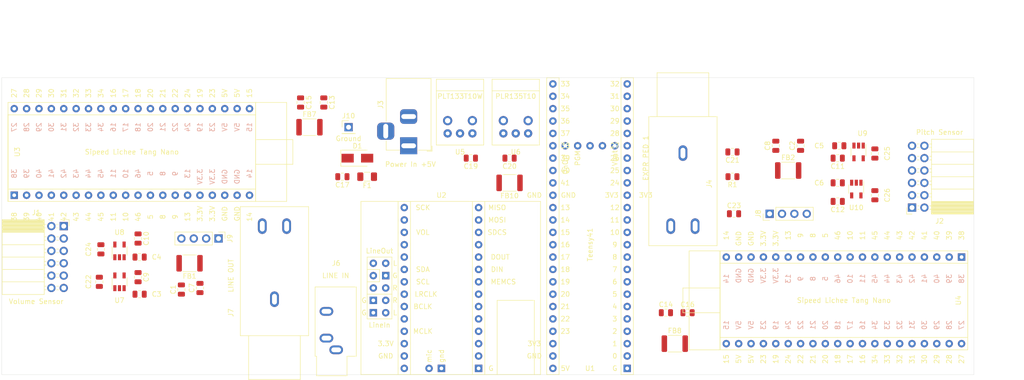
<source format=kicad_pcb>
(kicad_pcb (version 20171130) (host pcbnew "(5.1.10)-1")

  (general
    (thickness 1.6)
    (drawings 6)
    (tracks 0)
    (zones 0)
    (modules 52)
    (nets 135)
  )

  (page A4)
  (layers
    (0 F.Cu signal)
    (31 B.Cu signal)
    (32 B.Adhes user)
    (33 F.Adhes user)
    (34 B.Paste user)
    (35 F.Paste user)
    (36 B.SilkS user)
    (37 F.SilkS user)
    (38 B.Mask user)
    (39 F.Mask user)
    (40 Dwgs.User user)
    (41 Cmts.User user)
    (42 Eco1.User user)
    (43 Eco2.User user)
    (44 Edge.Cuts user)
    (45 Margin user)
    (46 B.CrtYd user)
    (47 F.CrtYd user)
    (48 B.Fab user)
    (49 F.Fab user hide)
  )

  (setup
    (last_trace_width 0.25)
    (trace_clearance 0.2)
    (zone_clearance 0.508)
    (zone_45_only no)
    (trace_min 0.2)
    (via_size 0.8)
    (via_drill 0.4)
    (via_min_size 0.4)
    (via_min_drill 0.3)
    (uvia_size 0.3)
    (uvia_drill 0.1)
    (uvias_allowed no)
    (uvia_min_size 0.2)
    (uvia_min_drill 0.1)
    (edge_width 0.05)
    (segment_width 0.2)
    (pcb_text_width 0.3)
    (pcb_text_size 1.5 1.5)
    (mod_edge_width 0.12)
    (mod_text_size 1 1)
    (mod_text_width 0.15)
    (pad_size 1.524 1.524)
    (pad_drill 0.762)
    (pad_to_mask_clearance 0)
    (aux_axis_origin 0 0)
    (visible_elements FFFFFF7F)
    (pcbplotparams
      (layerselection 0x010fc_ffffffff)
      (usegerberextensions false)
      (usegerberattributes true)
      (usegerberadvancedattributes true)
      (creategerberjobfile true)
      (excludeedgelayer true)
      (linewidth 0.100000)
      (plotframeref false)
      (viasonmask false)
      (mode 1)
      (useauxorigin false)
      (hpglpennumber 1)
      (hpglpenspeed 20)
      (hpglpendiameter 15.000000)
      (psnegative false)
      (psa4output false)
      (plotreference true)
      (plotvalue true)
      (plotinvisibletext false)
      (padsonsilk false)
      (subtractmaskfromsilk false)
      (outputformat 1)
      (mirror false)
      (drillshape 1)
      (scaleselection 1)
      (outputdirectory ""))
  )

  (net 0 "")
  (net 1 GND)
  (net 2 +5V)
  (net 3 "Net-(C10-Pad1)")
  (net 4 "Net-(C11-Pad1)")
  (net 5 "Net-(C17-Pad1)")
  (net 6 +3V3)
  (net 7 "Net-(C20-Pad1)")
  (net 8 "Net-(C21-Pad1)")
  (net 9 /PED1)
  (net 10 /PED2)
  (net 11 "Net-(D1-Pad2)")
  (net 12 /V_SENSE_N)
  (net 13 /V_REF_N)
  (net 14 /V_DRIVE_N)
  (net 15 /V_SENSE_P)
  (net 16 /V_REF_P)
  (net 17 /V_DRIVE_P)
  (net 18 /P_SENSE_N)
  (net 19 /P_REF_N)
  (net 20 /P_DRIVE_N)
  (net 21 /P_SENSE_P)
  (net 22 /P_REF_P)
  (net 23 /P_DRIVE_P)
  (net 24 "Net-(J6-PadR)")
  (net 25 "Net-(J6-PadT)")
  (net 26 "Net-(J6-PadS)")
  (net 27 "Net-(J7-PadT)")
  (net 28 "Net-(J7-PadR)")
  (net 29 "Net-(J7-PadS)")
  (net 30 /P_DONE)
  (net 31 /P_RECONFIG_N)
  (net 32 /V_DONE)
  (net 33 /V_RECONFIG_N)
  (net 34 /I2S_MCLK)
  (net 35 "Net-(U1-Pad44)")
  (net 36 /I2S_BCLK)
  (net 37 /I2S_LRCK)
  (net 38 /SCL)
  (net 39 /SDA)
  (net 40 /SPDIF_IN)
  (net 41 /SPDIF_OUT)
  (net 42 /SPI_SCLK)
  (net 43 "Net-(U1-Pad33)")
  (net 44 "Net-(U1-Pad32)")
  (net 45 "Net-(U1-Pad31)")
  (net 46 "Net-(U1-Pad30)")
  (net 47 "Net-(U1-Pad29)")
  (net 48 "Net-(U1-Pad28)")
  (net 49 "Net-(U1-Pad27)")
  (net 50 "Net-(U1-Pad26)")
  (net 51 "Net-(U1-Pad25)")
  (net 52 "Net-(U1-Pad24)")
  (net 53 "Net-(U1-Pad23)")
  (net 54 "Net-(U1-Pad22)")
  (net 55 "Net-(U1-Pad21)")
  (net 56 "Net-(U1-Pad20)")
  (net 57 "Net-(U1-Pad19)")
  (net 58 "Net-(U1-Pad18)")
  (net 59 "Net-(U1-Pad17)")
  (net 60 "Net-(U1-Pad16)")
  (net 61 "Net-(U1-Pad15)")
  (net 62 /SPI_MISO)
  (net 63 /SPI_MOSI)
  (net 64 /SPI_A_SDCS)
  (net 65 "Net-(U1-Pad11)")
  (net 66 /I2S_A_DOUT)
  (net 67 /I2S_A_DIN)
  (net 68 /SPI_A_MEMCS)
  (net 69 "Net-(U1-Pad7)")
  (net 70 "Net-(U1-Pad6)")
  (net 71 "Net-(U1-Pad5)")
  (net 72 "Net-(U1-Pad4)")
  (net 73 "Net-(U1-Pad3)")
  (net 74 "Net-(U1-Pad2)")
  (net 75 "Net-(U2-Pad40)")
  (net 76 "Net-(U2-Pad39)")
  (net 77 "Net-(U2-Pad17)")
  (net 78 /SPI_V_CS)
  (net 79 "Net-(U3-Pad36)")
  (net 80 "Net-(U3-Pad35)")
  (net 81 "Net-(U3-Pad34)")
  (net 82 "Net-(U3-Pad33)")
  (net 83 /V_LED_G)
  (net 84 /V_LED_B)
  (net 85 /V_LED_R)
  (net 86 "Net-(U3-Pad29)")
  (net 87 "Net-(U3-Pad28)")
  (net 88 "Net-(U3-Pad27)")
  (net 89 "Net-(U3-Pad26)")
  (net 90 "Net-(U3-Pad25)")
  (net 91 "Net-(U3-Pad24)")
  (net 92 "Net-(U3-Pad21)")
  (net 93 "Net-(U3-Pad20)")
  (net 94 "Net-(U3-Pad15)")
  (net 95 "Net-(U3-Pad11)")
  (net 96 "Net-(U3-Pad4)")
  (net 97 "Net-(U3-Pad3)")
  (net 98 /SPI_P_CS)
  (net 99 "Net-(U4-Pad36)")
  (net 100 "Net-(U4-Pad35)")
  (net 101 "Net-(U4-Pad34)")
  (net 102 "Net-(U4-Pad33)")
  (net 103 /P_LED_G)
  (net 104 /P_LED_B)
  (net 105 /P_LED_R)
  (net 106 "Net-(U4-Pad29)")
  (net 107 "Net-(U4-Pad28)")
  (net 108 "Net-(U4-Pad27)")
  (net 109 "Net-(U4-Pad26)")
  (net 110 "Net-(U4-Pad25)")
  (net 111 "Net-(U4-Pad24)")
  (net 112 "Net-(U4-Pad21)")
  (net 113 "Net-(U4-Pad20)")
  (net 114 "Net-(U4-Pad15)")
  (net 115 "Net-(U4-Pad11)")
  (net 116 "Net-(U4-Pad4)")
  (net 117 "Net-(U4-Pad3)")
  (net 118 /V_5V)
  (net 119 /P_5V)
  (net 120 "Net-(C9-Pad1)")
  (net 121 "Net-(C12-Pad1)")
  (net 122 /V_FPGA_5V)
  (net 123 /P_FPGA_5V)
  (net 124 /V_3V3_2)
  (net 125 /V_3V3_1)
  (net 126 /P_3V3_2)
  (net 127 /P_3V3_1)
  (net 128 "Net-(J8-Pad2)")
  (net 129 "Net-(J9-Pad2)")
  (net 130 "Net-(U1-Pad53)")
  (net 131 "Net-(U1-Pad52)")
  (net 132 "Net-(U1-Pad51)")
  (net 133 "Net-(U1-Pad50)")
  (net 134 "Net-(U1-Pad49)")

  (net_class Default "This is the default net class."
    (clearance 0.2)
    (trace_width 0.25)
    (via_dia 0.8)
    (via_drill 0.4)
    (uvia_dia 0.3)
    (uvia_drill 0.1)
    (add_net +3V3)
    (add_net +5V)
    (add_net /I2S_A_DIN)
    (add_net /I2S_A_DOUT)
    (add_net /I2S_BCLK)
    (add_net /I2S_LRCK)
    (add_net /I2S_MCLK)
    (add_net /PED1)
    (add_net /PED2)
    (add_net /P_3V3_1)
    (add_net /P_3V3_2)
    (add_net /P_5V)
    (add_net /P_DONE)
    (add_net /P_DRIVE_N)
    (add_net /P_DRIVE_P)
    (add_net /P_FPGA_5V)
    (add_net /P_LED_B)
    (add_net /P_LED_G)
    (add_net /P_LED_R)
    (add_net /P_RECONFIG_N)
    (add_net /P_REF_N)
    (add_net /P_REF_P)
    (add_net /P_SENSE_N)
    (add_net /P_SENSE_P)
    (add_net /SCL)
    (add_net /SDA)
    (add_net /SPDIF_IN)
    (add_net /SPDIF_OUT)
    (add_net /SPI_A_MEMCS)
    (add_net /SPI_A_SDCS)
    (add_net /SPI_MISO)
    (add_net /SPI_MOSI)
    (add_net /SPI_P_CS)
    (add_net /SPI_SCLK)
    (add_net /SPI_V_CS)
    (add_net /V_3V3_1)
    (add_net /V_3V3_2)
    (add_net /V_5V)
    (add_net /V_DONE)
    (add_net /V_DRIVE_N)
    (add_net /V_DRIVE_P)
    (add_net /V_FPGA_5V)
    (add_net /V_LED_B)
    (add_net /V_LED_G)
    (add_net /V_LED_R)
    (add_net /V_RECONFIG_N)
    (add_net /V_REF_N)
    (add_net /V_REF_P)
    (add_net /V_SENSE_N)
    (add_net /V_SENSE_P)
    (add_net GND)
    (add_net "Net-(C10-Pad1)")
    (add_net "Net-(C11-Pad1)")
    (add_net "Net-(C12-Pad1)")
    (add_net "Net-(C17-Pad1)")
    (add_net "Net-(C20-Pad1)")
    (add_net "Net-(C21-Pad1)")
    (add_net "Net-(C9-Pad1)")
    (add_net "Net-(D1-Pad2)")
    (add_net "Net-(J6-PadR)")
    (add_net "Net-(J6-PadS)")
    (add_net "Net-(J6-PadT)")
    (add_net "Net-(J7-PadR)")
    (add_net "Net-(J7-PadS)")
    (add_net "Net-(J7-PadT)")
    (add_net "Net-(J8-Pad2)")
    (add_net "Net-(J9-Pad2)")
    (add_net "Net-(U1-Pad11)")
    (add_net "Net-(U1-Pad15)")
    (add_net "Net-(U1-Pad16)")
    (add_net "Net-(U1-Pad17)")
    (add_net "Net-(U1-Pad18)")
    (add_net "Net-(U1-Pad19)")
    (add_net "Net-(U1-Pad2)")
    (add_net "Net-(U1-Pad20)")
    (add_net "Net-(U1-Pad21)")
    (add_net "Net-(U1-Pad22)")
    (add_net "Net-(U1-Pad23)")
    (add_net "Net-(U1-Pad24)")
    (add_net "Net-(U1-Pad25)")
    (add_net "Net-(U1-Pad26)")
    (add_net "Net-(U1-Pad27)")
    (add_net "Net-(U1-Pad28)")
    (add_net "Net-(U1-Pad29)")
    (add_net "Net-(U1-Pad3)")
    (add_net "Net-(U1-Pad30)")
    (add_net "Net-(U1-Pad31)")
    (add_net "Net-(U1-Pad32)")
    (add_net "Net-(U1-Pad33)")
    (add_net "Net-(U1-Pad4)")
    (add_net "Net-(U1-Pad44)")
    (add_net "Net-(U1-Pad49)")
    (add_net "Net-(U1-Pad5)")
    (add_net "Net-(U1-Pad50)")
    (add_net "Net-(U1-Pad51)")
    (add_net "Net-(U1-Pad52)")
    (add_net "Net-(U1-Pad53)")
    (add_net "Net-(U1-Pad6)")
    (add_net "Net-(U1-Pad7)")
    (add_net "Net-(U2-Pad17)")
    (add_net "Net-(U2-Pad39)")
    (add_net "Net-(U2-Pad40)")
    (add_net "Net-(U3-Pad11)")
    (add_net "Net-(U3-Pad15)")
    (add_net "Net-(U3-Pad20)")
    (add_net "Net-(U3-Pad21)")
    (add_net "Net-(U3-Pad24)")
    (add_net "Net-(U3-Pad25)")
    (add_net "Net-(U3-Pad26)")
    (add_net "Net-(U3-Pad27)")
    (add_net "Net-(U3-Pad28)")
    (add_net "Net-(U3-Pad29)")
    (add_net "Net-(U3-Pad3)")
    (add_net "Net-(U3-Pad33)")
    (add_net "Net-(U3-Pad34)")
    (add_net "Net-(U3-Pad35)")
    (add_net "Net-(U3-Pad36)")
    (add_net "Net-(U3-Pad4)")
    (add_net "Net-(U4-Pad11)")
    (add_net "Net-(U4-Pad15)")
    (add_net "Net-(U4-Pad20)")
    (add_net "Net-(U4-Pad21)")
    (add_net "Net-(U4-Pad24)")
    (add_net "Net-(U4-Pad25)")
    (add_net "Net-(U4-Pad26)")
    (add_net "Net-(U4-Pad27)")
    (add_net "Net-(U4-Pad28)")
    (add_net "Net-(U4-Pad29)")
    (add_net "Net-(U4-Pad3)")
    (add_net "Net-(U4-Pad33)")
    (add_net "Net-(U4-Pad34)")
    (add_net "Net-(U4-Pad35)")
    (add_net "Net-(U4-Pad36)")
    (add_net "Net-(U4-Pad4)")
  )

  (module Package_TO_SOT_SMD:TSOT-23-5 (layer F.Cu) (tedit 5A02FF57) (tstamp 61A66808)
    (at 217.17 77.47 270)
    (descr "5-pin TSOT23 package, http://cds.linear.com/docs/en/packaging/SOT_5_05-08-1635.pdf")
    (tags TSOT-23-5)
    (path /62C35D0E)
    (attr smd)
    (fp_text reference U10 (at 3.81 0 180) (layer F.SilkS)
      (effects (font (size 1 1) (thickness 0.15)))
    )
    (fp_text value LD3985G33R_TSOT23 (at 0 2.5 90) (layer F.Fab)
      (effects (font (size 1 1) (thickness 0.15)))
    )
    (fp_text user %R (at 0 0) (layer F.Fab)
      (effects (font (size 0.5 0.5) (thickness 0.075)))
    )
    (fp_line (start -0.88 1.56) (end 0.88 1.56) (layer F.SilkS) (width 0.12))
    (fp_line (start 0.88 -1.51) (end -1.55 -1.51) (layer F.SilkS) (width 0.12))
    (fp_line (start -0.88 -1) (end -0.43 -1.45) (layer F.Fab) (width 0.1))
    (fp_line (start 0.88 -1.45) (end -0.43 -1.45) (layer F.Fab) (width 0.1))
    (fp_line (start -0.88 -1) (end -0.88 1.45) (layer F.Fab) (width 0.1))
    (fp_line (start 0.88 1.45) (end -0.88 1.45) (layer F.Fab) (width 0.1))
    (fp_line (start 0.88 -1.45) (end 0.88 1.45) (layer F.Fab) (width 0.1))
    (fp_line (start -2.17 -1.7) (end 2.17 -1.7) (layer F.CrtYd) (width 0.05))
    (fp_line (start -2.17 -1.7) (end -2.17 1.7) (layer F.CrtYd) (width 0.05))
    (fp_line (start 2.17 1.7) (end 2.17 -1.7) (layer F.CrtYd) (width 0.05))
    (fp_line (start 2.17 1.7) (end -2.17 1.7) (layer F.CrtYd) (width 0.05))
    (pad 5 smd rect (at 1.31 -0.95 270) (size 1.22 0.65) (layers F.Cu F.Paste F.Mask)
      (net 127 /P_3V3_1))
    (pad 4 smd rect (at 1.31 0.95 270) (size 1.22 0.65) (layers F.Cu F.Paste F.Mask)
      (net 121 "Net-(C12-Pad1)"))
    (pad 3 smd rect (at -1.31 0.95 270) (size 1.22 0.65) (layers F.Cu F.Paste F.Mask)
      (net 119 /P_5V))
    (pad 2 smd rect (at -1.31 0 270) (size 1.22 0.65) (layers F.Cu F.Paste F.Mask)
      (net 1 GND))
    (pad 1 smd rect (at -1.31 -0.95 270) (size 1.22 0.65) (layers F.Cu F.Paste F.Mask)
      (net 119 /P_5V))
    (model ${KISYS3DMOD}/Package_TO_SOT_SMD.3dshapes/TSOT-23-5.wrl
      (at (xyz 0 0 0))
      (scale (xyz 1 1 1))
      (rotate (xyz 0 0 0))
    )
  )

  (module Package_TO_SOT_SMD:TSOT-23-5 (layer F.Cu) (tedit 5A02FF57) (tstamp 61A667F3)
    (at 217.64 69.85 270)
    (descr "5-pin TSOT23 package, http://cds.linear.com/docs/en/packaging/SOT_5_05-08-1635.pdf")
    (tags TSOT-23-5)
    (path /62C35515)
    (attr smd)
    (fp_text reference U9 (at -3.81 -0.8 180) (layer F.SilkS)
      (effects (font (size 1 1) (thickness 0.15)))
    )
    (fp_text value LD3985G33R_TSOT23 (at 0 2.5 90) (layer F.Fab)
      (effects (font (size 1 1) (thickness 0.15)))
    )
    (fp_text user %R (at 0 0) (layer F.Fab)
      (effects (font (size 0.5 0.5) (thickness 0.075)))
    )
    (fp_line (start -0.88 1.56) (end 0.88 1.56) (layer F.SilkS) (width 0.12))
    (fp_line (start 0.88 -1.51) (end -1.55 -1.51) (layer F.SilkS) (width 0.12))
    (fp_line (start -0.88 -1) (end -0.43 -1.45) (layer F.Fab) (width 0.1))
    (fp_line (start 0.88 -1.45) (end -0.43 -1.45) (layer F.Fab) (width 0.1))
    (fp_line (start -0.88 -1) (end -0.88 1.45) (layer F.Fab) (width 0.1))
    (fp_line (start 0.88 1.45) (end -0.88 1.45) (layer F.Fab) (width 0.1))
    (fp_line (start 0.88 -1.45) (end 0.88 1.45) (layer F.Fab) (width 0.1))
    (fp_line (start -2.17 -1.7) (end 2.17 -1.7) (layer F.CrtYd) (width 0.05))
    (fp_line (start -2.17 -1.7) (end -2.17 1.7) (layer F.CrtYd) (width 0.05))
    (fp_line (start 2.17 1.7) (end 2.17 -1.7) (layer F.CrtYd) (width 0.05))
    (fp_line (start 2.17 1.7) (end -2.17 1.7) (layer F.CrtYd) (width 0.05))
    (pad 5 smd rect (at 1.31 -0.95 270) (size 1.22 0.65) (layers F.Cu F.Paste F.Mask)
      (net 126 /P_3V3_2))
    (pad 4 smd rect (at 1.31 0.95 270) (size 1.22 0.65) (layers F.Cu F.Paste F.Mask)
      (net 4 "Net-(C11-Pad1)"))
    (pad 3 smd rect (at -1.31 0.95 270) (size 1.22 0.65) (layers F.Cu F.Paste F.Mask)
      (net 119 /P_5V))
    (pad 2 smd rect (at -1.31 0 270) (size 1.22 0.65) (layers F.Cu F.Paste F.Mask)
      (net 1 GND))
    (pad 1 smd rect (at -1.31 -0.95 270) (size 1.22 0.65) (layers F.Cu F.Paste F.Mask)
      (net 119 /P_5V))
    (model ${KISYS3DMOD}/Package_TO_SOT_SMD.3dshapes/TSOT-23-5.wrl
      (at (xyz 0 0 0))
      (scale (xyz 1 1 1))
      (rotate (xyz 0 0 0))
    )
  )

  (module Package_TO_SOT_SMD:TSOT-23-5 (layer F.Cu) (tedit 5A02FF57) (tstamp 61A667DE)
    (at 66.04 90.17 90)
    (descr "5-pin TSOT23 package, http://cds.linear.com/docs/en/packaging/SOT_5_05-08-1635.pdf")
    (tags TSOT-23-5)
    (path /62A8C016)
    (attr smd)
    (fp_text reference U8 (at 3.81 0 180) (layer F.SilkS)
      (effects (font (size 1 1) (thickness 0.15)))
    )
    (fp_text value LD3985G33R_TSOT23 (at 0 2.5 90) (layer F.Fab)
      (effects (font (size 1 1) (thickness 0.15)))
    )
    (fp_text user %R (at 0 0) (layer F.Fab)
      (effects (font (size 0.5 0.5) (thickness 0.075)))
    )
    (fp_line (start -0.88 1.56) (end 0.88 1.56) (layer F.SilkS) (width 0.12))
    (fp_line (start 0.88 -1.51) (end -1.55 -1.51) (layer F.SilkS) (width 0.12))
    (fp_line (start -0.88 -1) (end -0.43 -1.45) (layer F.Fab) (width 0.1))
    (fp_line (start 0.88 -1.45) (end -0.43 -1.45) (layer F.Fab) (width 0.1))
    (fp_line (start -0.88 -1) (end -0.88 1.45) (layer F.Fab) (width 0.1))
    (fp_line (start 0.88 1.45) (end -0.88 1.45) (layer F.Fab) (width 0.1))
    (fp_line (start 0.88 -1.45) (end 0.88 1.45) (layer F.Fab) (width 0.1))
    (fp_line (start -2.17 -1.7) (end 2.17 -1.7) (layer F.CrtYd) (width 0.05))
    (fp_line (start -2.17 -1.7) (end -2.17 1.7) (layer F.CrtYd) (width 0.05))
    (fp_line (start 2.17 1.7) (end 2.17 -1.7) (layer F.CrtYd) (width 0.05))
    (fp_line (start 2.17 1.7) (end -2.17 1.7) (layer F.CrtYd) (width 0.05))
    (pad 5 smd rect (at 1.31 -0.95 90) (size 1.22 0.65) (layers F.Cu F.Paste F.Mask)
      (net 125 /V_3V3_1))
    (pad 4 smd rect (at 1.31 0.95 90) (size 1.22 0.65) (layers F.Cu F.Paste F.Mask)
      (net 3 "Net-(C10-Pad1)"))
    (pad 3 smd rect (at -1.31 0.95 90) (size 1.22 0.65) (layers F.Cu F.Paste F.Mask)
      (net 118 /V_5V))
    (pad 2 smd rect (at -1.31 0 90) (size 1.22 0.65) (layers F.Cu F.Paste F.Mask)
      (net 1 GND))
    (pad 1 smd rect (at -1.31 -0.95 90) (size 1.22 0.65) (layers F.Cu F.Paste F.Mask)
      (net 118 /V_5V))
    (model ${KISYS3DMOD}/Package_TO_SOT_SMD.3dshapes/TSOT-23-5.wrl
      (at (xyz 0 0 0))
      (scale (xyz 1 1 1))
      (rotate (xyz 0 0 0))
    )
  )

  (module Package_TO_SOT_SMD:TSOT-23-5 (layer F.Cu) (tedit 5A02FF57) (tstamp 61A667C9)
    (at 66.04 96.52 90)
    (descr "5-pin TSOT23 package, http://cds.linear.com/docs/en/packaging/SOT_5_05-08-1635.pdf")
    (tags TSOT-23-5)
    (path /62834BE7)
    (attr smd)
    (fp_text reference U7 (at -3.81 0 180) (layer F.SilkS)
      (effects (font (size 1 1) (thickness 0.15)))
    )
    (fp_text value LD3985G33R_TSOT23 (at 0 2.5 90) (layer F.Fab)
      (effects (font (size 1 1) (thickness 0.15)))
    )
    (fp_text user %R (at 0 0) (layer F.Fab)
      (effects (font (size 0.5 0.5) (thickness 0.075)))
    )
    (fp_line (start -0.88 1.56) (end 0.88 1.56) (layer F.SilkS) (width 0.12))
    (fp_line (start 0.88 -1.51) (end -1.55 -1.51) (layer F.SilkS) (width 0.12))
    (fp_line (start -0.88 -1) (end -0.43 -1.45) (layer F.Fab) (width 0.1))
    (fp_line (start 0.88 -1.45) (end -0.43 -1.45) (layer F.Fab) (width 0.1))
    (fp_line (start -0.88 -1) (end -0.88 1.45) (layer F.Fab) (width 0.1))
    (fp_line (start 0.88 1.45) (end -0.88 1.45) (layer F.Fab) (width 0.1))
    (fp_line (start 0.88 -1.45) (end 0.88 1.45) (layer F.Fab) (width 0.1))
    (fp_line (start -2.17 -1.7) (end 2.17 -1.7) (layer F.CrtYd) (width 0.05))
    (fp_line (start -2.17 -1.7) (end -2.17 1.7) (layer F.CrtYd) (width 0.05))
    (fp_line (start 2.17 1.7) (end 2.17 -1.7) (layer F.CrtYd) (width 0.05))
    (fp_line (start 2.17 1.7) (end -2.17 1.7) (layer F.CrtYd) (width 0.05))
    (pad 5 smd rect (at 1.31 -0.95 90) (size 1.22 0.65) (layers F.Cu F.Paste F.Mask)
      (net 124 /V_3V3_2))
    (pad 4 smd rect (at 1.31 0.95 90) (size 1.22 0.65) (layers F.Cu F.Paste F.Mask)
      (net 120 "Net-(C9-Pad1)"))
    (pad 3 smd rect (at -1.31 0.95 90) (size 1.22 0.65) (layers F.Cu F.Paste F.Mask)
      (net 118 /V_5V))
    (pad 2 smd rect (at -1.31 0 90) (size 1.22 0.65) (layers F.Cu F.Paste F.Mask)
      (net 1 GND))
    (pad 1 smd rect (at -1.31 -0.95 90) (size 1.22 0.65) (layers F.Cu F.Paste F.Mask)
      (net 118 /V_5V))
    (model ${KISYS3DMOD}/Package_TO_SOT_SMD.3dshapes/TSOT-23-5.wrl
      (at (xyz 0 0 0))
      (scale (xyz 1 1 1))
      (rotate (xyz 0 0 0))
    )
  )

  (module Capacitor_SMD:C_0805_2012Metric (layer F.Cu) (tedit 5F68FEEE) (tstamp 61A65FE0)
    (at 220.98 78.74 90)
    (descr "Capacitor SMD 0805 (2012 Metric), square (rectangular) end terminal, IPC_7351 nominal, (Body size source: IPC-SM-782 page 76, https://www.pcb-3d.com/wordpress/wp-content/uploads/ipc-sm-782a_amendment_1_and_2.pdf, https://docs.google.com/spreadsheets/d/1BsfQQcO9C6DZCsRaXUlFlo91Tg2WpOkGARC1WS5S8t0/edit?usp=sharing), generated with kicad-footprint-generator")
    (tags capacitor)
    (path /62C35D2C)
    (attr smd)
    (fp_text reference C26 (at 0 2.54 90) (layer F.SilkS)
      (effects (font (size 1 1) (thickness 0.15)))
    )
    (fp_text value 10uF (at 0 1.68 90) (layer F.Fab)
      (effects (font (size 1 1) (thickness 0.15)))
    )
    (fp_text user %R (at 0 0 90) (layer F.Fab)
      (effects (font (size 0.5 0.5) (thickness 0.08)))
    )
    (fp_line (start -1 0.625) (end -1 -0.625) (layer F.Fab) (width 0.1))
    (fp_line (start -1 -0.625) (end 1 -0.625) (layer F.Fab) (width 0.1))
    (fp_line (start 1 -0.625) (end 1 0.625) (layer F.Fab) (width 0.1))
    (fp_line (start 1 0.625) (end -1 0.625) (layer F.Fab) (width 0.1))
    (fp_line (start -0.261252 -0.735) (end 0.261252 -0.735) (layer F.SilkS) (width 0.12))
    (fp_line (start -0.261252 0.735) (end 0.261252 0.735) (layer F.SilkS) (width 0.12))
    (fp_line (start -1.7 0.98) (end -1.7 -0.98) (layer F.CrtYd) (width 0.05))
    (fp_line (start -1.7 -0.98) (end 1.7 -0.98) (layer F.CrtYd) (width 0.05))
    (fp_line (start 1.7 -0.98) (end 1.7 0.98) (layer F.CrtYd) (width 0.05))
    (fp_line (start 1.7 0.98) (end -1.7 0.98) (layer F.CrtYd) (width 0.05))
    (pad 2 smd roundrect (at 0.95 0 90) (size 1 1.45) (layers F.Cu F.Paste F.Mask) (roundrect_rratio 0.25)
      (net 1 GND))
    (pad 1 smd roundrect (at -0.95 0 90) (size 1 1.45) (layers F.Cu F.Paste F.Mask) (roundrect_rratio 0.25)
      (net 127 /P_3V3_1))
    (model ${KISYS3DMOD}/Capacitor_SMD.3dshapes/C_0805_2012Metric.wrl
      (at (xyz 0 0 0))
      (scale (xyz 1 1 1))
      (rotate (xyz 0 0 0))
    )
  )

  (module Capacitor_SMD:C_0805_2012Metric (layer F.Cu) (tedit 5F68FEEE) (tstamp 61A65FCF)
    (at 220.98 70.17 90)
    (descr "Capacitor SMD 0805 (2012 Metric), square (rectangular) end terminal, IPC_7351 nominal, (Body size source: IPC-SM-782 page 76, https://www.pcb-3d.com/wordpress/wp-content/uploads/ipc-sm-782a_amendment_1_and_2.pdf, https://docs.google.com/spreadsheets/d/1BsfQQcO9C6DZCsRaXUlFlo91Tg2WpOkGARC1WS5S8t0/edit?usp=sharing), generated with kicad-footprint-generator")
    (tags capacitor)
    (path /62C35CCF)
    (attr smd)
    (fp_text reference C25 (at 0 2.54 90) (layer F.SilkS)
      (effects (font (size 1 1) (thickness 0.15)))
    )
    (fp_text value 10uF (at 0 1.68 90) (layer F.Fab)
      (effects (font (size 1 1) (thickness 0.15)))
    )
    (fp_text user %R (at 0 0 90) (layer F.Fab)
      (effects (font (size 0.5 0.5) (thickness 0.08)))
    )
    (fp_line (start -1 0.625) (end -1 -0.625) (layer F.Fab) (width 0.1))
    (fp_line (start -1 -0.625) (end 1 -0.625) (layer F.Fab) (width 0.1))
    (fp_line (start 1 -0.625) (end 1 0.625) (layer F.Fab) (width 0.1))
    (fp_line (start 1 0.625) (end -1 0.625) (layer F.Fab) (width 0.1))
    (fp_line (start -0.261252 -0.735) (end 0.261252 -0.735) (layer F.SilkS) (width 0.12))
    (fp_line (start -0.261252 0.735) (end 0.261252 0.735) (layer F.SilkS) (width 0.12))
    (fp_line (start -1.7 0.98) (end -1.7 -0.98) (layer F.CrtYd) (width 0.05))
    (fp_line (start -1.7 -0.98) (end 1.7 -0.98) (layer F.CrtYd) (width 0.05))
    (fp_line (start 1.7 -0.98) (end 1.7 0.98) (layer F.CrtYd) (width 0.05))
    (fp_line (start 1.7 0.98) (end -1.7 0.98) (layer F.CrtYd) (width 0.05))
    (pad 2 smd roundrect (at 0.95 0 90) (size 1 1.45) (layers F.Cu F.Paste F.Mask) (roundrect_rratio 0.25)
      (net 1 GND))
    (pad 1 smd roundrect (at -0.95 0 90) (size 1 1.45) (layers F.Cu F.Paste F.Mask) (roundrect_rratio 0.25)
      (net 126 /P_3V3_2))
    (model ${KISYS3DMOD}/Capacitor_SMD.3dshapes/C_0805_2012Metric.wrl
      (at (xyz 0 0 0))
      (scale (xyz 1 1 1))
      (rotate (xyz 0 0 0))
    )
  )

  (module Capacitor_SMD:C_0805_2012Metric (layer F.Cu) (tedit 5F68FEEE) (tstamp 61A65FBE)
    (at 62.23 89.85 270)
    (descr "Capacitor SMD 0805 (2012 Metric), square (rectangular) end terminal, IPC_7351 nominal, (Body size source: IPC-SM-782 page 76, https://www.pcb-3d.com/wordpress/wp-content/uploads/ipc-sm-782a_amendment_1_and_2.pdf, https://docs.google.com/spreadsheets/d/1BsfQQcO9C6DZCsRaXUlFlo91Tg2WpOkGARC1WS5S8t0/edit?usp=sharing), generated with kicad-footprint-generator")
    (tags capacitor)
    (path /62A8C7E4)
    (attr smd)
    (fp_text reference C24 (at 0 2.54 90) (layer F.SilkS)
      (effects (font (size 1 1) (thickness 0.15)))
    )
    (fp_text value 10uF (at 0 1.68 90) (layer F.Fab)
      (effects (font (size 1 1) (thickness 0.15)))
    )
    (fp_text user %R (at 0 0 90) (layer F.Fab)
      (effects (font (size 0.5 0.5) (thickness 0.08)))
    )
    (fp_line (start -1 0.625) (end -1 -0.625) (layer F.Fab) (width 0.1))
    (fp_line (start -1 -0.625) (end 1 -0.625) (layer F.Fab) (width 0.1))
    (fp_line (start 1 -0.625) (end 1 0.625) (layer F.Fab) (width 0.1))
    (fp_line (start 1 0.625) (end -1 0.625) (layer F.Fab) (width 0.1))
    (fp_line (start -0.261252 -0.735) (end 0.261252 -0.735) (layer F.SilkS) (width 0.12))
    (fp_line (start -0.261252 0.735) (end 0.261252 0.735) (layer F.SilkS) (width 0.12))
    (fp_line (start -1.7 0.98) (end -1.7 -0.98) (layer F.CrtYd) (width 0.05))
    (fp_line (start -1.7 -0.98) (end 1.7 -0.98) (layer F.CrtYd) (width 0.05))
    (fp_line (start 1.7 -0.98) (end 1.7 0.98) (layer F.CrtYd) (width 0.05))
    (fp_line (start 1.7 0.98) (end -1.7 0.98) (layer F.CrtYd) (width 0.05))
    (pad 2 smd roundrect (at 0.95 0 270) (size 1 1.45) (layers F.Cu F.Paste F.Mask) (roundrect_rratio 0.25)
      (net 1 GND))
    (pad 1 smd roundrect (at -0.95 0 270) (size 1 1.45) (layers F.Cu F.Paste F.Mask) (roundrect_rratio 0.25)
      (net 125 /V_3V3_1))
    (model ${KISYS3DMOD}/Capacitor_SMD.3dshapes/C_0805_2012Metric.wrl
      (at (xyz 0 0 0))
      (scale (xyz 1 1 1))
      (rotate (xyz 0 0 0))
    )
  )

  (module Capacitor_SMD:C_0805_2012Metric (layer F.Cu) (tedit 5F68FEEE) (tstamp 61A65F8D)
    (at 61.91 96.52 270)
    (descr "Capacitor SMD 0805 (2012 Metric), square (rectangular) end terminal, IPC_7351 nominal, (Body size source: IPC-SM-782 page 76, https://www.pcb-3d.com/wordpress/wp-content/uploads/ipc-sm-782a_amendment_1_and_2.pdf, https://docs.google.com/spreadsheets/d/1BsfQQcO9C6DZCsRaXUlFlo91Tg2WpOkGARC1WS5S8t0/edit?usp=sharing), generated with kicad-footprint-generator")
    (tags capacitor)
    (path /62835BE1)
    (attr smd)
    (fp_text reference C22 (at 0 2.22 90) (layer F.SilkS)
      (effects (font (size 1 1) (thickness 0.15)))
    )
    (fp_text value 10uF (at 0 1.68 90) (layer F.Fab)
      (effects (font (size 1 1) (thickness 0.15)))
    )
    (fp_text user %R (at 0 0 90) (layer F.Fab)
      (effects (font (size 0.5 0.5) (thickness 0.08)))
    )
    (fp_line (start -1 0.625) (end -1 -0.625) (layer F.Fab) (width 0.1))
    (fp_line (start -1 -0.625) (end 1 -0.625) (layer F.Fab) (width 0.1))
    (fp_line (start 1 -0.625) (end 1 0.625) (layer F.Fab) (width 0.1))
    (fp_line (start 1 0.625) (end -1 0.625) (layer F.Fab) (width 0.1))
    (fp_line (start -0.261252 -0.735) (end 0.261252 -0.735) (layer F.SilkS) (width 0.12))
    (fp_line (start -0.261252 0.735) (end 0.261252 0.735) (layer F.SilkS) (width 0.12))
    (fp_line (start -1.7 0.98) (end -1.7 -0.98) (layer F.CrtYd) (width 0.05))
    (fp_line (start -1.7 -0.98) (end 1.7 -0.98) (layer F.CrtYd) (width 0.05))
    (fp_line (start 1.7 -0.98) (end 1.7 0.98) (layer F.CrtYd) (width 0.05))
    (fp_line (start 1.7 0.98) (end -1.7 0.98) (layer F.CrtYd) (width 0.05))
    (pad 2 smd roundrect (at 0.95 0 270) (size 1 1.45) (layers F.Cu F.Paste F.Mask) (roundrect_rratio 0.25)
      (net 1 GND))
    (pad 1 smd roundrect (at -0.95 0 270) (size 1 1.45) (layers F.Cu F.Paste F.Mask) (roundrect_rratio 0.25)
      (net 124 /V_3V3_2))
    (model ${KISYS3DMOD}/Capacitor_SMD.3dshapes/C_0805_2012Metric.wrl
      (at (xyz 0 0 0))
      (scale (xyz 1 1 1))
      (rotate (xyz 0 0 0))
    )
  )

  (module Capacitor_SMD:C_0805_2012Metric (layer F.Cu) (tedit 5F68FEEE) (tstamp 61A65E5C)
    (at 213.36 80.01 180)
    (descr "Capacitor SMD 0805 (2012 Metric), square (rectangular) end terminal, IPC_7351 nominal, (Body size source: IPC-SM-782 page 76, https://www.pcb-3d.com/wordpress/wp-content/uploads/ipc-sm-782a_amendment_1_and_2.pdf, https://docs.google.com/spreadsheets/d/1BsfQQcO9C6DZCsRaXUlFlo91Tg2WpOkGARC1WS5S8t0/edit?usp=sharing), generated with kicad-footprint-generator")
    (tags capacitor)
    (path /62C35D18)
    (attr smd)
    (fp_text reference C12 (at 0 -1.68) (layer F.SilkS)
      (effects (font (size 1 1) (thickness 0.15)))
    )
    (fp_text value 10nF (at 0 1.68) (layer F.Fab)
      (effects (font (size 1 1) (thickness 0.15)))
    )
    (fp_text user %R (at 0 0) (layer F.Fab)
      (effects (font (size 0.5 0.5) (thickness 0.08)))
    )
    (fp_line (start -1 0.625) (end -1 -0.625) (layer F.Fab) (width 0.1))
    (fp_line (start -1 -0.625) (end 1 -0.625) (layer F.Fab) (width 0.1))
    (fp_line (start 1 -0.625) (end 1 0.625) (layer F.Fab) (width 0.1))
    (fp_line (start 1 0.625) (end -1 0.625) (layer F.Fab) (width 0.1))
    (fp_line (start -0.261252 -0.735) (end 0.261252 -0.735) (layer F.SilkS) (width 0.12))
    (fp_line (start -0.261252 0.735) (end 0.261252 0.735) (layer F.SilkS) (width 0.12))
    (fp_line (start -1.7 0.98) (end -1.7 -0.98) (layer F.CrtYd) (width 0.05))
    (fp_line (start -1.7 -0.98) (end 1.7 -0.98) (layer F.CrtYd) (width 0.05))
    (fp_line (start 1.7 -0.98) (end 1.7 0.98) (layer F.CrtYd) (width 0.05))
    (fp_line (start 1.7 0.98) (end -1.7 0.98) (layer F.CrtYd) (width 0.05))
    (pad 2 smd roundrect (at 0.95 0 180) (size 1 1.45) (layers F.Cu F.Paste F.Mask) (roundrect_rratio 0.25)
      (net 1 GND))
    (pad 1 smd roundrect (at -0.95 0 180) (size 1 1.45) (layers F.Cu F.Paste F.Mask) (roundrect_rratio 0.25)
      (net 121 "Net-(C12-Pad1)"))
    (model ${KISYS3DMOD}/Capacitor_SMD.3dshapes/C_0805_2012Metric.wrl
      (at (xyz 0 0 0))
      (scale (xyz 1 1 1))
      (rotate (xyz 0 0 0))
    )
  )

  (module Capacitor_SMD:C_0805_2012Metric (layer F.Cu) (tedit 5F68FEEE) (tstamp 61A65E4B)
    (at 213.36 71.12 180)
    (descr "Capacitor SMD 0805 (2012 Metric), square (rectangular) end terminal, IPC_7351 nominal, (Body size source: IPC-SM-782 page 76, https://www.pcb-3d.com/wordpress/wp-content/uploads/ipc-sm-782a_amendment_1_and_2.pdf, https://docs.google.com/spreadsheets/d/1BsfQQcO9C6DZCsRaXUlFlo91Tg2WpOkGARC1WS5S8t0/edit?usp=sharing), generated with kicad-footprint-generator")
    (tags capacitor)
    (path /62C35CBB)
    (attr smd)
    (fp_text reference C11 (at 0 -1.68) (layer F.SilkS)
      (effects (font (size 1 1) (thickness 0.15)))
    )
    (fp_text value 10nF (at 0 1.68) (layer F.Fab)
      (effects (font (size 1 1) (thickness 0.15)))
    )
    (fp_text user %R (at 0 0) (layer F.Fab)
      (effects (font (size 0.5 0.5) (thickness 0.08)))
    )
    (fp_line (start -1 0.625) (end -1 -0.625) (layer F.Fab) (width 0.1))
    (fp_line (start -1 -0.625) (end 1 -0.625) (layer F.Fab) (width 0.1))
    (fp_line (start 1 -0.625) (end 1 0.625) (layer F.Fab) (width 0.1))
    (fp_line (start 1 0.625) (end -1 0.625) (layer F.Fab) (width 0.1))
    (fp_line (start -0.261252 -0.735) (end 0.261252 -0.735) (layer F.SilkS) (width 0.12))
    (fp_line (start -0.261252 0.735) (end 0.261252 0.735) (layer F.SilkS) (width 0.12))
    (fp_line (start -1.7 0.98) (end -1.7 -0.98) (layer F.CrtYd) (width 0.05))
    (fp_line (start -1.7 -0.98) (end 1.7 -0.98) (layer F.CrtYd) (width 0.05))
    (fp_line (start 1.7 -0.98) (end 1.7 0.98) (layer F.CrtYd) (width 0.05))
    (fp_line (start 1.7 0.98) (end -1.7 0.98) (layer F.CrtYd) (width 0.05))
    (pad 2 smd roundrect (at 0.95 0 180) (size 1 1.45) (layers F.Cu F.Paste F.Mask) (roundrect_rratio 0.25)
      (net 1 GND))
    (pad 1 smd roundrect (at -0.95 0 180) (size 1 1.45) (layers F.Cu F.Paste F.Mask) (roundrect_rratio 0.25)
      (net 4 "Net-(C11-Pad1)"))
    (model ${KISYS3DMOD}/Capacitor_SMD.3dshapes/C_0805_2012Metric.wrl
      (at (xyz 0 0 0))
      (scale (xyz 1 1 1))
      (rotate (xyz 0 0 0))
    )
  )

  (module Capacitor_SMD:C_0805_2012Metric (layer F.Cu) (tedit 5F68FEEE) (tstamp 61A65E3A)
    (at 69.85 87.63 270)
    (descr "Capacitor SMD 0805 (2012 Metric), square (rectangular) end terminal, IPC_7351 nominal, (Body size source: IPC-SM-782 page 76, https://www.pcb-3d.com/wordpress/wp-content/uploads/ipc-sm-782a_amendment_1_and_2.pdf, https://docs.google.com/spreadsheets/d/1BsfQQcO9C6DZCsRaXUlFlo91Tg2WpOkGARC1WS5S8t0/edit?usp=sharing), generated with kicad-footprint-generator")
    (tags capacitor)
    (path /62A8C7D0)
    (attr smd)
    (fp_text reference C10 (at 0 -1.68 90) (layer F.SilkS)
      (effects (font (size 1 1) (thickness 0.15)))
    )
    (fp_text value 10nF (at 0 1.68 90) (layer F.Fab)
      (effects (font (size 1 1) (thickness 0.15)))
    )
    (fp_text user %R (at 0 0 90) (layer F.Fab)
      (effects (font (size 0.5 0.5) (thickness 0.08)))
    )
    (fp_line (start -1 0.625) (end -1 -0.625) (layer F.Fab) (width 0.1))
    (fp_line (start -1 -0.625) (end 1 -0.625) (layer F.Fab) (width 0.1))
    (fp_line (start 1 -0.625) (end 1 0.625) (layer F.Fab) (width 0.1))
    (fp_line (start 1 0.625) (end -1 0.625) (layer F.Fab) (width 0.1))
    (fp_line (start -0.261252 -0.735) (end 0.261252 -0.735) (layer F.SilkS) (width 0.12))
    (fp_line (start -0.261252 0.735) (end 0.261252 0.735) (layer F.SilkS) (width 0.12))
    (fp_line (start -1.7 0.98) (end -1.7 -0.98) (layer F.CrtYd) (width 0.05))
    (fp_line (start -1.7 -0.98) (end 1.7 -0.98) (layer F.CrtYd) (width 0.05))
    (fp_line (start 1.7 -0.98) (end 1.7 0.98) (layer F.CrtYd) (width 0.05))
    (fp_line (start 1.7 0.98) (end -1.7 0.98) (layer F.CrtYd) (width 0.05))
    (pad 2 smd roundrect (at 0.95 0 270) (size 1 1.45) (layers F.Cu F.Paste F.Mask) (roundrect_rratio 0.25)
      (net 1 GND))
    (pad 1 smd roundrect (at -0.95 0 270) (size 1 1.45) (layers F.Cu F.Paste F.Mask) (roundrect_rratio 0.25)
      (net 3 "Net-(C10-Pad1)"))
    (model ${KISYS3DMOD}/Capacitor_SMD.3dshapes/C_0805_2012Metric.wrl
      (at (xyz 0 0 0))
      (scale (xyz 1 1 1))
      (rotate (xyz 0 0 0))
    )
  )

  (module Capacitor_SMD:C_0805_2012Metric (layer F.Cu) (tedit 5F68FEEE) (tstamp 61A65E29)
    (at 69.85 95.57 270)
    (descr "Capacitor SMD 0805 (2012 Metric), square (rectangular) end terminal, IPC_7351 nominal, (Body size source: IPC-SM-782 page 76, https://www.pcb-3d.com/wordpress/wp-content/uploads/ipc-sm-782a_amendment_1_and_2.pdf, https://docs.google.com/spreadsheets/d/1BsfQQcO9C6DZCsRaXUlFlo91Tg2WpOkGARC1WS5S8t0/edit?usp=sharing), generated with kicad-footprint-generator")
    (tags capacitor)
    (path /62835165)
    (attr smd)
    (fp_text reference C9 (at 0 -1.68 90) (layer F.SilkS)
      (effects (font (size 1 1) (thickness 0.15)))
    )
    (fp_text value 10nF (at 0 1.68 90) (layer F.Fab)
      (effects (font (size 1 1) (thickness 0.15)))
    )
    (fp_text user %R (at 0 0 90) (layer F.Fab)
      (effects (font (size 0.5 0.5) (thickness 0.08)))
    )
    (fp_line (start -1 0.625) (end -1 -0.625) (layer F.Fab) (width 0.1))
    (fp_line (start -1 -0.625) (end 1 -0.625) (layer F.Fab) (width 0.1))
    (fp_line (start 1 -0.625) (end 1 0.625) (layer F.Fab) (width 0.1))
    (fp_line (start 1 0.625) (end -1 0.625) (layer F.Fab) (width 0.1))
    (fp_line (start -0.261252 -0.735) (end 0.261252 -0.735) (layer F.SilkS) (width 0.12))
    (fp_line (start -0.261252 0.735) (end 0.261252 0.735) (layer F.SilkS) (width 0.12))
    (fp_line (start -1.7 0.98) (end -1.7 -0.98) (layer F.CrtYd) (width 0.05))
    (fp_line (start -1.7 -0.98) (end 1.7 -0.98) (layer F.CrtYd) (width 0.05))
    (fp_line (start 1.7 -0.98) (end 1.7 0.98) (layer F.CrtYd) (width 0.05))
    (fp_line (start 1.7 0.98) (end -1.7 0.98) (layer F.CrtYd) (width 0.05))
    (pad 2 smd roundrect (at 0.95 0 270) (size 1 1.45) (layers F.Cu F.Paste F.Mask) (roundrect_rratio 0.25)
      (net 1 GND))
    (pad 1 smd roundrect (at -0.95 0 270) (size 1 1.45) (layers F.Cu F.Paste F.Mask) (roundrect_rratio 0.25)
      (net 120 "Net-(C9-Pad1)"))
    (model ${KISYS3DMOD}/Capacitor_SMD.3dshapes/C_0805_2012Metric.wrl
      (at (xyz 0 0 0))
      (scale (xyz 1 1 1))
      (rotate (xyz 0 0 0))
    )
  )

  (module Capacitor_SMD:C_0805_2012Metric (layer F.Cu) (tedit 5F68FEEE) (tstamp 61A65DD8)
    (at 213.36 76.2 180)
    (descr "Capacitor SMD 0805 (2012 Metric), square (rectangular) end terminal, IPC_7351 nominal, (Body size source: IPC-SM-782 page 76, https://www.pcb-3d.com/wordpress/wp-content/uploads/ipc-sm-782a_amendment_1_and_2.pdf, https://docs.google.com/spreadsheets/d/1BsfQQcO9C6DZCsRaXUlFlo91Tg2WpOkGARC1WS5S8t0/edit?usp=sharing), generated with kicad-footprint-generator")
    (tags capacitor)
    (path /62C35D22)
    (attr smd)
    (fp_text reference C6 (at 3.81 0) (layer F.SilkS)
      (effects (font (size 1 1) (thickness 0.15)))
    )
    (fp_text value 2.2uF (at 0 1.68) (layer F.Fab)
      (effects (font (size 1 1) (thickness 0.15)))
    )
    (fp_text user %R (at 0 0) (layer F.Fab)
      (effects (font (size 0.5 0.5) (thickness 0.08)))
    )
    (fp_line (start -1 0.625) (end -1 -0.625) (layer F.Fab) (width 0.1))
    (fp_line (start -1 -0.625) (end 1 -0.625) (layer F.Fab) (width 0.1))
    (fp_line (start 1 -0.625) (end 1 0.625) (layer F.Fab) (width 0.1))
    (fp_line (start 1 0.625) (end -1 0.625) (layer F.Fab) (width 0.1))
    (fp_line (start -0.261252 -0.735) (end 0.261252 -0.735) (layer F.SilkS) (width 0.12))
    (fp_line (start -0.261252 0.735) (end 0.261252 0.735) (layer F.SilkS) (width 0.12))
    (fp_line (start -1.7 0.98) (end -1.7 -0.98) (layer F.CrtYd) (width 0.05))
    (fp_line (start -1.7 -0.98) (end 1.7 -0.98) (layer F.CrtYd) (width 0.05))
    (fp_line (start 1.7 -0.98) (end 1.7 0.98) (layer F.CrtYd) (width 0.05))
    (fp_line (start 1.7 0.98) (end -1.7 0.98) (layer F.CrtYd) (width 0.05))
    (pad 2 smd roundrect (at 0.95 0 180) (size 1 1.45) (layers F.Cu F.Paste F.Mask) (roundrect_rratio 0.25)
      (net 1 GND))
    (pad 1 smd roundrect (at -0.95 0 180) (size 1 1.45) (layers F.Cu F.Paste F.Mask) (roundrect_rratio 0.25)
      (net 119 /P_5V))
    (model ${KISYS3DMOD}/Capacitor_SMD.3dshapes/C_0805_2012Metric.wrl
      (at (xyz 0 0 0))
      (scale (xyz 1 1 1))
      (rotate (xyz 0 0 0))
    )
  )

  (module Capacitor_SMD:C_0805_2012Metric (layer F.Cu) (tedit 5F68FEEE) (tstamp 61A65DC7)
    (at 213.68 68.58 180)
    (descr "Capacitor SMD 0805 (2012 Metric), square (rectangular) end terminal, IPC_7351 nominal, (Body size source: IPC-SM-782 page 76, https://www.pcb-3d.com/wordpress/wp-content/uploads/ipc-sm-782a_amendment_1_and_2.pdf, https://docs.google.com/spreadsheets/d/1BsfQQcO9C6DZCsRaXUlFlo91Tg2WpOkGARC1WS5S8t0/edit?usp=sharing), generated with kicad-footprint-generator")
    (tags capacitor)
    (path /62C35CC5)
    (attr smd)
    (fp_text reference C5 (at 4.13 0) (layer F.SilkS)
      (effects (font (size 1 1) (thickness 0.15)))
    )
    (fp_text value 2.2uF (at 0 1.68) (layer F.Fab)
      (effects (font (size 1 1) (thickness 0.15)))
    )
    (fp_text user %R (at 0 0) (layer F.Fab)
      (effects (font (size 0.5 0.5) (thickness 0.08)))
    )
    (fp_line (start -1 0.625) (end -1 -0.625) (layer F.Fab) (width 0.1))
    (fp_line (start -1 -0.625) (end 1 -0.625) (layer F.Fab) (width 0.1))
    (fp_line (start 1 -0.625) (end 1 0.625) (layer F.Fab) (width 0.1))
    (fp_line (start 1 0.625) (end -1 0.625) (layer F.Fab) (width 0.1))
    (fp_line (start -0.261252 -0.735) (end 0.261252 -0.735) (layer F.SilkS) (width 0.12))
    (fp_line (start -0.261252 0.735) (end 0.261252 0.735) (layer F.SilkS) (width 0.12))
    (fp_line (start -1.7 0.98) (end -1.7 -0.98) (layer F.CrtYd) (width 0.05))
    (fp_line (start -1.7 -0.98) (end 1.7 -0.98) (layer F.CrtYd) (width 0.05))
    (fp_line (start 1.7 -0.98) (end 1.7 0.98) (layer F.CrtYd) (width 0.05))
    (fp_line (start 1.7 0.98) (end -1.7 0.98) (layer F.CrtYd) (width 0.05))
    (pad 2 smd roundrect (at 0.95 0 180) (size 1 1.45) (layers F.Cu F.Paste F.Mask) (roundrect_rratio 0.25)
      (net 1 GND))
    (pad 1 smd roundrect (at -0.95 0 180) (size 1 1.45) (layers F.Cu F.Paste F.Mask) (roundrect_rratio 0.25)
      (net 119 /P_5V))
    (model ${KISYS3DMOD}/Capacitor_SMD.3dshapes/C_0805_2012Metric.wrl
      (at (xyz 0 0 0))
      (scale (xyz 1 1 1))
      (rotate (xyz 0 0 0))
    )
  )

  (module Capacitor_SMD:C_0805_2012Metric (layer F.Cu) (tedit 5F68FEEE) (tstamp 61A65DB6)
    (at 70.17 91.44)
    (descr "Capacitor SMD 0805 (2012 Metric), square (rectangular) end terminal, IPC_7351 nominal, (Body size source: IPC-SM-782 page 76, https://www.pcb-3d.com/wordpress/wp-content/uploads/ipc-sm-782a_amendment_1_and_2.pdf, https://docs.google.com/spreadsheets/d/1BsfQQcO9C6DZCsRaXUlFlo91Tg2WpOkGARC1WS5S8t0/edit?usp=sharing), generated with kicad-footprint-generator")
    (tags capacitor)
    (path /62A8C7DA)
    (attr smd)
    (fp_text reference C4 (at 3.49 0) (layer F.SilkS)
      (effects (font (size 1 1) (thickness 0.15)))
    )
    (fp_text value 2.2uF (at 0 1.68) (layer F.Fab)
      (effects (font (size 1 1) (thickness 0.15)))
    )
    (fp_text user %R (at 0 0) (layer F.Fab)
      (effects (font (size 0.5 0.5) (thickness 0.08)))
    )
    (fp_line (start -1 0.625) (end -1 -0.625) (layer F.Fab) (width 0.1))
    (fp_line (start -1 -0.625) (end 1 -0.625) (layer F.Fab) (width 0.1))
    (fp_line (start 1 -0.625) (end 1 0.625) (layer F.Fab) (width 0.1))
    (fp_line (start 1 0.625) (end -1 0.625) (layer F.Fab) (width 0.1))
    (fp_line (start -0.261252 -0.735) (end 0.261252 -0.735) (layer F.SilkS) (width 0.12))
    (fp_line (start -0.261252 0.735) (end 0.261252 0.735) (layer F.SilkS) (width 0.12))
    (fp_line (start -1.7 0.98) (end -1.7 -0.98) (layer F.CrtYd) (width 0.05))
    (fp_line (start -1.7 -0.98) (end 1.7 -0.98) (layer F.CrtYd) (width 0.05))
    (fp_line (start 1.7 -0.98) (end 1.7 0.98) (layer F.CrtYd) (width 0.05))
    (fp_line (start 1.7 0.98) (end -1.7 0.98) (layer F.CrtYd) (width 0.05))
    (pad 2 smd roundrect (at 0.95 0) (size 1 1.45) (layers F.Cu F.Paste F.Mask) (roundrect_rratio 0.25)
      (net 1 GND))
    (pad 1 smd roundrect (at -0.95 0) (size 1 1.45) (layers F.Cu F.Paste F.Mask) (roundrect_rratio 0.25)
      (net 118 /V_5V))
    (model ${KISYS3DMOD}/Capacitor_SMD.3dshapes/C_0805_2012Metric.wrl
      (at (xyz 0 0 0))
      (scale (xyz 1 1 1))
      (rotate (xyz 0 0 0))
    )
  )

  (module Capacitor_SMD:C_0805_2012Metric (layer F.Cu) (tedit 5F68FEEE) (tstamp 61A65DA5)
    (at 70.17 99.06)
    (descr "Capacitor SMD 0805 (2012 Metric), square (rectangular) end terminal, IPC_7351 nominal, (Body size source: IPC-SM-782 page 76, https://www.pcb-3d.com/wordpress/wp-content/uploads/ipc-sm-782a_amendment_1_and_2.pdf, https://docs.google.com/spreadsheets/d/1BsfQQcO9C6DZCsRaXUlFlo91Tg2WpOkGARC1WS5S8t0/edit?usp=sharing), generated with kicad-footprint-generator")
    (tags capacitor)
    (path /62835558)
    (attr smd)
    (fp_text reference C3 (at 3.49 0) (layer F.SilkS)
      (effects (font (size 1 1) (thickness 0.15)))
    )
    (fp_text value 2.2uF (at 0 1.68) (layer F.Fab)
      (effects (font (size 1 1) (thickness 0.15)))
    )
    (fp_text user %R (at 0 0) (layer F.Fab)
      (effects (font (size 0.5 0.5) (thickness 0.08)))
    )
    (fp_line (start -1 0.625) (end -1 -0.625) (layer F.Fab) (width 0.1))
    (fp_line (start -1 -0.625) (end 1 -0.625) (layer F.Fab) (width 0.1))
    (fp_line (start 1 -0.625) (end 1 0.625) (layer F.Fab) (width 0.1))
    (fp_line (start 1 0.625) (end -1 0.625) (layer F.Fab) (width 0.1))
    (fp_line (start -0.261252 -0.735) (end 0.261252 -0.735) (layer F.SilkS) (width 0.12))
    (fp_line (start -0.261252 0.735) (end 0.261252 0.735) (layer F.SilkS) (width 0.12))
    (fp_line (start -1.7 0.98) (end -1.7 -0.98) (layer F.CrtYd) (width 0.05))
    (fp_line (start -1.7 -0.98) (end 1.7 -0.98) (layer F.CrtYd) (width 0.05))
    (fp_line (start 1.7 -0.98) (end 1.7 0.98) (layer F.CrtYd) (width 0.05))
    (fp_line (start 1.7 0.98) (end -1.7 0.98) (layer F.CrtYd) (width 0.05))
    (pad 2 smd roundrect (at 0.95 0) (size 1 1.45) (layers F.Cu F.Paste F.Mask) (roundrect_rratio 0.25)
      (net 1 GND))
    (pad 1 smd roundrect (at -0.95 0) (size 1 1.45) (layers F.Cu F.Paste F.Mask) (roundrect_rratio 0.25)
      (net 118 /V_5V))
    (model ${KISYS3DMOD}/Capacitor_SMD.3dshapes/C_0805_2012Metric.wrl
      (at (xyz 0 0 0))
      (scale (xyz 1 1 1))
      (rotate (xyz 0 0 0))
    )
  )

  (module theremin:PLT133T10W (layer F.Cu) (tedit 5F7637BA) (tstamp 61A52E30)
    (at 147.32 66.04)
    (path /61DF7AE7)
    (fp_text reference U6 (at 0 3.81) (layer F.SilkS)
      (effects (font (size 1 1) (thickness 0.15)))
    )
    (fp_text value PLR135T10 (at 0 -7.62) (layer F.SilkS)
      (effects (font (size 1 1) (thickness 0.15)))
    )
    (fp_line (start -4.85 -8.75) (end 4.85 -8.75) (layer F.SilkS) (width 0.12))
    (fp_line (start 4.85 -11.11) (end 4.85 2.39) (layer F.SilkS) (width 0.12))
    (fp_line (start -4.85 -11.11) (end -4.85 2.39) (layer F.SilkS) (width 0.12))
    (fp_line (start -4.85 2.39) (end 4.85 2.39) (layer F.SilkS) (width 0.12))
    (fp_line (start -4.85 -11.11) (end 4.85 -11.11) (layer F.SilkS) (width 0.12))
    (pad 3 thru_hole circle (at -2.54 0) (size 1.7 1.7) (drill 0.8) (layers *.Cu *.Mask)
      (net 1 GND))
    (pad 2 thru_hole circle (at 0 0) (size 1.7 1.7) (drill 0.8) (layers *.Cu *.Mask)
      (net 7 "Net-(C20-Pad1)"))
    (pad 1 thru_hole circle (at 2.54 0) (size 1.7 1.7) (drill 0.8) (layers *.Cu *.Mask)
      (net 40 /SPDIF_IN))
    (pad "" thru_hole circle (at -2.54 -2.62) (size 1.9 1.9) (drill 1.1) (layers *.Cu *.Mask))
    (pad "" thru_hole circle (at 2.54 -2.62) (size 1.9 1.9) (drill 1.1) (layers *.Cu *.Mask))
  )

  (module theremin:PLT133T10W (layer F.Cu) (tedit 5F7637BA) (tstamp 61A52E22)
    (at 135.89 66.04)
    (path /61DF734D)
    (fp_text reference U5 (at 0 3.81) (layer F.SilkS)
      (effects (font (size 1 1) (thickness 0.15)))
    )
    (fp_text value PLT133T10W (at 0 -7.62) (layer F.SilkS)
      (effects (font (size 1 1) (thickness 0.15)))
    )
    (fp_line (start -4.85 -8.75) (end 4.85 -8.75) (layer F.SilkS) (width 0.12))
    (fp_line (start 4.85 -11.11) (end 4.85 2.39) (layer F.SilkS) (width 0.12))
    (fp_line (start -4.85 -11.11) (end -4.85 2.39) (layer F.SilkS) (width 0.12))
    (fp_line (start -4.85 2.39) (end 4.85 2.39) (layer F.SilkS) (width 0.12))
    (fp_line (start -4.85 -11.11) (end 4.85 -11.11) (layer F.SilkS) (width 0.12))
    (pad 3 thru_hole circle (at -2.54 0) (size 1.7 1.7) (drill 0.8) (layers *.Cu *.Mask)
      (net 1 GND))
    (pad 2 thru_hole circle (at 0 0) (size 1.7 1.7) (drill 0.8) (layers *.Cu *.Mask)
      (net 6 +3V3))
    (pad 1 thru_hole circle (at 2.54 0) (size 1.7 1.7) (drill 0.8) (layers *.Cu *.Mask)
      (net 41 /SPDIF_OUT))
    (pad "" thru_hole circle (at -2.54 -2.62) (size 1.9 1.9) (drill 1.1) (layers *.Cu *.Mask))
    (pad "" thru_hole circle (at 2.54 -2.62) (size 1.9 1.9) (drill 1.1) (layers *.Cu *.Mask))
  )

  (module tang_nano_fpga:tang_nano (layer F.Cu) (tedit 61A49416) (tstamp 61A52E14)
    (at 217.17 100.33 270)
    (path /61B743ED)
    (fp_text reference U4 (at 0 -20.955 90) (layer F.SilkS)
      (effects (font (size 1 1) (thickness 0.15)))
    )
    (fp_text value tang_nano (at 0 -17.78 90) (layer F.Fab)
      (effects (font (size 1 1) (thickness 0.15)))
    )
    (fp_text user "Sipeed Lichee Tang Nano" (at 0 2.54) (layer F.SilkS)
      (effects (font (size 1 1) (thickness 0.15)))
    )
    (fp_text user 10 (at -4.445 1.27 270) (layer B.SilkS)
      (effects (font (size 1 1) (thickness 0.15)) (justify mirror))
    )
    (fp_text user 45 (at -4.445 -3.81 270) (layer B.SilkS)
      (effects (font (size 1 1) (thickness 0.15)) (justify mirror))
    )
    (fp_text user 11 (at -4.445 -1.27 270) (layer B.SilkS)
      (effects (font (size 1 1) (thickness 0.15)) (justify mirror))
    )
    (fp_text user 8 (at -4.445 8.89 270) (layer B.SilkS)
      (effects (font (size 1 1) (thickness 0.15)) (justify mirror))
    )
    (fp_text user 46 (at -4.445 3.81 270) (layer B.SilkS)
      (effects (font (size 1 1) (thickness 0.15)) (justify mirror))
    )
    (fp_text user 5 (at -4.445 6.35 270) (layer B.SilkS)
      (effects (font (size 1 1) (thickness 0.15)) (justify mirror))
    )
    (fp_text user 9 (at -4.445 11.43 270) (layer B.SilkS)
      (effects (font (size 1 1) (thickness 0.15)) (justify mirror))
    )
    (fp_text user 13 (at -4.445 13.97 270) (layer B.SilkS)
      (effects (font (size 1 1) (thickness 0.15)) (justify mirror))
    )
    (fp_text user 3.3V (at -5.08 16.51 270) (layer B.SilkS)
      (effects (font (size 1 1) (thickness 0.15)) (justify mirror))
    )
    (fp_text user 3.3V (at -5.08 19.05 270) (layer B.SilkS)
      (effects (font (size 1 1) (thickness 0.15)) (justify mirror))
    )
    (fp_text user GND (at -5.08 21.59 270) (layer B.SilkS)
      (effects (font (size 1 1) (thickness 0.15)) (justify mirror))
    )
    (fp_text user GND (at -5.08 24.13 270) (layer B.SilkS)
      (effects (font (size 1 1) (thickness 0.15)) (justify mirror))
    )
    (fp_text user 43 (at -4.445 -8.89 270) (layer B.SilkS)
      (effects (font (size 1 1) (thickness 0.15)) (justify mirror))
    )
    (fp_text user 44 (at -4.445 -6.35 270) (layer B.SilkS)
      (effects (font (size 1 1) (thickness 0.15)) (justify mirror))
    )
    (fp_text user 42 (at -4.445 -11.43 270) (layer B.SilkS)
      (effects (font (size 1 1) (thickness 0.15)) (justify mirror))
    )
    (fp_text user 38 (at -4.445 -21.59 270) (layer B.SilkS)
      (effects (font (size 1 1) (thickness 0.15)) (justify mirror))
    )
    (fp_text user 41 (at -4.445 -13.97 270) (layer B.SilkS)
      (effects (font (size 1 1) (thickness 0.15)) (justify mirror))
    )
    (fp_text user 40 (at -4.445 -16.51 270) (layer B.SilkS)
      (effects (font (size 1 1) (thickness 0.15)) (justify mirror))
    )
    (fp_text user 39 (at -4.445 -19.05 270) (layer B.SilkS)
      (effects (font (size 1 1) (thickness 0.15)) (justify mirror))
    )
    (fp_text user 14 (at -4.445 26.67 270) (layer B.SilkS)
      (effects (font (size 1 1) (thickness 0.15)) (justify mirror))
    )
    (fp_text user 24 (at 12.065 13.97 90) (layer F.SilkS)
      (effects (font (size 1 1) (thickness 0.15)))
    )
    (fp_text user 19 (at 12.065 16.51 90) (layer F.SilkS)
      (effects (font (size 1 1) (thickness 0.15)))
    )
    (fp_text user 23 (at 12.065 19.05 90) (layer F.SilkS)
      (effects (font (size 1 1) (thickness 0.15)))
    )
    (fp_text user 5V (at 12.065 21.59 90) (layer F.SilkS)
      (effects (font (size 1 1) (thickness 0.15)))
    )
    (fp_text user 5V (at 12.065 24.13 90) (layer F.SilkS)
      (effects (font (size 1 1) (thickness 0.15)))
    )
    (fp_text user 15 (at 12.065 26.67 90) (layer F.SilkS)
      (effects (font (size 1 1) (thickness 0.15)))
    )
    (fp_text user 27 (at 12.065 -21.59 90) (layer F.SilkS)
      (effects (font (size 1 1) (thickness 0.15)))
    )
    (fp_text user 28 (at 12.065 -19.05 90) (layer F.SilkS)
      (effects (font (size 1 1) (thickness 0.15)))
    )
    (fp_text user 29 (at 12.065 -16.51 90) (layer F.SilkS)
      (effects (font (size 1 1) (thickness 0.15)))
    )
    (fp_text user 30 (at 12.065 -13.97 90) (layer F.SilkS)
      (effects (font (size 1 1) (thickness 0.15)))
    )
    (fp_text user 31 (at 12.065 -11.43 90) (layer F.SilkS)
      (effects (font (size 1 1) (thickness 0.15)))
    )
    (fp_text user 32 (at 12.065 -8.89 90) (layer F.SilkS)
      (effects (font (size 1 1) (thickness 0.15)))
    )
    (fp_text user 33 (at 12.065 -6.35 90) (layer F.SilkS)
      (effects (font (size 1 1) (thickness 0.15)))
    )
    (fp_text user 34 (at 12.065 -3.81 90) (layer F.SilkS)
      (effects (font (size 1 1) (thickness 0.15)))
    )
    (fp_text user 16 (at 12.065 -1.27 90) (layer F.SilkS)
      (effects (font (size 1 1) (thickness 0.15)))
    )
    (fp_text user 17 (at 12.065 1.27 90) (layer F.SilkS)
      (effects (font (size 1 1) (thickness 0.15)))
    )
    (fp_text user 18 (at 12.065 3.81 90) (layer F.SilkS)
      (effects (font (size 1 1) (thickness 0.15)))
    )
    (fp_text user 20 (at 12.065 6.35 90) (layer F.SilkS)
      (effects (font (size 1 1) (thickness 0.15)))
    )
    (fp_text user 21 (at 12.065 8.89 90) (layer F.SilkS)
      (effects (font (size 1 1) (thickness 0.15)))
    )
    (fp_text user 22 (at 12.065 11.43 90) (layer F.SilkS)
      (effects (font (size 1 1) (thickness 0.15)))
    )
    (fp_text user 14 (at -13.335 26.67 90) (layer F.SilkS)
      (effects (font (size 1 1) (thickness 0.15)))
    )
    (fp_text user 39 (at -13.335 -19.05 90) (layer F.SilkS)
      (effects (font (size 1 1) (thickness 0.15)))
    )
    (fp_text user 40 (at -13.335 -16.51 90) (layer F.SilkS)
      (effects (font (size 1 1) (thickness 0.15)))
    )
    (fp_text user 41 (at -13.335 -13.97 90) (layer F.SilkS)
      (effects (font (size 1 1) (thickness 0.15)))
    )
    (fp_text user 38 (at -13.335 -21.59 90) (layer F.SilkS)
      (effects (font (size 1 1) (thickness 0.15)))
    )
    (fp_text user 42 (at -13.335 -11.43 90) (layer F.SilkS)
      (effects (font (size 1 1) (thickness 0.15)))
    )
    (fp_text user 44 (at -13.335 -6.35 90) (layer F.SilkS)
      (effects (font (size 1 1) (thickness 0.15)))
    )
    (fp_text user 43 (at -13.335 -8.89 90) (layer F.SilkS)
      (effects (font (size 1 1) (thickness 0.15)))
    )
    (fp_text user GND (at -12.7 24.13 90) (layer F.SilkS)
      (effects (font (size 1 1) (thickness 0.15)))
    )
    (fp_text user GND (at -12.7 21.59 90) (layer F.SilkS)
      (effects (font (size 1 1) (thickness 0.15)))
    )
    (fp_text user 3.3V (at -12.7 19.05 90) (layer F.SilkS)
      (effects (font (size 1 1) (thickness 0.15)))
    )
    (fp_text user 3.3V (at -12.7 16.51 90) (layer F.SilkS)
      (effects (font (size 1 1) (thickness 0.15)))
    )
    (fp_text user 13 (at -13.335 13.97 90) (layer F.SilkS)
      (effects (font (size 1 1) (thickness 0.15)))
    )
    (fp_text user 9 (at -13.335 11.43 90) (layer F.SilkS)
      (effects (font (size 1 1) (thickness 0.15)))
    )
    (fp_text user 5 (at -13.335 6.35 90) (layer F.SilkS)
      (effects (font (size 1 1) (thickness 0.15)))
    )
    (fp_text user 46 (at -13.335 3.81 90) (layer F.SilkS)
      (effects (font (size 1 1) (thickness 0.15)))
    )
    (fp_text user 8 (at -13.335 8.89 90) (layer F.SilkS)
      (effects (font (size 1 1) (thickness 0.15)))
    )
    (fp_text user 11 (at -13.335 -1.27 90) (layer F.SilkS)
      (effects (font (size 1 1) (thickness 0.15)))
    )
    (fp_text user 45 (at -13.335 -3.81 90) (layer F.SilkS)
      (effects (font (size 1 1) (thickness 0.15)))
    )
    (fp_text user 10 (at -13.335 1.27 90) (layer F.SilkS)
      (effects (font (size 1 1) (thickness 0.15)))
    )
    (fp_text user 27 (at 5.08 -21.59 270) (layer B.SilkS)
      (effects (font (size 1 1) (thickness 0.15)) (justify mirror))
    )
    (fp_text user 28 (at 5.08 -19.05 270) (layer B.SilkS)
      (effects (font (size 1 1) (thickness 0.15)) (justify mirror))
    )
    (fp_text user 29 (at 5.08 -16.51 270) (layer B.SilkS)
      (effects (font (size 1 1) (thickness 0.15)) (justify mirror))
    )
    (fp_text user 30 (at 5.08 -13.97 270) (layer B.SilkS)
      (effects (font (size 1 1) (thickness 0.15)) (justify mirror))
    )
    (fp_text user 31 (at 5.08 -11.43 270) (layer B.SilkS)
      (effects (font (size 1 1) (thickness 0.15)) (justify mirror))
    )
    (fp_text user 32 (at 5.08 -8.89 270) (layer B.SilkS)
      (effects (font (size 1 1) (thickness 0.15)) (justify mirror))
    )
    (fp_text user 33 (at 5.08 -6.35 270) (layer B.SilkS)
      (effects (font (size 1 1) (thickness 0.15)) (justify mirror))
    )
    (fp_text user 34 (at 5.08 -3.81 270) (layer B.SilkS)
      (effects (font (size 1 1) (thickness 0.15)) (justify mirror))
    )
    (fp_text user 16 (at 5.08 -1.27 270) (layer B.SilkS)
      (effects (font (size 1 1) (thickness 0.15)) (justify mirror))
    )
    (fp_text user 17 (at 5.08 1.27 270) (layer B.SilkS)
      (effects (font (size 1 1) (thickness 0.15)) (justify mirror))
    )
    (fp_text user 18 (at 5.08 3.81 270) (layer B.SilkS)
      (effects (font (size 1 1) (thickness 0.15)) (justify mirror))
    )
    (fp_text user 20 (at 5.08 6.35 270) (layer B.SilkS)
      (effects (font (size 1 1) (thickness 0.15)) (justify mirror))
    )
    (fp_text user 21 (at 5.08 8.89 270) (layer B.SilkS)
      (effects (font (size 1 1) (thickness 0.15)) (justify mirror))
    )
    (fp_text user 22 (at 5.08 11.43 270) (layer B.SilkS)
      (effects (font (size 1 1) (thickness 0.15)) (justify mirror))
    )
    (fp_text user 24 (at 5.08 13.97 270) (layer B.SilkS)
      (effects (font (size 1 1) (thickness 0.15)) (justify mirror))
    )
    (fp_text user 19 (at 5.08 16.51 270) (layer B.SilkS)
      (effects (font (size 1 1) (thickness 0.15)) (justify mirror))
    )
    (fp_text user 23 (at 5.08 19.05 270) (layer B.SilkS)
      (effects (font (size 1 1) (thickness 0.15)) (justify mirror))
    )
    (fp_text user 5V (at 5.08 21.59 270) (layer B.SilkS)
      (effects (font (size 1 1) (thickness 0.15)) (justify mirror))
    )
    (fp_text user 5V (at 5.08 24.13 270) (layer B.SilkS)
      (effects (font (size 1 1) (thickness 0.15)) (justify mirror))
    )
    (fp_text user 15 (at 5.08 26.67 270) (layer B.SilkS)
      (effects (font (size 1 1) (thickness 0.15)) (justify mirror))
    )
    (fp_line (start -10.16 -22.86) (end 10.16 -22.86) (layer F.SilkS) (width 0.12))
    (fp_line (start 10.16 -22.86) (end 10.16 27.94) (layer F.SilkS) (width 0.12))
    (fp_line (start 10.16 27.94) (end 7.62 27.94) (layer F.SilkS) (width 0.12))
    (fp_line (start 7.62 27.94) (end 7.62 -22.86) (layer F.SilkS) (width 0.12))
    (fp_line (start 7.62 -22.86) (end -10.16 -22.86) (layer F.SilkS) (width 0.12))
    (fp_line (start -10.16 -22.86) (end -10.16 27.94) (layer F.SilkS) (width 0.12))
    (fp_line (start -10.16 27.94) (end 7.62 27.94) (layer F.SilkS) (width 0.12))
    (fp_line (start -7.62 27.94) (end -7.62 -22.86) (layer F.SilkS) (width 0.12))
    (fp_line (start -10.16 34.29) (end 10.16 34.29) (layer F.SilkS) (width 0.12))
    (fp_line (start 10.16 34.29) (end 10.16 27.94) (layer F.SilkS) (width 0.12))
    (fp_line (start 10.16 27.94) (end -10.16 27.94) (layer F.SilkS) (width 0.12))
    (fp_line (start -10.16 27.94) (end -10.16 34.29) (layer F.SilkS) (width 0.12))
    (fp_line (start -2.54 27.94) (end -2.54 35.56) (layer F.SilkS) (width 0.12))
    (fp_line (start -2.54 35.56) (end 2.54 35.56) (layer F.SilkS) (width 0.12))
    (fp_line (start 2.54 35.56) (end 2.54 27.94) (layer F.SilkS) (width 0.12))
    (pad 40 thru_hole circle (at 8.89 -21.59 270) (size 1.524 1.524) (drill 0.762) (layers *.Cu *.Mask)
      (net 34 /I2S_MCLK))
    (pad 39 thru_hole circle (at 8.89 -19.05 270) (size 1.524 1.524) (drill 0.762) (layers *.Cu *.Mask)
      (net 98 /SPI_P_CS))
    (pad 38 thru_hole circle (at 8.89 -16.51 270) (size 1.524 1.524) (drill 0.762) (layers *.Cu *.Mask)
      (net 62 /SPI_MISO))
    (pad 37 thru_hole circle (at 8.89 -13.97 270) (size 1.524 1.524) (drill 0.762) (layers *.Cu *.Mask)
      (net 63 /SPI_MOSI))
    (pad 36 thru_hole circle (at 8.89 -11.43 270) (size 1.524 1.524) (drill 0.762) (layers *.Cu *.Mask)
      (net 99 "Net-(U4-Pad36)"))
    (pad 35 thru_hole circle (at 8.89 -8.89 270) (size 1.524 1.524) (drill 0.762) (layers *.Cu *.Mask)
      (net 100 "Net-(U4-Pad35)"))
    (pad 34 thru_hole circle (at 8.89 -6.35 270) (size 1.524 1.524) (drill 0.762) (layers *.Cu *.Mask)
      (net 101 "Net-(U4-Pad34)"))
    (pad 33 thru_hole circle (at 8.89 -3.81 270) (size 1.524 1.524) (drill 0.762) (layers *.Cu *.Mask)
      (net 102 "Net-(U4-Pad33)"))
    (pad 32 thru_hole circle (at 8.89 -1.27 270) (size 1.524 1.524) (drill 0.762) (layers *.Cu *.Mask)
      (net 103 /P_LED_G))
    (pad 31 thru_hole circle (at 8.89 1.27 270) (size 1.524 1.524) (drill 0.762) (layers *.Cu *.Mask)
      (net 104 /P_LED_B))
    (pad 30 thru_hole circle (at 8.89 3.81 270) (size 1.524 1.524) (drill 0.762) (layers *.Cu *.Mask)
      (net 105 /P_LED_R))
    (pad 29 thru_hole circle (at 8.89 6.35 270) (size 1.524 1.524) (drill 0.762) (layers *.Cu *.Mask)
      (net 106 "Net-(U4-Pad29)"))
    (pad 28 thru_hole circle (at 8.89 8.89 270) (size 1.524 1.524) (drill 0.762) (layers *.Cu *.Mask)
      (net 107 "Net-(U4-Pad28)"))
    (pad 27 thru_hole circle (at 8.89 11.43 270) (size 1.524 1.524) (drill 0.762) (layers *.Cu *.Mask)
      (net 108 "Net-(U4-Pad27)"))
    (pad 26 thru_hole circle (at 8.89 13.97 270) (size 1.524 1.524) (drill 0.762) (layers *.Cu *.Mask)
      (net 109 "Net-(U4-Pad26)"))
    (pad 25 thru_hole circle (at 8.89 16.51 270) (size 1.524 1.524) (drill 0.762) (layers *.Cu *.Mask)
      (net 110 "Net-(U4-Pad25)"))
    (pad 24 thru_hole circle (at 8.89 19.05 270) (size 1.524 1.524) (drill 0.762) (layers *.Cu *.Mask)
      (net 111 "Net-(U4-Pad24)"))
    (pad 23 thru_hole circle (at 8.89 21.59 270) (size 1.524 1.524) (drill 0.762) (layers *.Cu *.Mask)
      (net 123 /P_FPGA_5V))
    (pad 22 thru_hole circle (at 8.89 24.13 270) (size 1.524 1.524) (drill 0.762) (layers *.Cu *.Mask)
      (net 123 /P_FPGA_5V))
    (pad 21 thru_hole circle (at 8.89 26.67 270) (size 1.524 1.524) (drill 0.762) (layers *.Cu *.Mask)
      (net 112 "Net-(U4-Pad21)"))
    (pad 20 thru_hole circle (at -8.89 26.67 270) (size 1.524 1.524) (drill 0.762) (layers *.Cu *.Mask)
      (net 113 "Net-(U4-Pad20)"))
    (pad 19 thru_hole circle (at -8.89 24.13 270) (size 1.524 1.524) (drill 0.762) (layers *.Cu *.Mask)
      (net 1 GND))
    (pad 18 thru_hole circle (at -8.89 21.59 270) (size 1.524 1.524) (drill 0.762) (layers *.Cu *.Mask)
      (net 1 GND))
    (pad 17 thru_hole circle (at -8.89 19.05 270) (size 1.524 1.524) (drill 0.762) (layers *.Cu *.Mask)
      (net 128 "Net-(J8-Pad2)"))
    (pad 16 thru_hole circle (at -8.89 16.51 270) (size 1.524 1.524) (drill 0.762) (layers *.Cu *.Mask)
      (net 128 "Net-(J8-Pad2)"))
    (pad 15 thru_hole circle (at -8.89 13.97 270) (size 1.524 1.524) (drill 0.762) (layers *.Cu *.Mask)
      (net 114 "Net-(U4-Pad15)"))
    (pad 14 thru_hole circle (at -8.89 11.43 270) (size 1.524 1.524) (drill 0.762) (layers *.Cu *.Mask)
      (net 30 /P_DONE))
    (pad 13 thru_hole circle (at -8.89 8.89 270) (size 1.524 1.524) (drill 0.762) (layers *.Cu *.Mask)
      (net 31 /P_RECONFIG_N))
    (pad 12 thru_hole circle (at -8.89 6.35 270) (size 1.524 1.524) (drill 0.762) (layers *.Cu *.Mask)
      (net 42 /SPI_SCLK))
    (pad 11 thru_hole circle (at -8.89 3.81 270) (size 1.524 1.524) (drill 0.762) (layers *.Cu *.Mask)
      (net 115 "Net-(U4-Pad11)"))
    (pad 10 thru_hole circle (at -8.89 1.27 270) (size 1.524 1.524) (drill 0.762) (layers *.Cu *.Mask)
      (net 20 /P_DRIVE_N))
    (pad 9 thru_hole circle (at -8.89 -1.27 270) (size 1.524 1.524) (drill 0.762) (layers *.Cu *.Mask)
      (net 23 /P_DRIVE_P))
    (pad 8 thru_hole circle (at -8.89 -3.81 270) (size 1.524 1.524) (drill 0.762) (layers *.Cu *.Mask)
      (net 22 /P_REF_P))
    (pad 7 thru_hole circle (at -8.89 -6.35 270) (size 1.524 1.524) (drill 0.762) (layers *.Cu *.Mask)
      (net 19 /P_REF_N))
    (pad 6 thru_hole circle (at -8.89 -8.89 270) (size 1.524 1.524) (drill 0.762) (layers *.Cu *.Mask)
      (net 21 /P_SENSE_P))
    (pad 5 thru_hole circle (at -8.89 -11.43 270) (size 1.524 1.524) (drill 0.762) (layers *.Cu *.Mask)
      (net 18 /P_SENSE_N))
    (pad 4 thru_hole circle (at -8.89 -13.97 270) (size 1.524 1.524) (drill 0.762) (layers *.Cu *.Mask)
      (net 116 "Net-(U4-Pad4)"))
    (pad 3 thru_hole circle (at -8.89 -16.51 270) (size 1.524 1.524) (drill 0.762) (layers *.Cu *.Mask)
      (net 117 "Net-(U4-Pad3)"))
    (pad 2 thru_hole circle (at -8.89 -19.05 270) (size 1.524 1.524) (drill 0.762) (layers *.Cu *.Mask)
      (net 37 /I2S_LRCK))
    (pad 1 thru_hole rect (at -8.89 -21.59 270) (size 1.524 1.524) (drill 0.762) (layers *.Cu *.Mask)
      (net 36 /I2S_BCLK))
  )

  (module tang_nano_fpga:tang_nano (layer F.Cu) (tedit 61A49416) (tstamp 61A52D88)
    (at 66.04 69.85 90)
    (path /61A4C1CE)
    (fp_text reference U3 (at 0 -20.955 90) (layer F.SilkS)
      (effects (font (size 1 1) (thickness 0.15)))
    )
    (fp_text value tang_nano (at 0 -17.78 90) (layer F.Fab)
      (effects (font (size 1 1) (thickness 0.15)))
    )
    (fp_text user "Sipeed Lichee Tang Nano" (at 0 2.54) (layer F.SilkS)
      (effects (font (size 1 1) (thickness 0.15)))
    )
    (fp_text user 10 (at -4.445 1.27 270) (layer B.SilkS)
      (effects (font (size 1 1) (thickness 0.15)) (justify mirror))
    )
    (fp_text user 45 (at -4.445 -3.81 270) (layer B.SilkS)
      (effects (font (size 1 1) (thickness 0.15)) (justify mirror))
    )
    (fp_text user 11 (at -4.445 -1.27 270) (layer B.SilkS)
      (effects (font (size 1 1) (thickness 0.15)) (justify mirror))
    )
    (fp_text user 8 (at -4.445 8.89 270) (layer B.SilkS)
      (effects (font (size 1 1) (thickness 0.15)) (justify mirror))
    )
    (fp_text user 46 (at -4.445 3.81 270) (layer B.SilkS)
      (effects (font (size 1 1) (thickness 0.15)) (justify mirror))
    )
    (fp_text user 5 (at -4.445 6.35 270) (layer B.SilkS)
      (effects (font (size 1 1) (thickness 0.15)) (justify mirror))
    )
    (fp_text user 9 (at -4.445 11.43 270) (layer B.SilkS)
      (effects (font (size 1 1) (thickness 0.15)) (justify mirror))
    )
    (fp_text user 13 (at -4.445 13.97 270) (layer B.SilkS)
      (effects (font (size 1 1) (thickness 0.15)) (justify mirror))
    )
    (fp_text user 3.3V (at -5.08 16.51 270) (layer B.SilkS)
      (effects (font (size 1 1) (thickness 0.15)) (justify mirror))
    )
    (fp_text user 3.3V (at -5.08 19.05 270) (layer B.SilkS)
      (effects (font (size 1 1) (thickness 0.15)) (justify mirror))
    )
    (fp_text user GND (at -5.08 21.59 270) (layer B.SilkS)
      (effects (font (size 1 1) (thickness 0.15)) (justify mirror))
    )
    (fp_text user GND (at -5.08 24.13 270) (layer B.SilkS)
      (effects (font (size 1 1) (thickness 0.15)) (justify mirror))
    )
    (fp_text user 43 (at -4.445 -8.89 270) (layer B.SilkS)
      (effects (font (size 1 1) (thickness 0.15)) (justify mirror))
    )
    (fp_text user 44 (at -4.445 -6.35 270) (layer B.SilkS)
      (effects (font (size 1 1) (thickness 0.15)) (justify mirror))
    )
    (fp_text user 42 (at -4.445 -11.43 270) (layer B.SilkS)
      (effects (font (size 1 1) (thickness 0.15)) (justify mirror))
    )
    (fp_text user 38 (at -4.445 -21.59 270) (layer B.SilkS)
      (effects (font (size 1 1) (thickness 0.15)) (justify mirror))
    )
    (fp_text user 41 (at -4.445 -13.97 270) (layer B.SilkS)
      (effects (font (size 1 1) (thickness 0.15)) (justify mirror))
    )
    (fp_text user 40 (at -4.445 -16.51 270) (layer B.SilkS)
      (effects (font (size 1 1) (thickness 0.15)) (justify mirror))
    )
    (fp_text user 39 (at -4.445 -19.05 270) (layer B.SilkS)
      (effects (font (size 1 1) (thickness 0.15)) (justify mirror))
    )
    (fp_text user 14 (at -4.445 26.67 270) (layer B.SilkS)
      (effects (font (size 1 1) (thickness 0.15)) (justify mirror))
    )
    (fp_text user 24 (at 12.065 13.97 90) (layer F.SilkS)
      (effects (font (size 1 1) (thickness 0.15)))
    )
    (fp_text user 19 (at 12.065 16.51 90) (layer F.SilkS)
      (effects (font (size 1 1) (thickness 0.15)))
    )
    (fp_text user 23 (at 12.065 19.05 90) (layer F.SilkS)
      (effects (font (size 1 1) (thickness 0.15)))
    )
    (fp_text user 5V (at 12.065 21.59 90) (layer F.SilkS)
      (effects (font (size 1 1) (thickness 0.15)))
    )
    (fp_text user 5V (at 12.065 24.13 90) (layer F.SilkS)
      (effects (font (size 1 1) (thickness 0.15)))
    )
    (fp_text user 15 (at 12.065 26.67 90) (layer F.SilkS)
      (effects (font (size 1 1) (thickness 0.15)))
    )
    (fp_text user 27 (at 12.065 -21.59 90) (layer F.SilkS)
      (effects (font (size 1 1) (thickness 0.15)))
    )
    (fp_text user 28 (at 12.065 -19.05 90) (layer F.SilkS)
      (effects (font (size 1 1) (thickness 0.15)))
    )
    (fp_text user 29 (at 12.065 -16.51 90) (layer F.SilkS)
      (effects (font (size 1 1) (thickness 0.15)))
    )
    (fp_text user 30 (at 12.065 -13.97 90) (layer F.SilkS)
      (effects (font (size 1 1) (thickness 0.15)))
    )
    (fp_text user 31 (at 12.065 -11.43 90) (layer F.SilkS)
      (effects (font (size 1 1) (thickness 0.15)))
    )
    (fp_text user 32 (at 12.065 -8.89 90) (layer F.SilkS)
      (effects (font (size 1 1) (thickness 0.15)))
    )
    (fp_text user 33 (at 12.065 -6.35 90) (layer F.SilkS)
      (effects (font (size 1 1) (thickness 0.15)))
    )
    (fp_text user 34 (at 12.065 -3.81 90) (layer F.SilkS)
      (effects (font (size 1 1) (thickness 0.15)))
    )
    (fp_text user 16 (at 12.065 -1.27 90) (layer F.SilkS)
      (effects (font (size 1 1) (thickness 0.15)))
    )
    (fp_text user 17 (at 12.065 1.27 90) (layer F.SilkS)
      (effects (font (size 1 1) (thickness 0.15)))
    )
    (fp_text user 18 (at 12.065 3.81 90) (layer F.SilkS)
      (effects (font (size 1 1) (thickness 0.15)))
    )
    (fp_text user 20 (at 12.065 6.35 90) (layer F.SilkS)
      (effects (font (size 1 1) (thickness 0.15)))
    )
    (fp_text user 21 (at 12.065 8.89 90) (layer F.SilkS)
      (effects (font (size 1 1) (thickness 0.15)))
    )
    (fp_text user 22 (at 12.065 11.43 90) (layer F.SilkS)
      (effects (font (size 1 1) (thickness 0.15)))
    )
    (fp_text user 14 (at -13.335 26.67 90) (layer F.SilkS)
      (effects (font (size 1 1) (thickness 0.15)))
    )
    (fp_text user 39 (at -13.335 -19.05 90) (layer F.SilkS)
      (effects (font (size 1 1) (thickness 0.15)))
    )
    (fp_text user 40 (at -13.335 -16.51 90) (layer F.SilkS)
      (effects (font (size 1 1) (thickness 0.15)))
    )
    (fp_text user 41 (at -13.335 -13.97 90) (layer F.SilkS)
      (effects (font (size 1 1) (thickness 0.15)))
    )
    (fp_text user 38 (at -13.335 -21.59 90) (layer F.SilkS)
      (effects (font (size 1 1) (thickness 0.15)))
    )
    (fp_text user 42 (at -13.335 -11.43 90) (layer F.SilkS)
      (effects (font (size 1 1) (thickness 0.15)))
    )
    (fp_text user 44 (at -13.335 -6.35 90) (layer F.SilkS)
      (effects (font (size 1 1) (thickness 0.15)))
    )
    (fp_text user 43 (at -13.335 -8.89 90) (layer F.SilkS)
      (effects (font (size 1 1) (thickness 0.15)))
    )
    (fp_text user GND (at -12.7 24.13 90) (layer F.SilkS)
      (effects (font (size 1 1) (thickness 0.15)))
    )
    (fp_text user GND (at -12.7 21.59 90) (layer F.SilkS)
      (effects (font (size 1 1) (thickness 0.15)))
    )
    (fp_text user 3.3V (at -12.7 19.05 90) (layer F.SilkS)
      (effects (font (size 1 1) (thickness 0.15)))
    )
    (fp_text user 3.3V (at -12.7 16.51 90) (layer F.SilkS)
      (effects (font (size 1 1) (thickness 0.15)))
    )
    (fp_text user 13 (at -13.335 13.97 90) (layer F.SilkS)
      (effects (font (size 1 1) (thickness 0.15)))
    )
    (fp_text user 9 (at -13.335 11.43 90) (layer F.SilkS)
      (effects (font (size 1 1) (thickness 0.15)))
    )
    (fp_text user 5 (at -13.335 6.35 90) (layer F.SilkS)
      (effects (font (size 1 1) (thickness 0.15)))
    )
    (fp_text user 46 (at -13.335 3.81 90) (layer F.SilkS)
      (effects (font (size 1 1) (thickness 0.15)))
    )
    (fp_text user 8 (at -13.335 8.89 90) (layer F.SilkS)
      (effects (font (size 1 1) (thickness 0.15)))
    )
    (fp_text user 11 (at -13.335 -1.27 90) (layer F.SilkS)
      (effects (font (size 1 1) (thickness 0.15)))
    )
    (fp_text user 45 (at -13.335 -3.81 90) (layer F.SilkS)
      (effects (font (size 1 1) (thickness 0.15)))
    )
    (fp_text user 10 (at -13.335 1.27 90) (layer F.SilkS)
      (effects (font (size 1 1) (thickness 0.15)))
    )
    (fp_text user 27 (at 5.08 -21.59 270) (layer B.SilkS)
      (effects (font (size 1 1) (thickness 0.15)) (justify mirror))
    )
    (fp_text user 28 (at 5.08 -19.05 270) (layer B.SilkS)
      (effects (font (size 1 1) (thickness 0.15)) (justify mirror))
    )
    (fp_text user 29 (at 5.08 -16.51 270) (layer B.SilkS)
      (effects (font (size 1 1) (thickness 0.15)) (justify mirror))
    )
    (fp_text user 30 (at 5.08 -13.97 270) (layer B.SilkS)
      (effects (font (size 1 1) (thickness 0.15)) (justify mirror))
    )
    (fp_text user 31 (at 5.08 -11.43 270) (layer B.SilkS)
      (effects (font (size 1 1) (thickness 0.15)) (justify mirror))
    )
    (fp_text user 32 (at 5.08 -8.89 270) (layer B.SilkS)
      (effects (font (size 1 1) (thickness 0.15)) (justify mirror))
    )
    (fp_text user 33 (at 5.08 -6.35 270) (layer B.SilkS)
      (effects (font (size 1 1) (thickness 0.15)) (justify mirror))
    )
    (fp_text user 34 (at 5.08 -3.81 270) (layer B.SilkS)
      (effects (font (size 1 1) (thickness 0.15)) (justify mirror))
    )
    (fp_text user 16 (at 5.08 -1.27 270) (layer B.SilkS)
      (effects (font (size 1 1) (thickness 0.15)) (justify mirror))
    )
    (fp_text user 17 (at 5.08 1.27 270) (layer B.SilkS)
      (effects (font (size 1 1) (thickness 0.15)) (justify mirror))
    )
    (fp_text user 18 (at 5.08 3.81 270) (layer B.SilkS)
      (effects (font (size 1 1) (thickness 0.15)) (justify mirror))
    )
    (fp_text user 20 (at 5.08 6.35 270) (layer B.SilkS)
      (effects (font (size 1 1) (thickness 0.15)) (justify mirror))
    )
    (fp_text user 21 (at 5.08 8.89 270) (layer B.SilkS)
      (effects (font (size 1 1) (thickness 0.15)) (justify mirror))
    )
    (fp_text user 22 (at 5.08 11.43 270) (layer B.SilkS)
      (effects (font (size 1 1) (thickness 0.15)) (justify mirror))
    )
    (fp_text user 24 (at 5.08 13.97 270) (layer B.SilkS)
      (effects (font (size 1 1) (thickness 0.15)) (justify mirror))
    )
    (fp_text user 19 (at 5.08 16.51 270) (layer B.SilkS)
      (effects (font (size 1 1) (thickness 0.15)) (justify mirror))
    )
    (fp_text user 23 (at 5.08 19.05 270) (layer B.SilkS)
      (effects (font (size 1 1) (thickness 0.15)) (justify mirror))
    )
    (fp_text user 5V (at 5.08 21.59 270) (layer B.SilkS)
      (effects (font (size 1 1) (thickness 0.15)) (justify mirror))
    )
    (fp_text user 5V (at 5.08 24.13 270) (layer B.SilkS)
      (effects (font (size 1 1) (thickness 0.15)) (justify mirror))
    )
    (fp_text user 15 (at 5.08 26.67 270) (layer B.SilkS)
      (effects (font (size 1 1) (thickness 0.15)) (justify mirror))
    )
    (fp_line (start -10.16 -22.86) (end 10.16 -22.86) (layer F.SilkS) (width 0.12))
    (fp_line (start 10.16 -22.86) (end 10.16 27.94) (layer F.SilkS) (width 0.12))
    (fp_line (start 10.16 27.94) (end 7.62 27.94) (layer F.SilkS) (width 0.12))
    (fp_line (start 7.62 27.94) (end 7.62 -22.86) (layer F.SilkS) (width 0.12))
    (fp_line (start 7.62 -22.86) (end -10.16 -22.86) (layer F.SilkS) (width 0.12))
    (fp_line (start -10.16 -22.86) (end -10.16 27.94) (layer F.SilkS) (width 0.12))
    (fp_line (start -10.16 27.94) (end 7.62 27.94) (layer F.SilkS) (width 0.12))
    (fp_line (start -7.62 27.94) (end -7.62 -22.86) (layer F.SilkS) (width 0.12))
    (fp_line (start -10.16 34.29) (end 10.16 34.29) (layer F.SilkS) (width 0.12))
    (fp_line (start 10.16 34.29) (end 10.16 27.94) (layer F.SilkS) (width 0.12))
    (fp_line (start 10.16 27.94) (end -10.16 27.94) (layer F.SilkS) (width 0.12))
    (fp_line (start -10.16 27.94) (end -10.16 34.29) (layer F.SilkS) (width 0.12))
    (fp_line (start -2.54 27.94) (end -2.54 35.56) (layer F.SilkS) (width 0.12))
    (fp_line (start -2.54 35.56) (end 2.54 35.56) (layer F.SilkS) (width 0.12))
    (fp_line (start 2.54 35.56) (end 2.54 27.94) (layer F.SilkS) (width 0.12))
    (pad 40 thru_hole circle (at 8.89 -21.59 90) (size 1.524 1.524) (drill 0.762) (layers *.Cu *.Mask)
      (net 34 /I2S_MCLK))
    (pad 39 thru_hole circle (at 8.89 -19.05 90) (size 1.524 1.524) (drill 0.762) (layers *.Cu *.Mask)
      (net 78 /SPI_V_CS))
    (pad 38 thru_hole circle (at 8.89 -16.51 90) (size 1.524 1.524) (drill 0.762) (layers *.Cu *.Mask)
      (net 62 /SPI_MISO))
    (pad 37 thru_hole circle (at 8.89 -13.97 90) (size 1.524 1.524) (drill 0.762) (layers *.Cu *.Mask)
      (net 63 /SPI_MOSI))
    (pad 36 thru_hole circle (at 8.89 -11.43 90) (size 1.524 1.524) (drill 0.762) (layers *.Cu *.Mask)
      (net 79 "Net-(U3-Pad36)"))
    (pad 35 thru_hole circle (at 8.89 -8.89 90) (size 1.524 1.524) (drill 0.762) (layers *.Cu *.Mask)
      (net 80 "Net-(U3-Pad35)"))
    (pad 34 thru_hole circle (at 8.89 -6.35 90) (size 1.524 1.524) (drill 0.762) (layers *.Cu *.Mask)
      (net 81 "Net-(U3-Pad34)"))
    (pad 33 thru_hole circle (at 8.89 -3.81 90) (size 1.524 1.524) (drill 0.762) (layers *.Cu *.Mask)
      (net 82 "Net-(U3-Pad33)"))
    (pad 32 thru_hole circle (at 8.89 -1.27 90) (size 1.524 1.524) (drill 0.762) (layers *.Cu *.Mask)
      (net 83 /V_LED_G))
    (pad 31 thru_hole circle (at 8.89 1.27 90) (size 1.524 1.524) (drill 0.762) (layers *.Cu *.Mask)
      (net 84 /V_LED_B))
    (pad 30 thru_hole circle (at 8.89 3.81 90) (size 1.524 1.524) (drill 0.762) (layers *.Cu *.Mask)
      (net 85 /V_LED_R))
    (pad 29 thru_hole circle (at 8.89 6.35 90) (size 1.524 1.524) (drill 0.762) (layers *.Cu *.Mask)
      (net 86 "Net-(U3-Pad29)"))
    (pad 28 thru_hole circle (at 8.89 8.89 90) (size 1.524 1.524) (drill 0.762) (layers *.Cu *.Mask)
      (net 87 "Net-(U3-Pad28)"))
    (pad 27 thru_hole circle (at 8.89 11.43 90) (size 1.524 1.524) (drill 0.762) (layers *.Cu *.Mask)
      (net 88 "Net-(U3-Pad27)"))
    (pad 26 thru_hole circle (at 8.89 13.97 90) (size 1.524 1.524) (drill 0.762) (layers *.Cu *.Mask)
      (net 89 "Net-(U3-Pad26)"))
    (pad 25 thru_hole circle (at 8.89 16.51 90) (size 1.524 1.524) (drill 0.762) (layers *.Cu *.Mask)
      (net 90 "Net-(U3-Pad25)"))
    (pad 24 thru_hole circle (at 8.89 19.05 90) (size 1.524 1.524) (drill 0.762) (layers *.Cu *.Mask)
      (net 91 "Net-(U3-Pad24)"))
    (pad 23 thru_hole circle (at 8.89 21.59 90) (size 1.524 1.524) (drill 0.762) (layers *.Cu *.Mask)
      (net 122 /V_FPGA_5V))
    (pad 22 thru_hole circle (at 8.89 24.13 90) (size 1.524 1.524) (drill 0.762) (layers *.Cu *.Mask)
      (net 122 /V_FPGA_5V))
    (pad 21 thru_hole circle (at 8.89 26.67 90) (size 1.524 1.524) (drill 0.762) (layers *.Cu *.Mask)
      (net 92 "Net-(U3-Pad21)"))
    (pad 20 thru_hole circle (at -8.89 26.67 90) (size 1.524 1.524) (drill 0.762) (layers *.Cu *.Mask)
      (net 93 "Net-(U3-Pad20)"))
    (pad 19 thru_hole circle (at -8.89 24.13 90) (size 1.524 1.524) (drill 0.762) (layers *.Cu *.Mask)
      (net 1 GND))
    (pad 18 thru_hole circle (at -8.89 21.59 90) (size 1.524 1.524) (drill 0.762) (layers *.Cu *.Mask)
      (net 1 GND))
    (pad 17 thru_hole circle (at -8.89 19.05 90) (size 1.524 1.524) (drill 0.762) (layers *.Cu *.Mask)
      (net 129 "Net-(J9-Pad2)"))
    (pad 16 thru_hole circle (at -8.89 16.51 90) (size 1.524 1.524) (drill 0.762) (layers *.Cu *.Mask)
      (net 129 "Net-(J9-Pad2)"))
    (pad 15 thru_hole circle (at -8.89 13.97 90) (size 1.524 1.524) (drill 0.762) (layers *.Cu *.Mask)
      (net 94 "Net-(U3-Pad15)"))
    (pad 14 thru_hole circle (at -8.89 11.43 90) (size 1.524 1.524) (drill 0.762) (layers *.Cu *.Mask)
      (net 32 /V_DONE))
    (pad 13 thru_hole circle (at -8.89 8.89 90) (size 1.524 1.524) (drill 0.762) (layers *.Cu *.Mask)
      (net 33 /V_RECONFIG_N))
    (pad 12 thru_hole circle (at -8.89 6.35 90) (size 1.524 1.524) (drill 0.762) (layers *.Cu *.Mask)
      (net 42 /SPI_SCLK))
    (pad 11 thru_hole circle (at -8.89 3.81 90) (size 1.524 1.524) (drill 0.762) (layers *.Cu *.Mask)
      (net 95 "Net-(U3-Pad11)"))
    (pad 10 thru_hole circle (at -8.89 1.27 90) (size 1.524 1.524) (drill 0.762) (layers *.Cu *.Mask)
      (net 14 /V_DRIVE_N))
    (pad 9 thru_hole circle (at -8.89 -1.27 90) (size 1.524 1.524) (drill 0.762) (layers *.Cu *.Mask)
      (net 17 /V_DRIVE_P))
    (pad 8 thru_hole circle (at -8.89 -3.81 90) (size 1.524 1.524) (drill 0.762) (layers *.Cu *.Mask)
      (net 16 /V_REF_P))
    (pad 7 thru_hole circle (at -8.89 -6.35 90) (size 1.524 1.524) (drill 0.762) (layers *.Cu *.Mask)
      (net 13 /V_REF_N))
    (pad 6 thru_hole circle (at -8.89 -8.89 90) (size 1.524 1.524) (drill 0.762) (layers *.Cu *.Mask)
      (net 15 /V_SENSE_P))
    (pad 5 thru_hole circle (at -8.89 -11.43 90) (size 1.524 1.524) (drill 0.762) (layers *.Cu *.Mask)
      (net 12 /V_SENSE_N))
    (pad 4 thru_hole circle (at -8.89 -13.97 90) (size 1.524 1.524) (drill 0.762) (layers *.Cu *.Mask)
      (net 96 "Net-(U3-Pad4)"))
    (pad 3 thru_hole circle (at -8.89 -16.51 90) (size 1.524 1.524) (drill 0.762) (layers *.Cu *.Mask)
      (net 97 "Net-(U3-Pad3)"))
    (pad 2 thru_hole circle (at -8.89 -19.05 90) (size 1.524 1.524) (drill 0.762) (layers *.Cu *.Mask)
      (net 37 /I2S_LRCK))
    (pad 1 thru_hole rect (at -8.89 -21.59 90) (size 1.524 1.524) (drill 0.762) (layers *.Cu *.Mask)
      (net 36 /I2S_BCLK))
  )

  (module theremin:TeensyAudioD (layer F.Cu) (tedit 5F6EF173) (tstamp 61A52CFC)
    (at 132.08 99.06 180)
    (path /61A4B08C)
    (fp_text reference U2 (at 0 20.32) (layer F.SilkS)
      (effects (font (size 1 1) (thickness 0.15)))
    )
    (fp_text value TeensyAudioD-MCU_Module (at 0 -10.16) (layer F.Fab)
      (effects (font (size 1 1) (thickness 0.15)))
    )
    (fp_text user gnd (at 0 -12.7 270) (layer F.SilkS)
      (effects (font (size 1 1) (thickness 0.15)))
    )
    (fp_text user mic (at 2.54 -12.7 90) (layer F.SilkS)
      (effects (font (size 1 1) (thickness 0.15)))
    )
    (fp_text user L (at 9.525 6.35) (layer F.SilkS)
      (effects (font (size 1 1) (thickness 0.15)))
    )
    (fp_text user R (at 9.525 1.27) (layer F.SilkS)
      (effects (font (size 1 1) (thickness 0.15)))
    )
    (fp_text user R (at 9.525 -1.27) (layer F.SilkS)
      (effects (font (size 1 1) (thickness 0.15)))
    )
    (fp_text user L (at 9.525 -3.81) (layer F.SilkS)
      (effects (font (size 1 1) (thickness 0.15)))
    )
    (fp_text user G (at 9.525 3.81) (layer F.SilkS)
      (effects (font (size 1 1) (thickness 0.15)))
    )
    (fp_text user G (at 15.875 -1.27) (layer F.SilkS)
      (effects (font (size 1 1) (thickness 0.15)))
    )
    (fp_text user G (at 15.875 -3.81) (layer F.SilkS)
      (effects (font (size 1 1) (thickness 0.15)))
    )
    (fp_text user LineOut (at 12.7 8.89) (layer F.SilkS)
      (effects (font (size 1 1) (thickness 0.15)))
    )
    (fp_text user LineIn (at 12.7 -6.35) (layer F.SilkS)
      (effects (font (size 1 1) (thickness 0.15)))
    )
    (fp_text user MEMCS (at -12.7 2.54) (layer F.SilkS)
      (effects (font (size 1 1) (thickness 0.15)))
    )
    (fp_text user DIN (at -11.43 5.08) (layer F.SilkS)
      (effects (font (size 1 1) (thickness 0.15)))
    )
    (fp_text user DOUT (at -12.065 7.62) (layer F.SilkS)
      (effects (font (size 1 1) (thickness 0.15)))
    )
    (fp_text user SDCS (at -11.43 12.7) (layer F.SilkS)
      (effects (font (size 1 1) (thickness 0.15)))
    )
    (fp_text user MOSI (at -11.43 15.24) (layer F.SilkS)
      (effects (font (size 1 1) (thickness 0.15)))
    )
    (fp_text user MISO (at -11.43 17.78) (layer F.SilkS)
      (effects (font (size 1 1) (thickness 0.15)))
    )
    (fp_text user SCK (at 3.81 17.78) (layer F.SilkS)
      (effects (font (size 1 1) (thickness 0.15)))
    )
    (fp_text user VOL (at 3.81 12.7) (layer F.SilkS)
      (effects (font (size 1 1) (thickness 0.15)))
    )
    (fp_text user SDA (at 3.81 5.08) (layer F.SilkS)
      (effects (font (size 1 1) (thickness 0.15)))
    )
    (fp_text user SCL (at 3.81 2.54) (layer F.SilkS)
      (effects (font (size 1 1) (thickness 0.15)))
    )
    (fp_text user LRCLK (at 3.175 0) (layer F.SilkS)
      (effects (font (size 1 1) (thickness 0.15)))
    )
    (fp_text user BCLK (at 3.81 -2.54) (layer F.SilkS)
      (effects (font (size 1 1) (thickness 0.15)))
    )
    (fp_text user MCLK (at 3.81 -7.62) (layer F.SilkS)
      (effects (font (size 1 1) (thickness 0.15)))
    )
    (fp_text user 3.3V (at 11.43 -10.16) (layer F.SilkS)
      (effects (font (size 1 1) (thickness 0.15)))
    )
    (fp_text user GND (at 11.43 -12.7) (layer F.SilkS)
      (effects (font (size 1 1) (thickness 0.15)))
    )
    (fp_text user G (at -10.16 -15.24) (layer F.SilkS)
      (effects (font (size 1 1) (thickness 0.15)))
    )
    (fp_line (start -20.32 -16.51) (end 16.51 -16.51) (layer F.SilkS) (width 0.12))
    (fp_line (start 16.51 -16.51) (end 16.51 19.05) (layer F.SilkS) (width 0.12))
    (fp_line (start 16.51 19.05) (end -20.32 19.05) (layer F.SilkS) (width 0.12))
    (fp_line (start -20.32 19.05) (end -20.32 -16.51) (layer F.SilkS) (width 0.12))
    (fp_line (start 10.16 -5.08) (end 15.24 -5.08) (layer F.SilkS) (width 0.12))
    (fp_line (start 15.24 7.62) (end 10.16 7.62) (layer F.SilkS) (width 0.12))
    (fp_line (start 10.16 0) (end 15.24 0) (layer F.SilkS) (width 0.12))
    (fp_line (start -8.89 -16.51) (end -8.89 19.05) (layer F.SilkS) (width 0.12))
    (fp_line (start -6.35 19.05) (end -6.35 -16.51) (layer F.SilkS) (width 0.12))
    (fp_line (start 6.35 -16.51) (end 6.35 19.05) (layer F.SilkS) (width 0.12))
    (fp_line (start 8.89 19.05) (end 8.89 -16.51) (layer F.SilkS) (width 0.12))
    (fp_line (start -19.05 -16.51) (end -19.05 -1.27) (layer F.SilkS) (width 0.12))
    (fp_line (start -19.05 -1.27) (end -11.43 -1.27) (layer F.SilkS) (width 0.12))
    (fp_line (start -11.43 -1.27) (end -11.43 -16.51) (layer F.SilkS) (width 0.12))
    (fp_line (start 10.16 -5.08) (end 10.16 7.62) (layer F.SilkS) (width 0.12))
    (fp_line (start 15.24 -5.08) (end 15.24 7.62) (layer F.SilkS) (width 0.12))
    (fp_line (start 15.24 2.54) (end 12.7 2.54) (layer F.SilkS) (width 0.12))
    (fp_line (start 12.7 2.54) (end 12.7 5.08) (layer F.SilkS) (width 0.12))
    (fp_line (start 12.7 5.08) (end 15.24 5.08) (layer F.SilkS) (width 0.12))
    (pad 40 thru_hole circle (at 2.54 -15.24 180) (size 1.524 1.524) (drill 0.762) (layers *.Cu *.Mask)
      (net 75 "Net-(U2-Pad40)"))
    (pad 39 thru_hole rect (at 0 -15.24 180) (size 1.524 1.524) (drill 0.762) (layers *.Cu *.Mask)
      (net 76 "Net-(U2-Pad39)"))
    (pad 38 thru_hole rect (at 13.97 -3.81 180) (size 1.524 1.524) (drill 0.762) (layers *.Cu *.Mask)
      (net 26 "Net-(J6-PadS)"))
    (pad 37 thru_hole rect (at 13.97 -1.27 180) (size 1.524 1.524) (drill 0.762) (layers *.Cu *.Mask)
      (net 26 "Net-(J6-PadS)"))
    (pad 36 thru_hole circle (at 13.97 1.27 180) (size 1.524 1.524) (drill 0.762) (layers *.Cu *.Mask))
    (pad 35 thru_hole circle (at 13.97 3.81 180) (size 1.524 1.524) (drill 0.762) (layers *.Cu *.Mask))
    (pad 34 thru_hole circle (at 13.97 6.35 180) (size 1.524 1.524) (drill 0.762) (layers *.Cu *.Mask))
    (pad 33 thru_hole circle (at 11.43 6.35 180) (size 1.524 1.524) (drill 0.762) (layers *.Cu *.Mask)
      (net 27 "Net-(J7-PadT)"))
    (pad 32 thru_hole rect (at 11.43 3.81 180) (size 1.524 1.524) (drill 0.762) (layers *.Cu *.Mask)
      (net 29 "Net-(J7-PadS)"))
    (pad 31 thru_hole circle (at 11.43 1.27 180) (size 1.524 1.524) (drill 0.762) (layers *.Cu *.Mask)
      (net 28 "Net-(J7-PadR)"))
    (pad 30 thru_hole circle (at 11.43 -1.27 180) (size 1.524 1.524) (drill 0.762) (layers *.Cu *.Mask)
      (net 24 "Net-(J6-PadR)"))
    (pad 29 thru_hole circle (at 11.43 -3.81 180) (size 1.524 1.524) (drill 0.762) (layers *.Cu *.Mask)
      (net 25 "Net-(J6-PadT)"))
    (pad 28 thru_hole circle (at 7.62 -15.24 180) (size 1.524 1.524) (drill 0.762) (layers *.Cu *.Mask))
    (pad 27 thru_hole circle (at 7.62 -12.7 180) (size 1.524 1.524) (drill 0.762) (layers *.Cu *.Mask)
      (net 1 GND))
    (pad 26 thru_hole circle (at 7.62 -10.16 180) (size 1.524 1.524) (drill 0.762) (layers *.Cu *.Mask)
      (net 6 +3V3))
    (pad 25 thru_hole circle (at 7.62 -7.62 180) (size 1.524 1.524) (drill 0.762) (layers *.Cu *.Mask)
      (net 34 /I2S_MCLK))
    (pad 24 thru_hole circle (at 7.62 -5.08 180) (size 1.524 1.524) (drill 0.762) (layers *.Cu *.Mask))
    (pad 23 thru_hole circle (at 7.62 -2.54 180) (size 1.524 1.524) (drill 0.762) (layers *.Cu *.Mask)
      (net 36 /I2S_BCLK))
    (pad 22 thru_hole circle (at 7.62 0 180) (size 1.524 1.524) (drill 0.762) (layers *.Cu *.Mask)
      (net 37 /I2S_LRCK))
    (pad 21 thru_hole circle (at 7.62 2.54 180) (size 1.524 1.524) (drill 0.762) (layers *.Cu *.Mask)
      (net 38 /SCL))
    (pad 20 thru_hole circle (at 7.62 5.08 180) (size 1.524 1.524) (drill 0.762) (layers *.Cu *.Mask)
      (net 39 /SDA))
    (pad 19 thru_hole circle (at 7.62 7.62 180) (size 1.524 1.524) (drill 0.762) (layers *.Cu *.Mask))
    (pad 18 thru_hole circle (at 7.62 10.16 180) (size 1.524 1.524) (drill 0.762) (layers *.Cu *.Mask))
    (pad 17 thru_hole circle (at 7.62 12.7 180) (size 1.524 1.524) (drill 0.762) (layers *.Cu *.Mask)
      (net 77 "Net-(U2-Pad17)"))
    (pad 16 thru_hole circle (at 7.62 15.24 180) (size 1.524 1.524) (drill 0.762) (layers *.Cu *.Mask))
    (pad 15 thru_hole circle (at 7.62 17.78 180) (size 1.524 1.524) (drill 0.762) (layers *.Cu *.Mask)
      (net 42 /SPI_SCLK))
    (pad 14 thru_hole circle (at -7.62 17.78 180) (size 1.524 1.524) (drill 0.762) (layers *.Cu *.Mask)
      (net 62 /SPI_MISO))
    (pad 13 thru_hole circle (at -7.62 15.24 180) (size 1.524 1.524) (drill 0.762) (layers *.Cu *.Mask)
      (net 63 /SPI_MOSI))
    (pad 12 thru_hole circle (at -7.62 12.7 180) (size 1.524 1.524) (drill 0.762) (layers *.Cu *.Mask)
      (net 64 /SPI_A_SDCS))
    (pad 11 thru_hole circle (at -7.62 10.16 180) (size 1.524 1.524) (drill 0.762) (layers *.Cu *.Mask))
    (pad 10 thru_hole circle (at -7.62 7.62 180) (size 1.524 1.524) (drill 0.762) (layers *.Cu *.Mask)
      (net 66 /I2S_A_DOUT))
    (pad 9 thru_hole circle (at -7.62 5.08 180) (size 1.524 1.524) (drill 0.762) (layers *.Cu *.Mask)
      (net 67 /I2S_A_DIN))
    (pad 8 thru_hole circle (at -7.62 2.54 180) (size 1.524 1.524) (drill 0.762) (layers *.Cu *.Mask)
      (net 68 /SPI_A_MEMCS))
    (pad 7 thru_hole circle (at -7.62 0 180) (size 1.524 1.524) (drill 0.762) (layers *.Cu *.Mask))
    (pad 6 thru_hole circle (at -7.62 -2.54 180) (size 1.524 1.524) (drill 0.762) (layers *.Cu *.Mask))
    (pad 5 thru_hole circle (at -7.62 -5.08 180) (size 1.524 1.524) (drill 0.762) (layers *.Cu *.Mask))
    (pad 4 thru_hole circle (at -7.62 -7.62 180) (size 1.524 1.524) (drill 0.762) (layers *.Cu *.Mask))
    (pad 3 thru_hole circle (at -7.62 -10.16 180) (size 1.524 1.524) (drill 0.762) (layers *.Cu *.Mask))
    (pad 2 thru_hole circle (at -7.62 -12.7 180) (size 1.524 1.524) (drill 0.762) (layers *.Cu *.Mask))
    (pad 1 thru_hole rect (at -7.62 -15.24 180) (size 1.524 1.524) (drill 0.762) (layers *.Cu *.Mask)
      (net 1 GND))
  )

  (module theremin:Teensy41 (layer F.Cu) (tedit 61A63C3B) (tstamp 61A52CA2)
    (at 162.56 88.9 180)
    (path /61A4A5CE)
    (fp_text reference U1 (at 0 -25.4) (layer F.SilkS)
      (effects (font (size 1 1) (thickness 0.15)))
    )
    (fp_text value Teensy41 (at 0 0 90) (layer F.SilkS)
      (effects (font (size 1 1) (thickness 0.15)))
    )
    (fp_text user OnOff (at 5.08 16.51 90) (layer F.SilkS)
      (effects (font (size 1 1) (thickness 0.15)))
    )
    (fp_text user PGM (at 2.54 17.78 90) (layer F.SilkS)
      (effects (font (size 1 1) (thickness 0.15)))
    )
    (fp_text user GND (at 4.445 10.16) (layer F.SilkS)
      (effects (font (size 1 1) (thickness 0.15)))
    )
    (fp_text user 3V3 (at -4.445 10.16) (layer F.SilkS)
      (effects (font (size 1 1) (thickness 0.15)))
    )
    (fp_text user Vbat (at -5.08 17.78 90) (layer F.SilkS)
      (effects (font (size 1 1) (thickness 0.15)))
    )
    (fp_text user 5V (at 5.08 -25.4) (layer F.SilkS)
      (effects (font (size 1 1) (thickness 0.15)))
    )
    (fp_text user GND (at 11.43 -22.86) (layer F.SilkS)
      (effects (font (size 1 1) (thickness 0.15)))
    )
    (fp_text user 3V3 (at 11.43 -20.32) (layer F.SilkS)
      (effects (font (size 1 1) (thickness 0.15)))
    )
    (fp_text user 23 (at 5.08 -17.78) (layer F.SilkS)
      (effects (font (size 1 1) (thickness 0.15)))
    )
    (fp_text user 22 (at 5.08 -15.24) (layer F.SilkS)
      (effects (font (size 1 1) (thickness 0.15)))
    )
    (fp_text user 21 (at 5.08 -12.7) (layer F.SilkS)
      (effects (font (size 1 1) (thickness 0.15)))
    )
    (fp_text user 20 (at 5.08 -10.16) (layer F.SilkS)
      (effects (font (size 1 1) (thickness 0.15)))
    )
    (fp_text user 19 (at 5.08 -7.62) (layer F.SilkS)
      (effects (font (size 1 1) (thickness 0.15)))
    )
    (fp_text user 18 (at 5.08 -5.08) (layer F.SilkS)
      (effects (font (size 1 1) (thickness 0.15)))
    )
    (fp_text user 17 (at 5.08 -2.54) (layer F.SilkS)
      (effects (font (size 1 1) (thickness 0.15)))
    )
    (fp_text user 16 (at 5.08 0) (layer F.SilkS)
      (effects (font (size 1 1) (thickness 0.15)))
    )
    (fp_text user 15 (at 5.08 2.54) (layer F.SilkS)
      (effects (font (size 1 1) (thickness 0.15)))
    )
    (fp_text user 14 (at 5.08 5.08) (layer F.SilkS)
      (effects (font (size 1 1) (thickness 0.15)))
    )
    (fp_text user 13 (at 5.08 7.62) (layer F.SilkS)
      (effects (font (size 1 1) (thickness 0.15)))
    )
    (fp_text user GND (at 11.43 10.16) (layer F.SilkS)
      (effects (font (size 1 1) (thickness 0.15)))
    )
    (fp_text user 41 (at 5.08 12.7) (layer F.SilkS)
      (effects (font (size 1 1) (thickness 0.15)))
    )
    (fp_text user 40 (at 5.08 15.24) (layer F.SilkS)
      (effects (font (size 1 1) (thickness 0.15)))
    )
    (fp_text user 39 (at 5.08 17.78) (layer F.SilkS)
      (effects (font (size 1 1) (thickness 0.15)))
    )
    (fp_text user 38 (at 5.08 20.32) (layer F.SilkS)
      (effects (font (size 1 1) (thickness 0.15)))
    )
    (fp_text user 37 (at 5.08 22.86) (layer F.SilkS)
      (effects (font (size 1 1) (thickness 0.15)))
    )
    (fp_text user 36 (at 5.08 25.4) (layer F.SilkS)
      (effects (font (size 1 1) (thickness 0.15)))
    )
    (fp_text user 35 (at 5.08 27.94) (layer F.SilkS)
      (effects (font (size 1 1) (thickness 0.15)))
    )
    (fp_text user 34 (at 5.08 30.48) (layer F.SilkS)
      (effects (font (size 1 1) (thickness 0.15)))
    )
    (fp_text user 33 (at 5.08 33.02) (layer F.SilkS)
      (effects (font (size 1 1) (thickness 0.15)))
    )
    (fp_text user 32 (at -5.08 33.02) (layer F.SilkS)
      (effects (font (size 1 1) (thickness 0.15)))
    )
    (fp_text user 31 (at -5.08 30.48) (layer F.SilkS)
      (effects (font (size 1 1) (thickness 0.15)))
    )
    (fp_text user 30 (at -5.08 27.94) (layer F.SilkS)
      (effects (font (size 1 1) (thickness 0.15)))
    )
    (fp_text user 29 (at -5.08 25.4) (layer F.SilkS)
      (effects (font (size 1 1) (thickness 0.15)))
    )
    (fp_text user 28 (at -5.08 22.86) (layer F.SilkS)
      (effects (font (size 1 1) (thickness 0.15)))
    )
    (fp_text user 27 (at -5.08 20.32) (layer F.SilkS)
      (effects (font (size 1 1) (thickness 0.15)))
    )
    (fp_text user 26 (at -5.08 17.78) (layer F.SilkS)
      (effects (font (size 1 1) (thickness 0.15)))
    )
    (fp_text user 25 (at -5.08 15.24) (layer F.SilkS)
      (effects (font (size 1 1) (thickness 0.15)))
    )
    (fp_text user 24 (at -5.08 12.7) (layer F.SilkS)
      (effects (font (size 1 1) (thickness 0.15)))
    )
    (fp_text user 3V3 (at -11.43 10.16) (layer F.SilkS)
      (effects (font (size 1 1) (thickness 0.15)))
    )
    (fp_text user 12 (at -5.08 7.62) (layer F.SilkS)
      (effects (font (size 1 1) (thickness 0.15)))
    )
    (fp_text user 11 (at -5.08 5.08) (layer F.SilkS)
      (effects (font (size 1 1) (thickness 0.15)))
    )
    (fp_text user 10 (at -5.08 2.54) (layer F.SilkS)
      (effects (font (size 1 1) (thickness 0.15)))
    )
    (fp_text user 9 (at -5.08 0) (layer F.SilkS)
      (effects (font (size 1 1) (thickness 0.15)))
    )
    (fp_text user 8 (at -5.08 -2.54) (layer F.SilkS)
      (effects (font (size 1 1) (thickness 0.15)))
    )
    (fp_text user 7 (at -5.08 -5.08) (layer F.SilkS)
      (effects (font (size 1 1) (thickness 0.15)))
    )
    (fp_text user 6 (at -5.08 -7.62) (layer F.SilkS)
      (effects (font (size 1 1) (thickness 0.15)))
    )
    (fp_text user 5 (at -5.08 -10.16) (layer F.SilkS)
      (effects (font (size 1 1) (thickness 0.15)))
    )
    (fp_text user 4 (at -5.08 -12.7) (layer F.SilkS)
      (effects (font (size 1 1) (thickness 0.15)))
    )
    (fp_text user 3 (at -5.08 -15.24) (layer F.SilkS)
      (effects (font (size 1 1) (thickness 0.15)))
    )
    (fp_text user 2 (at -5.08 -17.78) (layer F.SilkS)
      (effects (font (size 1 1) (thickness 0.15)))
    )
    (fp_text user 1 (at -5.08 -20.32) (layer F.SilkS)
      (effects (font (size 1 1) (thickness 0.15)))
    )
    (fp_text user 0 (at -5.08 -22.86) (layer F.SilkS)
      (effects (font (size 1 1) (thickness 0.15)))
    )
    (fp_text user G (at -5.08 -25.4) (layer F.SilkS)
      (effects (font (size 1 1) (thickness 0.15)))
    )
    (fp_line (start 6.35 34.29) (end 6.35 -26.67) (layer F.SilkS) (width 0.12))
    (fp_line (start 8.89 34.29) (end 6.35 34.29) (layer F.SilkS) (width 0.12))
    (fp_line (start 8.89 -26.67) (end 8.89 34.29) (layer F.SilkS) (width 0.12))
    (fp_line (start 6.35 -26.67) (end 8.89 -26.67) (layer F.SilkS) (width 0.12))
    (fp_line (start -8.89 34.29) (end -8.89 -26.67) (layer F.SilkS) (width 0.12))
    (fp_line (start -6.35 34.29) (end -8.89 34.29) (layer F.SilkS) (width 0.12))
    (fp_line (start -6.35 -26.67) (end -6.35 34.29) (layer F.SilkS) (width 0.12))
    (fp_line (start -8.89 -26.67) (end -6.35 -26.67) (layer F.SilkS) (width 0.12))
    (pad 53 thru_hole circle (at 5.08 20.32 180) (size 1.524 1.524) (drill 0.762) (layers *.Cu *.Mask)
      (net 130 "Net-(U1-Pad53)"))
    (pad 52 thru_hole circle (at 2.54 20.32 180) (size 1.524 1.524) (drill 0.762) (layers *.Cu *.Mask)
      (net 131 "Net-(U1-Pad52)"))
    (pad 51 thru_hole circle (at 0 20.32 180) (size 1.524 1.524) (drill 0.762) (layers *.Cu *.Mask)
      (net 132 "Net-(U1-Pad51)"))
    (pad 50 thru_hole circle (at -2.54 20.32 180) (size 1.524 1.524) (drill 0.762) (layers *.Cu *.Mask)
      (net 133 "Net-(U1-Pad50)"))
    (pad 49 thru_hole circle (at -5.08 20.32 180) (size 1.524 1.524) (drill 0.762) (layers *.Cu *.Mask)
      (net 134 "Net-(U1-Pad49)"))
    (pad 48 thru_hole circle (at 7.62 -25.4 180) (size 1.524 1.524) (drill 0.762) (layers *.Cu *.Mask)
      (net 2 +5V))
    (pad 47 thru_hole circle (at 7.62 -22.86 180) (size 1.524 1.524) (drill 0.762) (layers *.Cu *.Mask)
      (net 1 GND))
    (pad 46 thru_hole circle (at 7.62 -20.32 180) (size 1.524 1.524) (drill 0.762) (layers *.Cu *.Mask)
      (net 6 +3V3))
    (pad 45 thru_hole circle (at 7.62 -17.78 180) (size 1.524 1.524) (drill 0.762) (layers *.Cu *.Mask)
      (net 34 /I2S_MCLK))
    (pad 44 thru_hole circle (at 7.62 -15.24 180) (size 1.524 1.524) (drill 0.762) (layers *.Cu *.Mask)
      (net 35 "Net-(U1-Pad44)"))
    (pad 43 thru_hole circle (at 7.62 -12.7 180) (size 1.524 1.524) (drill 0.762) (layers *.Cu *.Mask)
      (net 36 /I2S_BCLK))
    (pad 42 thru_hole circle (at 7.62 -10.16 180) (size 1.524 1.524) (drill 0.762) (layers *.Cu *.Mask)
      (net 37 /I2S_LRCK))
    (pad 41 thru_hole circle (at 7.62 -7.62 180) (size 1.524 1.524) (drill 0.762) (layers *.Cu *.Mask)
      (net 38 /SCL))
    (pad 40 thru_hole circle (at 7.62 -5.08 180) (size 1.524 1.524) (drill 0.762) (layers *.Cu *.Mask)
      (net 39 /SDA))
    (pad 39 thru_hole circle (at 7.62 -2.54 180) (size 1.524 1.524) (drill 0.762) (layers *.Cu *.Mask)
      (net 9 /PED1))
    (pad 38 thru_hole circle (at 7.62 0 180) (size 1.524 1.524) (drill 0.762) (layers *.Cu *.Mask)
      (net 10 /PED2))
    (pad 37 thru_hole circle (at 7.62 2.54 180) (size 1.524 1.524) (drill 0.762) (layers *.Cu *.Mask)
      (net 40 /SPDIF_IN))
    (pad 36 thru_hole circle (at 7.62 5.08 180) (size 1.524 1.524) (drill 0.762) (layers *.Cu *.Mask)
      (net 41 /SPDIF_OUT))
    (pad 35 thru_hole circle (at 7.62 7.62 180) (size 1.524 1.524) (drill 0.762) (layers *.Cu *.Mask)
      (net 42 /SPI_SCLK))
    (pad 34 thru_hole circle (at 7.62 10.16 180) (size 1.524 1.524) (drill 0.762) (layers *.Cu *.Mask)
      (net 1 GND))
    (pad 33 thru_hole circle (at 7.62 12.7 180) (size 1.524 1.524) (drill 0.762) (layers *.Cu *.Mask)
      (net 43 "Net-(U1-Pad33)"))
    (pad 32 thru_hole circle (at 7.62 15.24 180) (size 1.524 1.524) (drill 0.762) (layers *.Cu *.Mask)
      (net 44 "Net-(U1-Pad32)"))
    (pad 31 thru_hole circle (at 7.62 17.78 180) (size 1.524 1.524) (drill 0.762) (layers *.Cu *.Mask)
      (net 45 "Net-(U1-Pad31)"))
    (pad 30 thru_hole circle (at 7.62 20.32 180) (size 1.524 1.524) (drill 0.762) (layers *.Cu *.Mask)
      (net 46 "Net-(U1-Pad30)"))
    (pad 29 thru_hole circle (at 7.62 22.86 180) (size 1.524 1.524) (drill 0.762) (layers *.Cu *.Mask)
      (net 47 "Net-(U1-Pad29)"))
    (pad 28 thru_hole circle (at 7.62 25.4 180) (size 1.524 1.524) (drill 0.762) (layers *.Cu *.Mask)
      (net 48 "Net-(U1-Pad28)"))
    (pad 27 thru_hole circle (at 7.62 27.94 180) (size 1.524 1.524) (drill 0.762) (layers *.Cu *.Mask)
      (net 49 "Net-(U1-Pad27)"))
    (pad 26 thru_hole circle (at 7.62 30.48 180) (size 1.524 1.524) (drill 0.762) (layers *.Cu *.Mask)
      (net 50 "Net-(U1-Pad26)"))
    (pad 25 thru_hole circle (at 7.62 33.02 180) (size 1.524 1.524) (drill 0.762) (layers *.Cu *.Mask)
      (net 51 "Net-(U1-Pad25)"))
    (pad 24 thru_hole circle (at -7.62 33.02 180) (size 1.524 1.524) (drill 0.762) (layers *.Cu *.Mask)
      (net 52 "Net-(U1-Pad24)"))
    (pad 23 thru_hole circle (at -7.62 30.48 180) (size 1.524 1.524) (drill 0.762) (layers *.Cu *.Mask)
      (net 53 "Net-(U1-Pad23)"))
    (pad 22 thru_hole circle (at -7.62 27.94 180) (size 1.524 1.524) (drill 0.762) (layers *.Cu *.Mask)
      (net 54 "Net-(U1-Pad22)"))
    (pad 21 thru_hole circle (at -7.62 25.4 180) (size 1.524 1.524) (drill 0.762) (layers *.Cu *.Mask)
      (net 55 "Net-(U1-Pad21)"))
    (pad 20 thru_hole circle (at -7.62 22.86 180) (size 1.524 1.524) (drill 0.762) (layers *.Cu *.Mask)
      (net 56 "Net-(U1-Pad20)"))
    (pad 19 thru_hole circle (at -7.62 20.32 180) (size 1.524 1.524) (drill 0.762) (layers *.Cu *.Mask)
      (net 57 "Net-(U1-Pad19)"))
    (pad 18 thru_hole circle (at -7.62 17.78 180) (size 1.524 1.524) (drill 0.762) (layers *.Cu *.Mask)
      (net 58 "Net-(U1-Pad18)"))
    (pad 17 thru_hole circle (at -7.62 15.24 180) (size 1.524 1.524) (drill 0.762) (layers *.Cu *.Mask)
      (net 59 "Net-(U1-Pad17)"))
    (pad 16 thru_hole circle (at -7.62 12.7 180) (size 1.524 1.524) (drill 0.762) (layers *.Cu *.Mask)
      (net 60 "Net-(U1-Pad16)"))
    (pad 15 thru_hole circle (at -7.62 10.16 180) (size 1.524 1.524) (drill 0.762) (layers *.Cu *.Mask)
      (net 61 "Net-(U1-Pad15)"))
    (pad 14 thru_hole circle (at -7.62 7.62 180) (size 1.524 1.524) (drill 0.762) (layers *.Cu *.Mask)
      (net 62 /SPI_MISO))
    (pad 13 thru_hole circle (at -7.62 5.08 180) (size 1.524 1.524) (drill 0.762) (layers *.Cu *.Mask)
      (net 63 /SPI_MOSI))
    (pad 12 thru_hole circle (at -7.62 2.54 180) (size 1.524 1.524) (drill 0.762) (layers *.Cu *.Mask)
      (net 64 /SPI_A_SDCS))
    (pad 11 thru_hole circle (at -7.62 0 180) (size 1.524 1.524) (drill 0.762) (layers *.Cu *.Mask)
      (net 65 "Net-(U1-Pad11)"))
    (pad 10 thru_hole circle (at -7.62 -2.54 180) (size 1.524 1.524) (drill 0.762) (layers *.Cu *.Mask)
      (net 66 /I2S_A_DOUT))
    (pad 9 thru_hole circle (at -7.62 -5.08 180) (size 1.524 1.524) (drill 0.762) (layers *.Cu *.Mask)
      (net 67 /I2S_A_DIN))
    (pad 8 thru_hole circle (at -7.62 -7.62 180) (size 1.524 1.524) (drill 0.762) (layers *.Cu *.Mask)
      (net 68 /SPI_A_MEMCS))
    (pad 7 thru_hole circle (at -7.62 -10.16 180) (size 1.524 1.524) (drill 0.762) (layers *.Cu *.Mask)
      (net 69 "Net-(U1-Pad7)"))
    (pad 6 thru_hole circle (at -7.62 -12.7 180) (size 1.524 1.524) (drill 0.762) (layers *.Cu *.Mask)
      (net 70 "Net-(U1-Pad6)"))
    (pad 5 thru_hole circle (at -7.62 -15.24 180) (size 1.524 1.524) (drill 0.762) (layers *.Cu *.Mask)
      (net 71 "Net-(U1-Pad5)"))
    (pad 4 thru_hole circle (at -7.62 -17.78 180) (size 1.524 1.524) (drill 0.762) (layers *.Cu *.Mask)
      (net 72 "Net-(U1-Pad4)"))
    (pad 3 thru_hole circle (at -7.62 -20.32 180) (size 1.524 1.524) (drill 0.762) (layers *.Cu *.Mask)
      (net 73 "Net-(U1-Pad3)"))
    (pad 2 thru_hole circle (at -7.62 -22.86 180) (size 1.524 1.524) (drill 0.762) (layers *.Cu *.Mask)
      (net 74 "Net-(U1-Pad2)"))
    (pad 1 thru_hole rect (at -7.62 -25.4 180) (size 1.524 1.524) (drill 0.762) (layers *.Cu *.Mask)
      (net 1 GND))
  )

  (module Resistor_SMD:R_0805_2012Metric (layer F.Cu) (tedit 5F68FEEE) (tstamp 61A52C25)
    (at 191.77 74.93 180)
    (descr "Resistor SMD 0805 (2012 Metric), square (rectangular) end terminal, IPC_7351 nominal, (Body size source: IPC-SM-782 page 72, https://www.pcb-3d.com/wordpress/wp-content/uploads/ipc-sm-782a_amendment_1_and_2.pdf), generated with kicad-footprint-generator")
    (tags resistor)
    (path /61C752D0)
    (attr smd)
    (fp_text reference R1 (at 0 -1.65) (layer F.SilkS)
      (effects (font (size 1 1) (thickness 0.15)))
    )
    (fp_text value 220 (at 0 1.65) (layer F.Fab)
      (effects (font (size 1 1) (thickness 0.15)))
    )
    (fp_text user %R (at 0 0) (layer F.Fab)
      (effects (font (size 0.5 0.5) (thickness 0.08)))
    )
    (fp_line (start -1 0.625) (end -1 -0.625) (layer F.Fab) (width 0.1))
    (fp_line (start -1 -0.625) (end 1 -0.625) (layer F.Fab) (width 0.1))
    (fp_line (start 1 -0.625) (end 1 0.625) (layer F.Fab) (width 0.1))
    (fp_line (start 1 0.625) (end -1 0.625) (layer F.Fab) (width 0.1))
    (fp_line (start -0.227064 -0.735) (end 0.227064 -0.735) (layer F.SilkS) (width 0.12))
    (fp_line (start -0.227064 0.735) (end 0.227064 0.735) (layer F.SilkS) (width 0.12))
    (fp_line (start -1.68 0.95) (end -1.68 -0.95) (layer F.CrtYd) (width 0.05))
    (fp_line (start -1.68 -0.95) (end 1.68 -0.95) (layer F.CrtYd) (width 0.05))
    (fp_line (start 1.68 -0.95) (end 1.68 0.95) (layer F.CrtYd) (width 0.05))
    (fp_line (start 1.68 0.95) (end -1.68 0.95) (layer F.CrtYd) (width 0.05))
    (pad 2 smd roundrect (at 0.9125 0 180) (size 1.025 1.4) (layers F.Cu F.Paste F.Mask) (roundrect_rratio 0.243902)
      (net 6 +3V3))
    (pad 1 smd roundrect (at -0.9125 0 180) (size 1.025 1.4) (layers F.Cu F.Paste F.Mask) (roundrect_rratio 0.243902)
      (net 8 "Net-(C21-Pad1)"))
    (model ${KISYS3DMOD}/Resistor_SMD.3dshapes/R_0805_2012Metric.wrl
      (at (xyz 0 0 0))
      (scale (xyz 1 1 1))
      (rotate (xyz 0 0 0))
    )
  )

  (module Connector_PinHeader_2.54mm:PinHeader_1x01_P2.54mm_Vertical (layer F.Cu) (tedit 59FED5CC) (tstamp 61A52C14)
    (at 113.03 64.77)
    (descr "Through hole straight pin header, 1x01, 2.54mm pitch, single row")
    (tags "Through hole pin header THT 1x01 2.54mm single row")
    (path /62709B55)
    (fp_text reference J10 (at 0 -2.33) (layer F.SilkS)
      (effects (font (size 1 1) (thickness 0.15)))
    )
    (fp_text value Ground (at 0 2.33) (layer F.SilkS)
      (effects (font (size 1 1) (thickness 0.15)))
    )
    (fp_text user %R (at 0 0 90) (layer F.Fab)
      (effects (font (size 1 1) (thickness 0.15)))
    )
    (fp_line (start -0.635 -1.27) (end 1.27 -1.27) (layer F.Fab) (width 0.1))
    (fp_line (start 1.27 -1.27) (end 1.27 1.27) (layer F.Fab) (width 0.1))
    (fp_line (start 1.27 1.27) (end -1.27 1.27) (layer F.Fab) (width 0.1))
    (fp_line (start -1.27 1.27) (end -1.27 -0.635) (layer F.Fab) (width 0.1))
    (fp_line (start -1.27 -0.635) (end -0.635 -1.27) (layer F.Fab) (width 0.1))
    (fp_line (start -1.33 1.33) (end 1.33 1.33) (layer F.SilkS) (width 0.12))
    (fp_line (start -1.33 1.27) (end -1.33 1.33) (layer F.SilkS) (width 0.12))
    (fp_line (start 1.33 1.27) (end 1.33 1.33) (layer F.SilkS) (width 0.12))
    (fp_line (start -1.33 1.27) (end 1.33 1.27) (layer F.SilkS) (width 0.12))
    (fp_line (start -1.33 0) (end -1.33 -1.33) (layer F.SilkS) (width 0.12))
    (fp_line (start -1.33 -1.33) (end 0 -1.33) (layer F.SilkS) (width 0.12))
    (fp_line (start -1.8 -1.8) (end -1.8 1.8) (layer F.CrtYd) (width 0.05))
    (fp_line (start -1.8 1.8) (end 1.8 1.8) (layer F.CrtYd) (width 0.05))
    (fp_line (start 1.8 1.8) (end 1.8 -1.8) (layer F.CrtYd) (width 0.05))
    (fp_line (start 1.8 -1.8) (end -1.8 -1.8) (layer F.CrtYd) (width 0.05))
    (pad 1 thru_hole rect (at 0 0) (size 1.7 1.7) (drill 1) (layers *.Cu *.Mask)
      (net 1 GND))
    (model ${KISYS3DMOD}/Connector_PinHeader_2.54mm.3dshapes/PinHeader_1x01_P2.54mm_Vertical.wrl
      (at (xyz 0 0 0))
      (scale (xyz 1 1 1))
      (rotate (xyz 0 0 0))
    )
  )

  (module Connector_PinHeader_2.54mm:PinHeader_1x04_P2.54mm_Vertical (layer F.Cu) (tedit 59FED5CC) (tstamp 61A52BFF)
    (at 86.36 87.63 270)
    (descr "Through hole straight pin header, 1x04, 2.54mm pitch, single row")
    (tags "Through hole pin header THT 1x04 2.54mm single row")
    (path /627370B7)
    (fp_text reference J9 (at 0 -2.33 90) (layer F.SilkS)
      (effects (font (size 1 1) (thickness 0.15)))
    )
    (fp_text value "Vol Pgm" (at 0 9.95 90) (layer F.Fab)
      (effects (font (size 1 1) (thickness 0.15)))
    )
    (fp_text user %R (at 0 3.81) (layer F.Fab)
      (effects (font (size 1 1) (thickness 0.15)))
    )
    (fp_line (start -0.635 -1.27) (end 1.27 -1.27) (layer F.Fab) (width 0.1))
    (fp_line (start 1.27 -1.27) (end 1.27 8.89) (layer F.Fab) (width 0.1))
    (fp_line (start 1.27 8.89) (end -1.27 8.89) (layer F.Fab) (width 0.1))
    (fp_line (start -1.27 8.89) (end -1.27 -0.635) (layer F.Fab) (width 0.1))
    (fp_line (start -1.27 -0.635) (end -0.635 -1.27) (layer F.Fab) (width 0.1))
    (fp_line (start -1.33 8.95) (end 1.33 8.95) (layer F.SilkS) (width 0.12))
    (fp_line (start -1.33 1.27) (end -1.33 8.95) (layer F.SilkS) (width 0.12))
    (fp_line (start 1.33 1.27) (end 1.33 8.95) (layer F.SilkS) (width 0.12))
    (fp_line (start -1.33 1.27) (end 1.33 1.27) (layer F.SilkS) (width 0.12))
    (fp_line (start -1.33 0) (end -1.33 -1.33) (layer F.SilkS) (width 0.12))
    (fp_line (start -1.33 -1.33) (end 0 -1.33) (layer F.SilkS) (width 0.12))
    (fp_line (start -1.8 -1.8) (end -1.8 9.4) (layer F.CrtYd) (width 0.05))
    (fp_line (start -1.8 9.4) (end 1.8 9.4) (layer F.CrtYd) (width 0.05))
    (fp_line (start 1.8 9.4) (end 1.8 -1.8) (layer F.CrtYd) (width 0.05))
    (fp_line (start 1.8 -1.8) (end -1.8 -1.8) (layer F.CrtYd) (width 0.05))
    (pad 4 thru_hole oval (at 0 7.62 270) (size 1.7 1.7) (drill 1) (layers *.Cu *.Mask)
      (net 33 /V_RECONFIG_N))
    (pad 3 thru_hole oval (at 0 5.08 270) (size 1.7 1.7) (drill 1) (layers *.Cu *.Mask)
      (net 32 /V_DONE))
    (pad 2 thru_hole oval (at 0 2.54 270) (size 1.7 1.7) (drill 1) (layers *.Cu *.Mask)
      (net 129 "Net-(J9-Pad2)"))
    (pad 1 thru_hole rect (at 0 0 270) (size 1.7 1.7) (drill 1) (layers *.Cu *.Mask)
      (net 1 GND))
    (model ${KISYS3DMOD}/Connector_PinHeader_2.54mm.3dshapes/PinHeader_1x04_P2.54mm_Vertical.wrl
      (at (xyz 0 0 0))
      (scale (xyz 1 1 1))
      (rotate (xyz 0 0 0))
    )
  )

  (module Connector_PinHeader_2.54mm:PinHeader_1x04_P2.54mm_Vertical (layer F.Cu) (tedit 59FED5CC) (tstamp 61A52BE7)
    (at 199.39 82.55 90)
    (descr "Through hole straight pin header, 1x04, 2.54mm pitch, single row")
    (tags "Through hole pin header THT 1x04 2.54mm single row")
    (path /625B4922)
    (fp_text reference J8 (at 0 -2.33 90) (layer F.SilkS)
      (effects (font (size 1 1) (thickness 0.15)))
    )
    (fp_text value "Pitch Pgm" (at 0 9.95 90) (layer F.Fab)
      (effects (font (size 1 1) (thickness 0.15)))
    )
    (fp_text user %R (at 0 3.81) (layer F.Fab)
      (effects (font (size 1 1) (thickness 0.15)))
    )
    (fp_line (start -0.635 -1.27) (end 1.27 -1.27) (layer F.Fab) (width 0.1))
    (fp_line (start 1.27 -1.27) (end 1.27 8.89) (layer F.Fab) (width 0.1))
    (fp_line (start 1.27 8.89) (end -1.27 8.89) (layer F.Fab) (width 0.1))
    (fp_line (start -1.27 8.89) (end -1.27 -0.635) (layer F.Fab) (width 0.1))
    (fp_line (start -1.27 -0.635) (end -0.635 -1.27) (layer F.Fab) (width 0.1))
    (fp_line (start -1.33 8.95) (end 1.33 8.95) (layer F.SilkS) (width 0.12))
    (fp_line (start -1.33 1.27) (end -1.33 8.95) (layer F.SilkS) (width 0.12))
    (fp_line (start 1.33 1.27) (end 1.33 8.95) (layer F.SilkS) (width 0.12))
    (fp_line (start -1.33 1.27) (end 1.33 1.27) (layer F.SilkS) (width 0.12))
    (fp_line (start -1.33 0) (end -1.33 -1.33) (layer F.SilkS) (width 0.12))
    (fp_line (start -1.33 -1.33) (end 0 -1.33) (layer F.SilkS) (width 0.12))
    (fp_line (start -1.8 -1.8) (end -1.8 9.4) (layer F.CrtYd) (width 0.05))
    (fp_line (start -1.8 9.4) (end 1.8 9.4) (layer F.CrtYd) (width 0.05))
    (fp_line (start 1.8 9.4) (end 1.8 -1.8) (layer F.CrtYd) (width 0.05))
    (fp_line (start 1.8 -1.8) (end -1.8 -1.8) (layer F.CrtYd) (width 0.05))
    (pad 4 thru_hole oval (at 0 7.62 90) (size 1.7 1.7) (drill 1) (layers *.Cu *.Mask)
      (net 31 /P_RECONFIG_N))
    (pad 3 thru_hole oval (at 0 5.08 90) (size 1.7 1.7) (drill 1) (layers *.Cu *.Mask)
      (net 30 /P_DONE))
    (pad 2 thru_hole oval (at 0 2.54 90) (size 1.7 1.7) (drill 1) (layers *.Cu *.Mask)
      (net 128 "Net-(J8-Pad2)"))
    (pad 1 thru_hole rect (at 0 0 90) (size 1.7 1.7) (drill 1) (layers *.Cu *.Mask)
      (net 1 GND))
    (model ${KISYS3DMOD}/Connector_PinHeader_2.54mm.3dshapes/PinHeader_1x04_P2.54mm_Vertical.wrl
      (at (xyz 0 0 0))
      (scale (xyz 1 1 1))
      (rotate (xyz 0 0 0))
    )
  )

  (module theremin:Jack_6.35mm_ST_008G_04 (layer F.Cu) (tedit 5F702D8F) (tstamp 61A52BCF)
    (at 97.83 100.09 90)
    (path /61B91743)
    (fp_text reference J7 (at -2.78 -8.93 90) (layer F.SilkS)
      (effects (font (size 1 1) (thickness 0.15)))
    )
    (fp_text value "LINE OUT" (at 4.84 -8.93 90) (layer F.SilkS)
      (effects (font (size 1 1) (thickness 0.15)))
    )
    (fp_line (start -7.5 7) (end 19 7) (layer F.SilkS) (width 0.12))
    (fp_line (start -7.5 -7) (end 19 -7) (layer F.SilkS) (width 0.12))
    (fp_line (start -7.5 -7) (end -7.5 7) (layer F.SilkS) (width 0.12))
    (fp_line (start 19 -7) (end 19 7) (layer F.SilkS) (width 0.12))
    (fp_line (start -16.5 -5.3) (end -16.5 5.3) (layer F.SilkS) (width 0.12))
    (fp_line (start -16.5 -5.3) (end -7.5 -5.3) (layer F.SilkS) (width 0.12))
    (fp_line (start -16.5 5.3) (end -7.5 5.3) (layer F.SilkS) (width 0.12))
    (pad T thru_hole oval (at 15 -2.5 90) (size 3.2 1.8) (drill oval 2.2 1) (layers *.Cu *.Mask)
      (net 27 "Net-(J7-PadT)"))
    (pad R thru_hole oval (at 15 2.5 90) (size 3.2 1.8) (drill oval 2.2 1) (layers *.Cu *.Mask)
      (net 28 "Net-(J7-PadR)"))
    (pad S thru_hole oval (at 0 0 90) (size 3.2 1.8) (drill oval 2.2 1) (layers *.Cu *.Mask)
      (net 29 "Net-(J7-PadS)"))
  )

  (module Connector_Audio:Jack_3.5mm_CUI_SJ1-3533NG_Horizontal (layer F.Cu) (tedit 5BAD3514) (tstamp 61A52BC1)
    (at 110.49 110.49 180)
    (descr "TRS 3.5mm, horizontal, through-hole, https://www.cui.com/product/resource/sj1-353xng.pdf")
    (tags "TRS audio jack stereo horizontal")
    (path /61B9124D)
    (fp_text reference J6 (at 0 17.78) (layer F.SilkS)
      (effects (font (size 1 1) (thickness 0.15)))
    )
    (fp_text value "LINE IN" (at 0.1 15.24) (layer F.SilkS)
      (effects (font (size 1 1) (thickness 0.15)))
    )
    (fp_text user %R (at 0 3.8) (layer F.Fab)
      (effects (font (size 1 1) (thickness 0.15)))
    )
    (fp_line (start -2.1 -5.2) (end 3.9 -5.2) (layer F.Fab) (width 0.1))
    (fp_line (start 3.9 -5.2) (end 3.9 -1.2) (layer F.Fab) (width 0.1))
    (fp_line (start 3.9 -1.2) (end 4.2 -1.2) (layer F.Fab) (width 0.1))
    (fp_line (start 4.2 -1.2) (end 4.2 12.8) (layer F.Fab) (width 0.1))
    (fp_line (start 4.2 12.8) (end -4 12.8) (layer F.Fab) (width 0.1))
    (fp_line (start -4 12.8) (end -4 -1.2) (layer F.Fab) (width 0.1))
    (fp_line (start -4 -1.2) (end -2.1 -1.2) (layer F.Fab) (width 0.1))
    (fp_line (start -2.1 -1.2) (end -2.1 -5.2) (layer F.Fab) (width 0.1))
    (fp_line (start -2.22 -5.32) (end 4.02 -5.32) (layer F.SilkS) (width 0.12))
    (fp_line (start 4.02 -5.32) (end 4.02 -1.32) (layer F.SilkS) (width 0.12))
    (fp_line (start 4.02 -1.32) (end 4.32 -1.32) (layer F.SilkS) (width 0.12))
    (fp_line (start 4.32 -1.32) (end 4.32 12.92) (layer F.SilkS) (width 0.12))
    (fp_line (start 4.32 12.92) (end -4.12 12.92) (layer F.SilkS) (width 0.12))
    (fp_line (start -4.12 12.92) (end -4.12 -1.32) (layer F.SilkS) (width 0.12))
    (fp_line (start -4.12 -1.32) (end -2.22 -1.32) (layer F.SilkS) (width 0.12))
    (fp_line (start -2.22 -1.32) (end -2.22 -5.32) (layer F.SilkS) (width 0.12))
    (fp_line (start -4.5 -5.7) (end -4.5 13.3) (layer F.CrtYd) (width 0.05))
    (fp_line (start -4.5 13.3) (end 4.7 13.3) (layer F.CrtYd) (width 0.05))
    (fp_line (start 4.7 13.3) (end 4.7 -5.7) (layer F.CrtYd) (width 0.05))
    (fp_line (start 4.7 -5.7) (end -4.5 -5.7) (layer F.CrtYd) (width 0.05))
    (pad R thru_hole oval (at 2 7.9 180) (size 2.8 1.8) (drill oval 2 1) (layers *.Cu *.Mask)
      (net 24 "Net-(J6-PadR)"))
    (pad T thru_hole oval (at 2 2.4 180) (size 2.8 1.8) (drill oval 2 1) (layers *.Cu *.Mask)
      (net 25 "Net-(J6-PadT)"))
    (pad S thru_hole oval (at 0 0 180) (size 2.8 1.8) (drill oval 2 1) (layers *.Cu *.Mask)
      (net 26 "Net-(J6-PadS)"))
    (model ${KISYS3DMOD}/Connector_Audio.3dshapes/Jack_3.5mm_CUI_SJ1-3533NG_Horizontal.wrl
      (at (xyz 0 0 0))
      (scale (xyz 1 1 1))
      (rotate (xyz 0 0 0))
    )
  )

  (module theremin:Jack_6.35mm_ST_008G_04 (layer F.Cu) (tedit 5F702D8F) (tstamp 61A52B97)
    (at 181.61 70.09 270)
    (path /61C74A97)
    (fp_text reference J4 (at 6.3 -5.4 90) (layer F.SilkS)
      (effects (font (size 1 1) (thickness 0.15)))
    )
    (fp_text value "EXPR PED 1" (at 1.03 7.62 90) (layer F.SilkS)
      (effects (font (size 1 1) (thickness 0.15)))
    )
    (fp_line (start -7.5 7) (end 19 7) (layer F.SilkS) (width 0.12))
    (fp_line (start -7.5 -7) (end 19 -7) (layer F.SilkS) (width 0.12))
    (fp_line (start -7.5 -7) (end -7.5 7) (layer F.SilkS) (width 0.12))
    (fp_line (start 19 -7) (end 19 7) (layer F.SilkS) (width 0.12))
    (fp_line (start -16.5 -5.3) (end -16.5 5.3) (layer F.SilkS) (width 0.12))
    (fp_line (start -16.5 -5.3) (end -7.5 -5.3) (layer F.SilkS) (width 0.12))
    (fp_line (start -16.5 5.3) (end -7.5 5.3) (layer F.SilkS) (width 0.12))
    (pad T thru_hole oval (at 15 -2.5 270) (size 3.2 1.8) (drill oval 2.2 1) (layers *.Cu *.Mask)
      (net 9 /PED1))
    (pad R thru_hole oval (at 15 2.5 270) (size 3.2 1.8) (drill oval 2.2 1) (layers *.Cu *.Mask)
      (net 8 "Net-(C21-Pad1)"))
    (pad S thru_hole oval (at 0 0 270) (size 3.2 1.8) (drill oval 2.2 1) (layers *.Cu *.Mask)
      (net 1 GND))
  )

  (module Connector_BarrelJack:BarrelJack_Horizontal (layer F.Cu) (tedit 5A1DBF6A) (tstamp 61A52B89)
    (at 125.35 68.58 270)
    (descr "DC Barrel Jack")
    (tags "Power Jack")
    (path /61B903D0)
    (fp_text reference J3 (at -8.45 5.75 90) (layer F.SilkS)
      (effects (font (size 1 1) (thickness 0.15)))
    )
    (fp_text value "Power In +5V" (at 3.81 -0.38 180) (layer F.SilkS)
      (effects (font (size 1 1) (thickness 0.15)))
    )
    (fp_text user %R (at -3 -2.95 90) (layer F.Fab)
      (effects (font (size 1 1) (thickness 0.15)))
    )
    (fp_line (start -0.003213 -4.505425) (end 0.8 -3.75) (layer F.Fab) (width 0.1))
    (fp_line (start 1.1 -3.75) (end 1.1 -4.8) (layer F.SilkS) (width 0.12))
    (fp_line (start 0.05 -4.8) (end 1.1 -4.8) (layer F.SilkS) (width 0.12))
    (fp_line (start 1 -4.5) (end 1 -4.75) (layer F.CrtYd) (width 0.05))
    (fp_line (start 1 -4.75) (end -14 -4.75) (layer F.CrtYd) (width 0.05))
    (fp_line (start 1 -4.5) (end 1 -2) (layer F.CrtYd) (width 0.05))
    (fp_line (start 1 -2) (end 2 -2) (layer F.CrtYd) (width 0.05))
    (fp_line (start 2 -2) (end 2 2) (layer F.CrtYd) (width 0.05))
    (fp_line (start 2 2) (end 1 2) (layer F.CrtYd) (width 0.05))
    (fp_line (start 1 2) (end 1 4.75) (layer F.CrtYd) (width 0.05))
    (fp_line (start 1 4.75) (end -1 4.75) (layer F.CrtYd) (width 0.05))
    (fp_line (start -1 4.75) (end -1 6.75) (layer F.CrtYd) (width 0.05))
    (fp_line (start -1 6.75) (end -5 6.75) (layer F.CrtYd) (width 0.05))
    (fp_line (start -5 6.75) (end -5 4.75) (layer F.CrtYd) (width 0.05))
    (fp_line (start -5 4.75) (end -14 4.75) (layer F.CrtYd) (width 0.05))
    (fp_line (start -14 4.75) (end -14 -4.75) (layer F.CrtYd) (width 0.05))
    (fp_line (start -5 4.6) (end -13.8 4.6) (layer F.SilkS) (width 0.12))
    (fp_line (start -13.8 4.6) (end -13.8 -4.6) (layer F.SilkS) (width 0.12))
    (fp_line (start 0.9 1.9) (end 0.9 4.6) (layer F.SilkS) (width 0.12))
    (fp_line (start 0.9 4.6) (end -1 4.6) (layer F.SilkS) (width 0.12))
    (fp_line (start -13.8 -4.6) (end 0.9 -4.6) (layer F.SilkS) (width 0.12))
    (fp_line (start 0.9 -4.6) (end 0.9 -2) (layer F.SilkS) (width 0.12))
    (fp_line (start -10.2 -4.5) (end -10.2 4.5) (layer F.Fab) (width 0.1))
    (fp_line (start -13.7 -4.5) (end -13.7 4.5) (layer F.Fab) (width 0.1))
    (fp_line (start -13.7 4.5) (end 0.8 4.5) (layer F.Fab) (width 0.1))
    (fp_line (start 0.8 4.5) (end 0.8 -3.75) (layer F.Fab) (width 0.1))
    (fp_line (start 0 -4.5) (end -13.7 -4.5) (layer F.Fab) (width 0.1))
    (pad 3 thru_hole roundrect (at -3 4.7 270) (size 3.5 3.5) (drill oval 3 1) (layers *.Cu *.Mask) (roundrect_rratio 0.25))
    (pad 2 thru_hole roundrect (at -6 0 270) (size 3 3.5) (drill oval 1 3) (layers *.Cu *.Mask) (roundrect_rratio 0.25)
      (net 1 GND))
    (pad 1 thru_hole rect (at 0 0 270) (size 3.5 3.5) (drill oval 1 3) (layers *.Cu *.Mask)
      (net 11 "Net-(D1-Pad2)"))
    (model ${KISYS3DMOD}/Connector_BarrelJack.3dshapes/BarrelJack_Horizontal.wrl
      (at (xyz 0 0 0))
      (scale (xyz 1 1 1))
      (rotate (xyz 0 0 0))
    )
  )

  (module Connector_PinSocket_2.54mm:PinSocket_2x06_P2.54mm_Horizontal (layer F.Cu) (tedit 5A19A42C) (tstamp 61A52B66)
    (at 228.6 81.28 180)
    (descr "Through hole angled socket strip, 2x06, 2.54mm pitch, 8.51mm socket length, double cols (from Kicad 4.0.7), script generated")
    (tags "Through hole angled socket strip THT 2x06 2.54mm double row")
    (path /6235281E)
    (fp_text reference J2 (at -5.65 -2.77) (layer F.SilkS)
      (effects (font (size 1 1) (thickness 0.15)))
    )
    (fp_text value "Pitch Sensor" (at -5.65 15.47) (layer F.SilkS)
      (effects (font (size 1 1) (thickness 0.15)))
    )
    (fp_text user %R (at -8.315 6.35 90) (layer F.Fab)
      (effects (font (size 1 1) (thickness 0.15)))
    )
    (fp_line (start -12.57 -1.27) (end -5.03 -1.27) (layer F.Fab) (width 0.1))
    (fp_line (start -5.03 -1.27) (end -4.06 -0.3) (layer F.Fab) (width 0.1))
    (fp_line (start -4.06 -0.3) (end -4.06 13.97) (layer F.Fab) (width 0.1))
    (fp_line (start -4.06 13.97) (end -12.57 13.97) (layer F.Fab) (width 0.1))
    (fp_line (start -12.57 13.97) (end -12.57 -1.27) (layer F.Fab) (width 0.1))
    (fp_line (start 0 -0.3) (end -4.06 -0.3) (layer F.Fab) (width 0.1))
    (fp_line (start -4.06 0.3) (end 0 0.3) (layer F.Fab) (width 0.1))
    (fp_line (start 0 0.3) (end 0 -0.3) (layer F.Fab) (width 0.1))
    (fp_line (start 0 2.24) (end -4.06 2.24) (layer F.Fab) (width 0.1))
    (fp_line (start -4.06 2.84) (end 0 2.84) (layer F.Fab) (width 0.1))
    (fp_line (start 0 2.84) (end 0 2.24) (layer F.Fab) (width 0.1))
    (fp_line (start 0 4.78) (end -4.06 4.78) (layer F.Fab) (width 0.1))
    (fp_line (start -4.06 5.38) (end 0 5.38) (layer F.Fab) (width 0.1))
    (fp_line (start 0 5.38) (end 0 4.78) (layer F.Fab) (width 0.1))
    (fp_line (start 0 7.32) (end -4.06 7.32) (layer F.Fab) (width 0.1))
    (fp_line (start -4.06 7.92) (end 0 7.92) (layer F.Fab) (width 0.1))
    (fp_line (start 0 7.92) (end 0 7.32) (layer F.Fab) (width 0.1))
    (fp_line (start 0 9.86) (end -4.06 9.86) (layer F.Fab) (width 0.1))
    (fp_line (start -4.06 10.46) (end 0 10.46) (layer F.Fab) (width 0.1))
    (fp_line (start 0 10.46) (end 0 9.86) (layer F.Fab) (width 0.1))
    (fp_line (start 0 12.4) (end -4.06 12.4) (layer F.Fab) (width 0.1))
    (fp_line (start -4.06 13) (end 0 13) (layer F.Fab) (width 0.1))
    (fp_line (start 0 13) (end 0 12.4) (layer F.Fab) (width 0.1))
    (fp_line (start -12.63 -1.21) (end -4 -1.21) (layer F.SilkS) (width 0.12))
    (fp_line (start -12.63 -1.091905) (end -4 -1.091905) (layer F.SilkS) (width 0.12))
    (fp_line (start -12.63 -0.97381) (end -4 -0.97381) (layer F.SilkS) (width 0.12))
    (fp_line (start -12.63 -0.855715) (end -4 -0.855715) (layer F.SilkS) (width 0.12))
    (fp_line (start -12.63 -0.73762) (end -4 -0.73762) (layer F.SilkS) (width 0.12))
    (fp_line (start -12.63 -0.619525) (end -4 -0.619525) (layer F.SilkS) (width 0.12))
    (fp_line (start -12.63 -0.50143) (end -4 -0.50143) (layer F.SilkS) (width 0.12))
    (fp_line (start -12.63 -0.383335) (end -4 -0.383335) (layer F.SilkS) (width 0.12))
    (fp_line (start -12.63 -0.26524) (end -4 -0.26524) (layer F.SilkS) (width 0.12))
    (fp_line (start -12.63 -0.147145) (end -4 -0.147145) (layer F.SilkS) (width 0.12))
    (fp_line (start -12.63 -0.02905) (end -4 -0.02905) (layer F.SilkS) (width 0.12))
    (fp_line (start -12.63 0.089045) (end -4 0.089045) (layer F.SilkS) (width 0.12))
    (fp_line (start -12.63 0.20714) (end -4 0.20714) (layer F.SilkS) (width 0.12))
    (fp_line (start -12.63 0.325235) (end -4 0.325235) (layer F.SilkS) (width 0.12))
    (fp_line (start -12.63 0.44333) (end -4 0.44333) (layer F.SilkS) (width 0.12))
    (fp_line (start -12.63 0.561425) (end -4 0.561425) (layer F.SilkS) (width 0.12))
    (fp_line (start -12.63 0.67952) (end -4 0.67952) (layer F.SilkS) (width 0.12))
    (fp_line (start -12.63 0.797615) (end -4 0.797615) (layer F.SilkS) (width 0.12))
    (fp_line (start -12.63 0.91571) (end -4 0.91571) (layer F.SilkS) (width 0.12))
    (fp_line (start -12.63 1.033805) (end -4 1.033805) (layer F.SilkS) (width 0.12))
    (fp_line (start -12.63 1.1519) (end -4 1.1519) (layer F.SilkS) (width 0.12))
    (fp_line (start -4 -0.36) (end -3.59 -0.36) (layer F.SilkS) (width 0.12))
    (fp_line (start -1.49 -0.36) (end -1.11 -0.36) (layer F.SilkS) (width 0.12))
    (fp_line (start -4 0.36) (end -3.59 0.36) (layer F.SilkS) (width 0.12))
    (fp_line (start -1.49 0.36) (end -1.11 0.36) (layer F.SilkS) (width 0.12))
    (fp_line (start -4 2.18) (end -3.59 2.18) (layer F.SilkS) (width 0.12))
    (fp_line (start -1.49 2.18) (end -1.05 2.18) (layer F.SilkS) (width 0.12))
    (fp_line (start -4 2.9) (end -3.59 2.9) (layer F.SilkS) (width 0.12))
    (fp_line (start -1.49 2.9) (end -1.05 2.9) (layer F.SilkS) (width 0.12))
    (fp_line (start -4 4.72) (end -3.59 4.72) (layer F.SilkS) (width 0.12))
    (fp_line (start -1.49 4.72) (end -1.05 4.72) (layer F.SilkS) (width 0.12))
    (fp_line (start -4 5.44) (end -3.59 5.44) (layer F.SilkS) (width 0.12))
    (fp_line (start -1.49 5.44) (end -1.05 5.44) (layer F.SilkS) (width 0.12))
    (fp_line (start -4 7.26) (end -3.59 7.26) (layer F.SilkS) (width 0.12))
    (fp_line (start -1.49 7.26) (end -1.05 7.26) (layer F.SilkS) (width 0.12))
    (fp_line (start -4 7.98) (end -3.59 7.98) (layer F.SilkS) (width 0.12))
    (fp_line (start -1.49 7.98) (end -1.05 7.98) (layer F.SilkS) (width 0.12))
    (fp_line (start -4 9.8) (end -3.59 9.8) (layer F.SilkS) (width 0.12))
    (fp_line (start -1.49 9.8) (end -1.05 9.8) (layer F.SilkS) (width 0.12))
    (fp_line (start -4 10.52) (end -3.59 10.52) (layer F.SilkS) (width 0.12))
    (fp_line (start -1.49 10.52) (end -1.05 10.52) (layer F.SilkS) (width 0.12))
    (fp_line (start -4 12.34) (end -3.59 12.34) (layer F.SilkS) (width 0.12))
    (fp_line (start -1.49 12.34) (end -1.05 12.34) (layer F.SilkS) (width 0.12))
    (fp_line (start -4 13.06) (end -3.59 13.06) (layer F.SilkS) (width 0.12))
    (fp_line (start -1.49 13.06) (end -1.05 13.06) (layer F.SilkS) (width 0.12))
    (fp_line (start -12.63 1.27) (end -4 1.27) (layer F.SilkS) (width 0.12))
    (fp_line (start -12.63 3.81) (end -4 3.81) (layer F.SilkS) (width 0.12))
    (fp_line (start -12.63 6.35) (end -4 6.35) (layer F.SilkS) (width 0.12))
    (fp_line (start -12.63 8.89) (end -4 8.89) (layer F.SilkS) (width 0.12))
    (fp_line (start -12.63 11.43) (end -4 11.43) (layer F.SilkS) (width 0.12))
    (fp_line (start -12.63 -1.33) (end -4 -1.33) (layer F.SilkS) (width 0.12))
    (fp_line (start -4 -1.33) (end -4 14.03) (layer F.SilkS) (width 0.12))
    (fp_line (start -12.63 14.03) (end -4 14.03) (layer F.SilkS) (width 0.12))
    (fp_line (start -12.63 -1.33) (end -12.63 14.03) (layer F.SilkS) (width 0.12))
    (fp_line (start 1.11 -1.33) (end 1.11 0) (layer F.SilkS) (width 0.12))
    (fp_line (start 0 -1.33) (end 1.11 -1.33) (layer F.SilkS) (width 0.12))
    (fp_line (start 1.8 -1.8) (end -13.05 -1.8) (layer F.CrtYd) (width 0.05))
    (fp_line (start -13.05 -1.8) (end -13.05 14.45) (layer F.CrtYd) (width 0.05))
    (fp_line (start -13.05 14.45) (end 1.8 14.45) (layer F.CrtYd) (width 0.05))
    (fp_line (start 1.8 14.45) (end 1.8 -1.8) (layer F.CrtYd) (width 0.05))
    (pad 12 thru_hole oval (at -2.54 12.7 180) (size 1.7 1.7) (drill 1) (layers *.Cu *.Mask)
      (net 18 /P_SENSE_N))
    (pad 11 thru_hole oval (at 0 12.7 180) (size 1.7 1.7) (drill 1) (layers *.Cu *.Mask)
      (net 21 /P_SENSE_P))
    (pad 10 thru_hole oval (at -2.54 10.16 180) (size 1.7 1.7) (drill 1) (layers *.Cu *.Mask)
      (net 126 /P_3V3_2))
    (pad 9 thru_hole oval (at 0 10.16 180) (size 1.7 1.7) (drill 1) (layers *.Cu *.Mask)
      (net 1 GND))
    (pad 8 thru_hole oval (at -2.54 7.62 180) (size 1.7 1.7) (drill 1) (layers *.Cu *.Mask)
      (net 19 /P_REF_N))
    (pad 7 thru_hole oval (at 0 7.62 180) (size 1.7 1.7) (drill 1) (layers *.Cu *.Mask)
      (net 22 /P_REF_P))
    (pad 6 thru_hole oval (at -2.54 5.08 180) (size 1.7 1.7) (drill 1) (layers *.Cu *.Mask)
      (net 127 /P_3V3_1))
    (pad 5 thru_hole oval (at 0 5.08 180) (size 1.7 1.7) (drill 1) (layers *.Cu *.Mask)
      (net 1 GND))
    (pad 4 thru_hole oval (at -2.54 2.54 180) (size 1.7 1.7) (drill 1) (layers *.Cu *.Mask)
      (net 20 /P_DRIVE_N))
    (pad 3 thru_hole oval (at 0 2.54 180) (size 1.7 1.7) (drill 1) (layers *.Cu *.Mask)
      (net 23 /P_DRIVE_P))
    (pad 2 thru_hole oval (at -2.54 0 180) (size 1.7 1.7) (drill 1) (layers *.Cu *.Mask)
      (net 119 /P_5V))
    (pad 1 thru_hole rect (at 0 0 180) (size 1.7 1.7) (drill 1) (layers *.Cu *.Mask)
      (net 1 GND))
    (model ${KISYS3DMOD}/Connector_PinSocket_2.54mm.3dshapes/PinSocket_2x06_P2.54mm_Horizontal.wrl
      (at (xyz 0 0 0))
      (scale (xyz 1 1 1))
      (rotate (xyz 0 0 0))
    )
  )

  (module Connector_PinSocket_2.54mm:PinSocket_2x06_P2.54mm_Horizontal (layer F.Cu) (tedit 5A19A42C) (tstamp 61A52B02)
    (at 54.61 85.09)
    (descr "Through hole angled socket strip, 2x06, 2.54mm pitch, 8.51mm socket length, double cols (from Kicad 4.0.7), script generated")
    (tags "Through hole angled socket strip THT 2x06 2.54mm double row")
    (path /61F51519)
    (fp_text reference J1 (at -5.65 -2.77) (layer F.SilkS)
      (effects (font (size 1 1) (thickness 0.15)))
    )
    (fp_text value "Volume Sensor" (at -5.65 15.47) (layer F.SilkS)
      (effects (font (size 1 1) (thickness 0.15)))
    )
    (fp_text user %R (at -8.315 6.35 90) (layer F.Fab)
      (effects (font (size 1 1) (thickness 0.15)))
    )
    (fp_line (start -12.57 -1.27) (end -5.03 -1.27) (layer F.Fab) (width 0.1))
    (fp_line (start -5.03 -1.27) (end -4.06 -0.3) (layer F.Fab) (width 0.1))
    (fp_line (start -4.06 -0.3) (end -4.06 13.97) (layer F.Fab) (width 0.1))
    (fp_line (start -4.06 13.97) (end -12.57 13.97) (layer F.Fab) (width 0.1))
    (fp_line (start -12.57 13.97) (end -12.57 -1.27) (layer F.Fab) (width 0.1))
    (fp_line (start 0 -0.3) (end -4.06 -0.3) (layer F.Fab) (width 0.1))
    (fp_line (start -4.06 0.3) (end 0 0.3) (layer F.Fab) (width 0.1))
    (fp_line (start 0 0.3) (end 0 -0.3) (layer F.Fab) (width 0.1))
    (fp_line (start 0 2.24) (end -4.06 2.24) (layer F.Fab) (width 0.1))
    (fp_line (start -4.06 2.84) (end 0 2.84) (layer F.Fab) (width 0.1))
    (fp_line (start 0 2.84) (end 0 2.24) (layer F.Fab) (width 0.1))
    (fp_line (start 0 4.78) (end -4.06 4.78) (layer F.Fab) (width 0.1))
    (fp_line (start -4.06 5.38) (end 0 5.38) (layer F.Fab) (width 0.1))
    (fp_line (start 0 5.38) (end 0 4.78) (layer F.Fab) (width 0.1))
    (fp_line (start 0 7.32) (end -4.06 7.32) (layer F.Fab) (width 0.1))
    (fp_line (start -4.06 7.92) (end 0 7.92) (layer F.Fab) (width 0.1))
    (fp_line (start 0 7.92) (end 0 7.32) (layer F.Fab) (width 0.1))
    (fp_line (start 0 9.86) (end -4.06 9.86) (layer F.Fab) (width 0.1))
    (fp_line (start -4.06 10.46) (end 0 10.46) (layer F.Fab) (width 0.1))
    (fp_line (start 0 10.46) (end 0 9.86) (layer F.Fab) (width 0.1))
    (fp_line (start 0 12.4) (end -4.06 12.4) (layer F.Fab) (width 0.1))
    (fp_line (start -4.06 13) (end 0 13) (layer F.Fab) (width 0.1))
    (fp_line (start 0 13) (end 0 12.4) (layer F.Fab) (width 0.1))
    (fp_line (start -12.63 -1.21) (end -4 -1.21) (layer F.SilkS) (width 0.12))
    (fp_line (start -12.63 -1.091905) (end -4 -1.091905) (layer F.SilkS) (width 0.12))
    (fp_line (start -12.63 -0.97381) (end -4 -0.97381) (layer F.SilkS) (width 0.12))
    (fp_line (start -12.63 -0.855715) (end -4 -0.855715) (layer F.SilkS) (width 0.12))
    (fp_line (start -12.63 -0.73762) (end -4 -0.73762) (layer F.SilkS) (width 0.12))
    (fp_line (start -12.63 -0.619525) (end -4 -0.619525) (layer F.SilkS) (width 0.12))
    (fp_line (start -12.63 -0.50143) (end -4 -0.50143) (layer F.SilkS) (width 0.12))
    (fp_line (start -12.63 -0.383335) (end -4 -0.383335) (layer F.SilkS) (width 0.12))
    (fp_line (start -12.63 -0.26524) (end -4 -0.26524) (layer F.SilkS) (width 0.12))
    (fp_line (start -12.63 -0.147145) (end -4 -0.147145) (layer F.SilkS) (width 0.12))
    (fp_line (start -12.63 -0.02905) (end -4 -0.02905) (layer F.SilkS) (width 0.12))
    (fp_line (start -12.63 0.089045) (end -4 0.089045) (layer F.SilkS) (width 0.12))
    (fp_line (start -12.63 0.20714) (end -4 0.20714) (layer F.SilkS) (width 0.12))
    (fp_line (start -12.63 0.325235) (end -4 0.325235) (layer F.SilkS) (width 0.12))
    (fp_line (start -12.63 0.44333) (end -4 0.44333) (layer F.SilkS) (width 0.12))
    (fp_line (start -12.63 0.561425) (end -4 0.561425) (layer F.SilkS) (width 0.12))
    (fp_line (start -12.63 0.67952) (end -4 0.67952) (layer F.SilkS) (width 0.12))
    (fp_line (start -12.63 0.797615) (end -4 0.797615) (layer F.SilkS) (width 0.12))
    (fp_line (start -12.63 0.91571) (end -4 0.91571) (layer F.SilkS) (width 0.12))
    (fp_line (start -12.63 1.033805) (end -4 1.033805) (layer F.SilkS) (width 0.12))
    (fp_line (start -12.63 1.1519) (end -4 1.1519) (layer F.SilkS) (width 0.12))
    (fp_line (start -4 -0.36) (end -3.59 -0.36) (layer F.SilkS) (width 0.12))
    (fp_line (start -1.49 -0.36) (end -1.11 -0.36) (layer F.SilkS) (width 0.12))
    (fp_line (start -4 0.36) (end -3.59 0.36) (layer F.SilkS) (width 0.12))
    (fp_line (start -1.49 0.36) (end -1.11 0.36) (layer F.SilkS) (width 0.12))
    (fp_line (start -4 2.18) (end -3.59 2.18) (layer F.SilkS) (width 0.12))
    (fp_line (start -1.49 2.18) (end -1.05 2.18) (layer F.SilkS) (width 0.12))
    (fp_line (start -4 2.9) (end -3.59 2.9) (layer F.SilkS) (width 0.12))
    (fp_line (start -1.49 2.9) (end -1.05 2.9) (layer F.SilkS) (width 0.12))
    (fp_line (start -4 4.72) (end -3.59 4.72) (layer F.SilkS) (width 0.12))
    (fp_line (start -1.49 4.72) (end -1.05 4.72) (layer F.SilkS) (width 0.12))
    (fp_line (start -4 5.44) (end -3.59 5.44) (layer F.SilkS) (width 0.12))
    (fp_line (start -1.49 5.44) (end -1.05 5.44) (layer F.SilkS) (width 0.12))
    (fp_line (start -4 7.26) (end -3.59 7.26) (layer F.SilkS) (width 0.12))
    (fp_line (start -1.49 7.26) (end -1.05 7.26) (layer F.SilkS) (width 0.12))
    (fp_line (start -4 7.98) (end -3.59 7.98) (layer F.SilkS) (width 0.12))
    (fp_line (start -1.49 7.98) (end -1.05 7.98) (layer F.SilkS) (width 0.12))
    (fp_line (start -4 9.8) (end -3.59 9.8) (layer F.SilkS) (width 0.12))
    (fp_line (start -1.49 9.8) (end -1.05 9.8) (layer F.SilkS) (width 0.12))
    (fp_line (start -4 10.52) (end -3.59 10.52) (layer F.SilkS) (width 0.12))
    (fp_line (start -1.49 10.52) (end -1.05 10.52) (layer F.SilkS) (width 0.12))
    (fp_line (start -4 12.34) (end -3.59 12.34) (layer F.SilkS) (width 0.12))
    (fp_line (start -1.49 12.34) (end -1.05 12.34) (layer F.SilkS) (width 0.12))
    (fp_line (start -4 13.06) (end -3.59 13.06) (layer F.SilkS) (width 0.12))
    (fp_line (start -1.49 13.06) (end -1.05 13.06) (layer F.SilkS) (width 0.12))
    (fp_line (start -12.63 1.27) (end -4 1.27) (layer F.SilkS) (width 0.12))
    (fp_line (start -12.63 3.81) (end -4 3.81) (layer F.SilkS) (width 0.12))
    (fp_line (start -12.63 6.35) (end -4 6.35) (layer F.SilkS) (width 0.12))
    (fp_line (start -12.63 8.89) (end -4 8.89) (layer F.SilkS) (width 0.12))
    (fp_line (start -12.63 11.43) (end -4 11.43) (layer F.SilkS) (width 0.12))
    (fp_line (start -12.63 -1.33) (end -4 -1.33) (layer F.SilkS) (width 0.12))
    (fp_line (start -4 -1.33) (end -4 14.03) (layer F.SilkS) (width 0.12))
    (fp_line (start -12.63 14.03) (end -4 14.03) (layer F.SilkS) (width 0.12))
    (fp_line (start -12.63 -1.33) (end -12.63 14.03) (layer F.SilkS) (width 0.12))
    (fp_line (start 1.11 -1.33) (end 1.11 0) (layer F.SilkS) (width 0.12))
    (fp_line (start 0 -1.33) (end 1.11 -1.33) (layer F.SilkS) (width 0.12))
    (fp_line (start 1.8 -1.8) (end -13.05 -1.8) (layer F.CrtYd) (width 0.05))
    (fp_line (start -13.05 -1.8) (end -13.05 14.45) (layer F.CrtYd) (width 0.05))
    (fp_line (start -13.05 14.45) (end 1.8 14.45) (layer F.CrtYd) (width 0.05))
    (fp_line (start 1.8 14.45) (end 1.8 -1.8) (layer F.CrtYd) (width 0.05))
    (pad 12 thru_hole oval (at -2.54 12.7) (size 1.7 1.7) (drill 1) (layers *.Cu *.Mask)
      (net 12 /V_SENSE_N))
    (pad 11 thru_hole oval (at 0 12.7) (size 1.7 1.7) (drill 1) (layers *.Cu *.Mask)
      (net 15 /V_SENSE_P))
    (pad 10 thru_hole oval (at -2.54 10.16) (size 1.7 1.7) (drill 1) (layers *.Cu *.Mask)
      (net 124 /V_3V3_2))
    (pad 9 thru_hole oval (at 0 10.16) (size 1.7 1.7) (drill 1) (layers *.Cu *.Mask)
      (net 1 GND))
    (pad 8 thru_hole oval (at -2.54 7.62) (size 1.7 1.7) (drill 1) (layers *.Cu *.Mask)
      (net 13 /V_REF_N))
    (pad 7 thru_hole oval (at 0 7.62) (size 1.7 1.7) (drill 1) (layers *.Cu *.Mask)
      (net 16 /V_REF_P))
    (pad 6 thru_hole oval (at -2.54 5.08) (size 1.7 1.7) (drill 1) (layers *.Cu *.Mask)
      (net 125 /V_3V3_1))
    (pad 5 thru_hole oval (at 0 5.08) (size 1.7 1.7) (drill 1) (layers *.Cu *.Mask)
      (net 1 GND))
    (pad 4 thru_hole oval (at -2.54 2.54) (size 1.7 1.7) (drill 1) (layers *.Cu *.Mask)
      (net 14 /V_DRIVE_N))
    (pad 3 thru_hole oval (at 0 2.54) (size 1.7 1.7) (drill 1) (layers *.Cu *.Mask)
      (net 17 /V_DRIVE_P))
    (pad 2 thru_hole oval (at -2.54 0) (size 1.7 1.7) (drill 1) (layers *.Cu *.Mask)
      (net 118 /V_5V))
    (pad 1 thru_hole rect (at 0 0) (size 1.7 1.7) (drill 1) (layers *.Cu *.Mask)
      (net 1 GND))
    (model ${KISYS3DMOD}/Connector_PinSocket_2.54mm.3dshapes/PinSocket_2x06_P2.54mm_Horizontal.wrl
      (at (xyz 0 0 0))
      (scale (xyz 1 1 1))
      (rotate (xyz 0 0 0))
    )
  )

  (module Inductor_SMD:L_1812_4532Metric (layer F.Cu) (tedit 5F68FEF0) (tstamp 61A52A9E)
    (at 146.05 76.2 180)
    (descr "Inductor SMD 1812 (4532 Metric), square (rectangular) end terminal, IPC_7351 nominal, (Body size source: https://www.nikhef.nl/pub/departments/mt/projects/detectorR_D/dtddice/ERJ2G.pdf), generated with kicad-footprint-generator")
    (tags inductor)
    (path /625AF809)
    (attr smd)
    (fp_text reference FB10 (at 0 -2.65) (layer F.SilkS)
      (effects (font (size 1 1) (thickness 0.15)))
    )
    (fp_text value 47uH (at 0 2.65) (layer F.Fab)
      (effects (font (size 1 1) (thickness 0.15)))
    )
    (fp_text user %R (at 0 0) (layer F.Fab)
      (effects (font (size 1 1) (thickness 0.15)))
    )
    (fp_line (start -2.25 1.6) (end -2.25 -1.6) (layer F.Fab) (width 0.1))
    (fp_line (start -2.25 -1.6) (end 2.25 -1.6) (layer F.Fab) (width 0.1))
    (fp_line (start 2.25 -1.6) (end 2.25 1.6) (layer F.Fab) (width 0.1))
    (fp_line (start 2.25 1.6) (end -2.25 1.6) (layer F.Fab) (width 0.1))
    (fp_line (start -1.386252 -1.71) (end 1.386252 -1.71) (layer F.SilkS) (width 0.12))
    (fp_line (start -1.386252 1.71) (end 1.386252 1.71) (layer F.SilkS) (width 0.12))
    (fp_line (start -2.95 1.95) (end -2.95 -1.95) (layer F.CrtYd) (width 0.05))
    (fp_line (start -2.95 -1.95) (end 2.95 -1.95) (layer F.CrtYd) (width 0.05))
    (fp_line (start 2.95 -1.95) (end 2.95 1.95) (layer F.CrtYd) (width 0.05))
    (fp_line (start 2.95 1.95) (end -2.95 1.95) (layer F.CrtYd) (width 0.05))
    (pad 2 smd roundrect (at 2.1375 0 180) (size 1.125 3.4) (layers F.Cu F.Paste F.Mask) (roundrect_rratio 0.222222)
      (net 6 +3V3))
    (pad 1 smd roundrect (at -2.1375 0 180) (size 1.125 3.4) (layers F.Cu F.Paste F.Mask) (roundrect_rratio 0.222222)
      (net 7 "Net-(C20-Pad1)"))
    (model ${KISYS3DMOD}/Inductor_SMD.3dshapes/L_1812_4532Metric.wrl
      (at (xyz 0 0 0))
      (scale (xyz 1 1 1))
      (rotate (xyz 0 0 0))
    )
  )

  (module Inductor_SMD:L_1812_4532Metric (layer F.Cu) (tedit 5F68FEF0) (tstamp 61A52A7C)
    (at 179.9375 109.22)
    (descr "Inductor SMD 1812 (4532 Metric), square (rectangular) end terminal, IPC_7351 nominal, (Body size source: https://www.nikhef.nl/pub/departments/mt/projects/detectorR_D/dtddice/ERJ2G.pdf), generated with kicad-footprint-generator")
    (tags inductor)
    (path /625AF357)
    (attr smd)
    (fp_text reference FB8 (at 0 -2.65) (layer F.SilkS)
      (effects (font (size 1 1) (thickness 0.15)))
    )
    (fp_text value 680uH (at 0 2.65) (layer F.Fab)
      (effects (font (size 1 1) (thickness 0.15)))
    )
    (fp_text user %R (at 0 0) (layer F.Fab)
      (effects (font (size 1 1) (thickness 0.15)))
    )
    (fp_line (start -2.25 1.6) (end -2.25 -1.6) (layer F.Fab) (width 0.1))
    (fp_line (start -2.25 -1.6) (end 2.25 -1.6) (layer F.Fab) (width 0.1))
    (fp_line (start 2.25 -1.6) (end 2.25 1.6) (layer F.Fab) (width 0.1))
    (fp_line (start 2.25 1.6) (end -2.25 1.6) (layer F.Fab) (width 0.1))
    (fp_line (start -1.386252 -1.71) (end 1.386252 -1.71) (layer F.SilkS) (width 0.12))
    (fp_line (start -1.386252 1.71) (end 1.386252 1.71) (layer F.SilkS) (width 0.12))
    (fp_line (start -2.95 1.95) (end -2.95 -1.95) (layer F.CrtYd) (width 0.05))
    (fp_line (start -2.95 -1.95) (end 2.95 -1.95) (layer F.CrtYd) (width 0.05))
    (fp_line (start 2.95 -1.95) (end 2.95 1.95) (layer F.CrtYd) (width 0.05))
    (fp_line (start 2.95 1.95) (end -2.95 1.95) (layer F.CrtYd) (width 0.05))
    (pad 2 smd roundrect (at 2.1375 0) (size 1.125 3.4) (layers F.Cu F.Paste F.Mask) (roundrect_rratio 0.222222)
      (net 2 +5V))
    (pad 1 smd roundrect (at -2.1375 0) (size 1.125 3.4) (layers F.Cu F.Paste F.Mask) (roundrect_rratio 0.222222)
      (net 123 /P_FPGA_5V))
    (model ${KISYS3DMOD}/Inductor_SMD.3dshapes/L_1812_4532Metric.wrl
      (at (xyz 0 0 0))
      (scale (xyz 1 1 1))
      (rotate (xyz 0 0 0))
    )
  )

  (module Inductor_SMD:L_1812_4532Metric (layer F.Cu) (tedit 5F68FEF0) (tstamp 61A52A6B)
    (at 105.0075 64.77)
    (descr "Inductor SMD 1812 (4532 Metric), square (rectangular) end terminal, IPC_7351 nominal, (Body size source: https://www.nikhef.nl/pub/departments/mt/projects/detectorR_D/dtddice/ERJ2G.pdf), generated with kicad-footprint-generator")
    (tags inductor)
    (path /625ADE9B)
    (attr smd)
    (fp_text reference FB7 (at 0 -2.65) (layer F.SilkS)
      (effects (font (size 1 1) (thickness 0.15)))
    )
    (fp_text value 680uH (at 0 2.65) (layer F.Fab)
      (effects (font (size 1 1) (thickness 0.15)))
    )
    (fp_text user %R (at 0 0) (layer F.Fab)
      (effects (font (size 1 1) (thickness 0.15)))
    )
    (fp_line (start -2.25 1.6) (end -2.25 -1.6) (layer F.Fab) (width 0.1))
    (fp_line (start -2.25 -1.6) (end 2.25 -1.6) (layer F.Fab) (width 0.1))
    (fp_line (start 2.25 -1.6) (end 2.25 1.6) (layer F.Fab) (width 0.1))
    (fp_line (start 2.25 1.6) (end -2.25 1.6) (layer F.Fab) (width 0.1))
    (fp_line (start -1.386252 -1.71) (end 1.386252 -1.71) (layer F.SilkS) (width 0.12))
    (fp_line (start -1.386252 1.71) (end 1.386252 1.71) (layer F.SilkS) (width 0.12))
    (fp_line (start -2.95 1.95) (end -2.95 -1.95) (layer F.CrtYd) (width 0.05))
    (fp_line (start -2.95 -1.95) (end 2.95 -1.95) (layer F.CrtYd) (width 0.05))
    (fp_line (start 2.95 -1.95) (end 2.95 1.95) (layer F.CrtYd) (width 0.05))
    (fp_line (start 2.95 1.95) (end -2.95 1.95) (layer F.CrtYd) (width 0.05))
    (pad 2 smd roundrect (at 2.1375 0) (size 1.125 3.4) (layers F.Cu F.Paste F.Mask) (roundrect_rratio 0.222222)
      (net 2 +5V))
    (pad 1 smd roundrect (at -2.1375 0) (size 1.125 3.4) (layers F.Cu F.Paste F.Mask) (roundrect_rratio 0.222222)
      (net 122 /V_FPGA_5V))
    (model ${KISYS3DMOD}/Inductor_SMD.3dshapes/L_1812_4532Metric.wrl
      (at (xyz 0 0 0))
      (scale (xyz 1 1 1))
      (rotate (xyz 0 0 0))
    )
  )

  (module Inductor_SMD:L_1812_4532Metric (layer F.Cu) (tedit 5F68FEF0) (tstamp 61A52A16)
    (at 203.2 73.66)
    (descr "Inductor SMD 1812 (4532 Metric), square (rectangular) end terminal, IPC_7351 nominal, (Body size source: https://www.nikhef.nl/pub/departments/mt/projects/detectorR_D/dtddice/ERJ2G.pdf), generated with kicad-footprint-generator")
    (tags inductor)
    (path /625AE451)
    (attr smd)
    (fp_text reference FB2 (at 0 -2.65) (layer F.SilkS)
      (effects (font (size 1 1) (thickness 0.15)))
    )
    (fp_text value 680uH (at 0 2.65) (layer F.Fab)
      (effects (font (size 1 1) (thickness 0.15)))
    )
    (fp_text user %R (at 0 0) (layer F.Fab)
      (effects (font (size 1 1) (thickness 0.15)))
    )
    (fp_line (start -2.25 1.6) (end -2.25 -1.6) (layer F.Fab) (width 0.1))
    (fp_line (start -2.25 -1.6) (end 2.25 -1.6) (layer F.Fab) (width 0.1))
    (fp_line (start 2.25 -1.6) (end 2.25 1.6) (layer F.Fab) (width 0.1))
    (fp_line (start 2.25 1.6) (end -2.25 1.6) (layer F.Fab) (width 0.1))
    (fp_line (start -1.386252 -1.71) (end 1.386252 -1.71) (layer F.SilkS) (width 0.12))
    (fp_line (start -1.386252 1.71) (end 1.386252 1.71) (layer F.SilkS) (width 0.12))
    (fp_line (start -2.95 1.95) (end -2.95 -1.95) (layer F.CrtYd) (width 0.05))
    (fp_line (start -2.95 -1.95) (end 2.95 -1.95) (layer F.CrtYd) (width 0.05))
    (fp_line (start 2.95 -1.95) (end 2.95 1.95) (layer F.CrtYd) (width 0.05))
    (fp_line (start 2.95 1.95) (end -2.95 1.95) (layer F.CrtYd) (width 0.05))
    (pad 2 smd roundrect (at 2.1375 0) (size 1.125 3.4) (layers F.Cu F.Paste F.Mask) (roundrect_rratio 0.222222)
      (net 119 /P_5V))
    (pad 1 smd roundrect (at -2.1375 0) (size 1.125 3.4) (layers F.Cu F.Paste F.Mask) (roundrect_rratio 0.222222)
      (net 2 +5V))
    (model ${KISYS3DMOD}/Inductor_SMD.3dshapes/L_1812_4532Metric.wrl
      (at (xyz 0 0 0))
      (scale (xyz 1 1 1))
      (rotate (xyz 0 0 0))
    )
  )

  (module Inductor_SMD:L_1812_4532Metric (layer F.Cu) (tedit 5F68FEF0) (tstamp 61A52A05)
    (at 80.4125 92.71 180)
    (descr "Inductor SMD 1812 (4532 Metric), square (rectangular) end terminal, IPC_7351 nominal, (Body size source: https://www.nikhef.nl/pub/departments/mt/projects/detectorR_D/dtddice/ERJ2G.pdf), generated with kicad-footprint-generator")
    (tags inductor)
    (path /625ACA18)
    (attr smd)
    (fp_text reference FB1 (at 0 -2.65) (layer F.SilkS)
      (effects (font (size 1 1) (thickness 0.15)))
    )
    (fp_text value 680uH (at 0 2.65) (layer F.Fab)
      (effects (font (size 1 1) (thickness 0.15)))
    )
    (fp_text user %R (at 0 0) (layer F.Fab)
      (effects (font (size 1 1) (thickness 0.15)))
    )
    (fp_line (start -2.25 1.6) (end -2.25 -1.6) (layer F.Fab) (width 0.1))
    (fp_line (start -2.25 -1.6) (end 2.25 -1.6) (layer F.Fab) (width 0.1))
    (fp_line (start 2.25 -1.6) (end 2.25 1.6) (layer F.Fab) (width 0.1))
    (fp_line (start 2.25 1.6) (end -2.25 1.6) (layer F.Fab) (width 0.1))
    (fp_line (start -1.386252 -1.71) (end 1.386252 -1.71) (layer F.SilkS) (width 0.12))
    (fp_line (start -1.386252 1.71) (end 1.386252 1.71) (layer F.SilkS) (width 0.12))
    (fp_line (start -2.95 1.95) (end -2.95 -1.95) (layer F.CrtYd) (width 0.05))
    (fp_line (start -2.95 -1.95) (end 2.95 -1.95) (layer F.CrtYd) (width 0.05))
    (fp_line (start 2.95 -1.95) (end 2.95 1.95) (layer F.CrtYd) (width 0.05))
    (fp_line (start 2.95 1.95) (end -2.95 1.95) (layer F.CrtYd) (width 0.05))
    (pad 2 smd roundrect (at 2.1375 0 180) (size 1.125 3.4) (layers F.Cu F.Paste F.Mask) (roundrect_rratio 0.222222)
      (net 118 /V_5V))
    (pad 1 smd roundrect (at -2.1375 0 180) (size 1.125 3.4) (layers F.Cu F.Paste F.Mask) (roundrect_rratio 0.222222)
      (net 2 +5V))
    (model ${KISYS3DMOD}/Inductor_SMD.3dshapes/L_1812_4532Metric.wrl
      (at (xyz 0 0 0))
      (scale (xyz 1 1 1))
      (rotate (xyz 0 0 0))
    )
  )

  (module Fuse:Fuse_1206_3216Metric (layer F.Cu) (tedit 5F68FEF1) (tstamp 61A529F4)
    (at 116.84 74.93 180)
    (descr "Fuse SMD 1206 (3216 Metric), square (rectangular) end terminal, IPC_7351 nominal, (Body size source: http://www.tortai-tech.com/upload/download/2011102023233369053.pdf), generated with kicad-footprint-generator")
    (tags fuse)
    (path /61B937C3)
    (attr smd)
    (fp_text reference F1 (at 0 -1.82) (layer F.SilkS)
      (effects (font (size 1 1) (thickness 0.15)))
    )
    (fp_text value 2A (at 0 1.82) (layer F.Fab)
      (effects (font (size 1 1) (thickness 0.15)))
    )
    (fp_text user %R (at 0 0) (layer F.Fab)
      (effects (font (size 0.8 0.8) (thickness 0.12)))
    )
    (fp_line (start -1.6 0.8) (end -1.6 -0.8) (layer F.Fab) (width 0.1))
    (fp_line (start -1.6 -0.8) (end 1.6 -0.8) (layer F.Fab) (width 0.1))
    (fp_line (start 1.6 -0.8) (end 1.6 0.8) (layer F.Fab) (width 0.1))
    (fp_line (start 1.6 0.8) (end -1.6 0.8) (layer F.Fab) (width 0.1))
    (fp_line (start -0.602064 -0.91) (end 0.602064 -0.91) (layer F.SilkS) (width 0.12))
    (fp_line (start -0.602064 0.91) (end 0.602064 0.91) (layer F.SilkS) (width 0.12))
    (fp_line (start -2.28 1.12) (end -2.28 -1.12) (layer F.CrtYd) (width 0.05))
    (fp_line (start -2.28 -1.12) (end 2.28 -1.12) (layer F.CrtYd) (width 0.05))
    (fp_line (start 2.28 -1.12) (end 2.28 1.12) (layer F.CrtYd) (width 0.05))
    (fp_line (start 2.28 1.12) (end -2.28 1.12) (layer F.CrtYd) (width 0.05))
    (pad 2 smd roundrect (at 1.4 0 180) (size 1.25 1.75) (layers F.Cu F.Paste F.Mask) (roundrect_rratio 0.2)
      (net 5 "Net-(C17-Pad1)"))
    (pad 1 smd roundrect (at -1.4 0 180) (size 1.25 1.75) (layers F.Cu F.Paste F.Mask) (roundrect_rratio 0.2)
      (net 2 +5V))
    (model ${KISYS3DMOD}/Fuse.3dshapes/Fuse_1206_3216Metric.wrl
      (at (xyz 0 0 0))
      (scale (xyz 1 1 1))
      (rotate (xyz 0 0 0))
    )
  )

  (module Diode_SMD:D_SMA (layer F.Cu) (tedit 586432E5) (tstamp 61A529E3)
    (at 114.84 71.12)
    (descr "Diode SMA (DO-214AC)")
    (tags "Diode SMA (DO-214AC)")
    (path /61BE51A1)
    (attr smd)
    (fp_text reference D1 (at 0 -2.5) (layer F.SilkS)
      (effects (font (size 1 1) (thickness 0.15)))
    )
    (fp_text value STPS1L30A (at 0 2.6) (layer F.Fab)
      (effects (font (size 1 1) (thickness 0.15)))
    )
    (fp_text user %R (at 0 -2.5) (layer F.Fab)
      (effects (font (size 1 1) (thickness 0.15)))
    )
    (fp_line (start -3.4 -1.65) (end -3.4 1.65) (layer F.SilkS) (width 0.12))
    (fp_line (start 2.3 1.5) (end -2.3 1.5) (layer F.Fab) (width 0.1))
    (fp_line (start -2.3 1.5) (end -2.3 -1.5) (layer F.Fab) (width 0.1))
    (fp_line (start 2.3 -1.5) (end 2.3 1.5) (layer F.Fab) (width 0.1))
    (fp_line (start 2.3 -1.5) (end -2.3 -1.5) (layer F.Fab) (width 0.1))
    (fp_line (start -3.5 -1.75) (end 3.5 -1.75) (layer F.CrtYd) (width 0.05))
    (fp_line (start 3.5 -1.75) (end 3.5 1.75) (layer F.CrtYd) (width 0.05))
    (fp_line (start 3.5 1.75) (end -3.5 1.75) (layer F.CrtYd) (width 0.05))
    (fp_line (start -3.5 1.75) (end -3.5 -1.75) (layer F.CrtYd) (width 0.05))
    (fp_line (start -0.64944 0.00102) (end -1.55114 0.00102) (layer F.Fab) (width 0.1))
    (fp_line (start 0.50118 0.00102) (end 1.4994 0.00102) (layer F.Fab) (width 0.1))
    (fp_line (start -0.64944 -0.79908) (end -0.64944 0.80112) (layer F.Fab) (width 0.1))
    (fp_line (start 0.50118 0.75032) (end 0.50118 -0.79908) (layer F.Fab) (width 0.1))
    (fp_line (start -0.64944 0.00102) (end 0.50118 0.75032) (layer F.Fab) (width 0.1))
    (fp_line (start -0.64944 0.00102) (end 0.50118 -0.79908) (layer F.Fab) (width 0.1))
    (fp_line (start -3.4 1.65) (end 2 1.65) (layer F.SilkS) (width 0.12))
    (fp_line (start -3.4 -1.65) (end 2 -1.65) (layer F.SilkS) (width 0.12))
    (pad 2 smd rect (at 2 0) (size 2.5 1.8) (layers F.Cu F.Paste F.Mask)
      (net 11 "Net-(D1-Pad2)"))
    (pad 1 smd rect (at -2 0) (size 2.5 1.8) (layers F.Cu F.Paste F.Mask)
      (net 5 "Net-(C17-Pad1)"))
    (model ${KISYS3DMOD}/Diode_SMD.3dshapes/D_SMA.wrl
      (at (xyz 0 0 0))
      (scale (xyz 1 1 1))
      (rotate (xyz 0 0 0))
    )
  )

  (module Capacitor_SMD:C_0805_2012Metric (layer F.Cu) (tedit 5F68FEEE) (tstamp 61A529BA)
    (at 192.09 82.55)
    (descr "Capacitor SMD 0805 (2012 Metric), square (rectangular) end terminal, IPC_7351 nominal, (Body size source: IPC-SM-782 page 76, https://www.pcb-3d.com/wordpress/wp-content/uploads/ipc-sm-782a_amendment_1_and_2.pdf, https://docs.google.com/spreadsheets/d/1BsfQQcO9C6DZCsRaXUlFlo91Tg2WpOkGARC1WS5S8t0/edit?usp=sharing), generated with kicad-footprint-generator")
    (tags capacitor)
    (path /61D5A521)
    (attr smd)
    (fp_text reference C23 (at 0 -1.68) (layer F.SilkS)
      (effects (font (size 1 1) (thickness 0.15)))
    )
    (fp_text value 0.1uF (at 0 1.68) (layer F.Fab)
      (effects (font (size 1 1) (thickness 0.15)))
    )
    (fp_text user %R (at 0 0) (layer F.Fab)
      (effects (font (size 0.5 0.5) (thickness 0.08)))
    )
    (fp_line (start -1 0.625) (end -1 -0.625) (layer F.Fab) (width 0.1))
    (fp_line (start -1 -0.625) (end 1 -0.625) (layer F.Fab) (width 0.1))
    (fp_line (start 1 -0.625) (end 1 0.625) (layer F.Fab) (width 0.1))
    (fp_line (start 1 0.625) (end -1 0.625) (layer F.Fab) (width 0.1))
    (fp_line (start -0.261252 -0.735) (end 0.261252 -0.735) (layer F.SilkS) (width 0.12))
    (fp_line (start -0.261252 0.735) (end 0.261252 0.735) (layer F.SilkS) (width 0.12))
    (fp_line (start -1.7 0.98) (end -1.7 -0.98) (layer F.CrtYd) (width 0.05))
    (fp_line (start -1.7 -0.98) (end 1.7 -0.98) (layer F.CrtYd) (width 0.05))
    (fp_line (start 1.7 -0.98) (end 1.7 0.98) (layer F.CrtYd) (width 0.05))
    (fp_line (start 1.7 0.98) (end -1.7 0.98) (layer F.CrtYd) (width 0.05))
    (pad 2 smd roundrect (at 0.95 0) (size 1 1.45) (layers F.Cu F.Paste F.Mask) (roundrect_rratio 0.25)
      (net 1 GND))
    (pad 1 smd roundrect (at -0.95 0) (size 1 1.45) (layers F.Cu F.Paste F.Mask) (roundrect_rratio 0.25)
      (net 9 /PED1))
    (model ${KISYS3DMOD}/Capacitor_SMD.3dshapes/C_0805_2012Metric.wrl
      (at (xyz 0 0 0))
      (scale (xyz 1 1 1))
      (rotate (xyz 0 0 0))
    )
  )

  (module Capacitor_SMD:C_0805_2012Metric (layer F.Cu) (tedit 5F68FEEE) (tstamp 61A52998)
    (at 191.77 69.85 180)
    (descr "Capacitor SMD 0805 (2012 Metric), square (rectangular) end terminal, IPC_7351 nominal, (Body size source: IPC-SM-782 page 76, https://www.pcb-3d.com/wordpress/wp-content/uploads/ipc-sm-782a_amendment_1_and_2.pdf, https://docs.google.com/spreadsheets/d/1BsfQQcO9C6DZCsRaXUlFlo91Tg2WpOkGARC1WS5S8t0/edit?usp=sharing), generated with kicad-footprint-generator")
    (tags capacitor)
    (path /61C76220)
    (attr smd)
    (fp_text reference C21 (at 0 -1.68) (layer F.SilkS)
      (effects (font (size 1 1) (thickness 0.15)))
    )
    (fp_text value 0.1uF (at 0 1.68) (layer F.Fab)
      (effects (font (size 1 1) (thickness 0.15)))
    )
    (fp_text user %R (at 0 0) (layer F.Fab)
      (effects (font (size 0.5 0.5) (thickness 0.08)))
    )
    (fp_line (start -1 0.625) (end -1 -0.625) (layer F.Fab) (width 0.1))
    (fp_line (start -1 -0.625) (end 1 -0.625) (layer F.Fab) (width 0.1))
    (fp_line (start 1 -0.625) (end 1 0.625) (layer F.Fab) (width 0.1))
    (fp_line (start 1 0.625) (end -1 0.625) (layer F.Fab) (width 0.1))
    (fp_line (start -0.261252 -0.735) (end 0.261252 -0.735) (layer F.SilkS) (width 0.12))
    (fp_line (start -0.261252 0.735) (end 0.261252 0.735) (layer F.SilkS) (width 0.12))
    (fp_line (start -1.7 0.98) (end -1.7 -0.98) (layer F.CrtYd) (width 0.05))
    (fp_line (start -1.7 -0.98) (end 1.7 -0.98) (layer F.CrtYd) (width 0.05))
    (fp_line (start 1.7 -0.98) (end 1.7 0.98) (layer F.CrtYd) (width 0.05))
    (fp_line (start 1.7 0.98) (end -1.7 0.98) (layer F.CrtYd) (width 0.05))
    (pad 2 smd roundrect (at 0.95 0 180) (size 1 1.45) (layers F.Cu F.Paste F.Mask) (roundrect_rratio 0.25)
      (net 1 GND))
    (pad 1 smd roundrect (at -0.95 0 180) (size 1 1.45) (layers F.Cu F.Paste F.Mask) (roundrect_rratio 0.25)
      (net 8 "Net-(C21-Pad1)"))
    (model ${KISYS3DMOD}/Capacitor_SMD.3dshapes/C_0805_2012Metric.wrl
      (at (xyz 0 0 0))
      (scale (xyz 1 1 1))
      (rotate (xyz 0 0 0))
    )
  )

  (module Capacitor_SMD:C_0805_2012Metric (layer F.Cu) (tedit 5F68FEEE) (tstamp 61A52987)
    (at 146.05 71.12 180)
    (descr "Capacitor SMD 0805 (2012 Metric), square (rectangular) end terminal, IPC_7351 nominal, (Body size source: IPC-SM-782 page 76, https://www.pcb-3d.com/wordpress/wp-content/uploads/ipc-sm-782a_amendment_1_and_2.pdf, https://docs.google.com/spreadsheets/d/1BsfQQcO9C6DZCsRaXUlFlo91Tg2WpOkGARC1WS5S8t0/edit?usp=sharing), generated with kicad-footprint-generator")
    (tags capacitor)
    (path /61E1A48B)
    (attr smd)
    (fp_text reference C20 (at 0 -1.68) (layer F.SilkS)
      (effects (font (size 1 1) (thickness 0.15)))
    )
    (fp_text value 0.1uF (at 0 1.68) (layer F.Fab)
      (effects (font (size 1 1) (thickness 0.15)))
    )
    (fp_text user %R (at 0 0) (layer F.Fab)
      (effects (font (size 0.5 0.5) (thickness 0.08)))
    )
    (fp_line (start -1 0.625) (end -1 -0.625) (layer F.Fab) (width 0.1))
    (fp_line (start -1 -0.625) (end 1 -0.625) (layer F.Fab) (width 0.1))
    (fp_line (start 1 -0.625) (end 1 0.625) (layer F.Fab) (width 0.1))
    (fp_line (start 1 0.625) (end -1 0.625) (layer F.Fab) (width 0.1))
    (fp_line (start -0.261252 -0.735) (end 0.261252 -0.735) (layer F.SilkS) (width 0.12))
    (fp_line (start -0.261252 0.735) (end 0.261252 0.735) (layer F.SilkS) (width 0.12))
    (fp_line (start -1.7 0.98) (end -1.7 -0.98) (layer F.CrtYd) (width 0.05))
    (fp_line (start -1.7 -0.98) (end 1.7 -0.98) (layer F.CrtYd) (width 0.05))
    (fp_line (start 1.7 -0.98) (end 1.7 0.98) (layer F.CrtYd) (width 0.05))
    (fp_line (start 1.7 0.98) (end -1.7 0.98) (layer F.CrtYd) (width 0.05))
    (pad 2 smd roundrect (at 0.95 0 180) (size 1 1.45) (layers F.Cu F.Paste F.Mask) (roundrect_rratio 0.25)
      (net 1 GND))
    (pad 1 smd roundrect (at -0.95 0 180) (size 1 1.45) (layers F.Cu F.Paste F.Mask) (roundrect_rratio 0.25)
      (net 7 "Net-(C20-Pad1)"))
    (model ${KISYS3DMOD}/Capacitor_SMD.3dshapes/C_0805_2012Metric.wrl
      (at (xyz 0 0 0))
      (scale (xyz 1 1 1))
      (rotate (xyz 0 0 0))
    )
  )

  (module Capacitor_SMD:C_0805_2012Metric (layer F.Cu) (tedit 5F68FEEE) (tstamp 61A52976)
    (at 138.11 71.12 180)
    (descr "Capacitor SMD 0805 (2012 Metric), square (rectangular) end terminal, IPC_7351 nominal, (Body size source: IPC-SM-782 page 76, https://www.pcb-3d.com/wordpress/wp-content/uploads/ipc-sm-782a_amendment_1_and_2.pdf, https://docs.google.com/spreadsheets/d/1BsfQQcO9C6DZCsRaXUlFlo91Tg2WpOkGARC1WS5S8t0/edit?usp=sharing), generated with kicad-footprint-generator")
    (tags capacitor)
    (path /61DF828A)
    (attr smd)
    (fp_text reference C19 (at 0 -1.68) (layer F.SilkS)
      (effects (font (size 1 1) (thickness 0.15)))
    )
    (fp_text value 0.1uF (at 0 1.68) (layer F.Fab)
      (effects (font (size 1 1) (thickness 0.15)))
    )
    (fp_text user %R (at 0 0) (layer F.Fab)
      (effects (font (size 0.5 0.5) (thickness 0.08)))
    )
    (fp_line (start -1 0.625) (end -1 -0.625) (layer F.Fab) (width 0.1))
    (fp_line (start -1 -0.625) (end 1 -0.625) (layer F.Fab) (width 0.1))
    (fp_line (start 1 -0.625) (end 1 0.625) (layer F.Fab) (width 0.1))
    (fp_line (start 1 0.625) (end -1 0.625) (layer F.Fab) (width 0.1))
    (fp_line (start -0.261252 -0.735) (end 0.261252 -0.735) (layer F.SilkS) (width 0.12))
    (fp_line (start -0.261252 0.735) (end 0.261252 0.735) (layer F.SilkS) (width 0.12))
    (fp_line (start -1.7 0.98) (end -1.7 -0.98) (layer F.CrtYd) (width 0.05))
    (fp_line (start -1.7 -0.98) (end 1.7 -0.98) (layer F.CrtYd) (width 0.05))
    (fp_line (start 1.7 -0.98) (end 1.7 0.98) (layer F.CrtYd) (width 0.05))
    (fp_line (start 1.7 0.98) (end -1.7 0.98) (layer F.CrtYd) (width 0.05))
    (pad 2 smd roundrect (at 0.95 0 180) (size 1 1.45) (layers F.Cu F.Paste F.Mask) (roundrect_rratio 0.25)
      (net 1 GND))
    (pad 1 smd roundrect (at -0.95 0 180) (size 1 1.45) (layers F.Cu F.Paste F.Mask) (roundrect_rratio 0.25)
      (net 6 +3V3))
    (model ${KISYS3DMOD}/Capacitor_SMD.3dshapes/C_0805_2012Metric.wrl
      (at (xyz 0 0 0))
      (scale (xyz 1 1 1))
      (rotate (xyz 0 0 0))
    )
  )

  (module Capacitor_SMD:C_0805_2012Metric (layer F.Cu) (tedit 5F68FEEE) (tstamp 61A52954)
    (at 111.76 74.93 180)
    (descr "Capacitor SMD 0805 (2012 Metric), square (rectangular) end terminal, IPC_7351 nominal, (Body size source: IPC-SM-782 page 76, https://www.pcb-3d.com/wordpress/wp-content/uploads/ipc-sm-782a_amendment_1_and_2.pdf, https://docs.google.com/spreadsheets/d/1BsfQQcO9C6DZCsRaXUlFlo91Tg2WpOkGARC1WS5S8t0/edit?usp=sharing), generated with kicad-footprint-generator")
    (tags capacitor)
    (path /625ABF04)
    (attr smd)
    (fp_text reference C17 (at 0 -1.68) (layer F.SilkS)
      (effects (font (size 1 1) (thickness 0.15)))
    )
    (fp_text value 10uF (at 0 1.68) (layer F.Fab)
      (effects (font (size 1 1) (thickness 0.15)))
    )
    (fp_text user %R (at 0 0) (layer F.Fab)
      (effects (font (size 0.5 0.5) (thickness 0.08)))
    )
    (fp_line (start -1 0.625) (end -1 -0.625) (layer F.Fab) (width 0.1))
    (fp_line (start -1 -0.625) (end 1 -0.625) (layer F.Fab) (width 0.1))
    (fp_line (start 1 -0.625) (end 1 0.625) (layer F.Fab) (width 0.1))
    (fp_line (start 1 0.625) (end -1 0.625) (layer F.Fab) (width 0.1))
    (fp_line (start -0.261252 -0.735) (end 0.261252 -0.735) (layer F.SilkS) (width 0.12))
    (fp_line (start -0.261252 0.735) (end 0.261252 0.735) (layer F.SilkS) (width 0.12))
    (fp_line (start -1.7 0.98) (end -1.7 -0.98) (layer F.CrtYd) (width 0.05))
    (fp_line (start -1.7 -0.98) (end 1.7 -0.98) (layer F.CrtYd) (width 0.05))
    (fp_line (start 1.7 -0.98) (end 1.7 0.98) (layer F.CrtYd) (width 0.05))
    (fp_line (start 1.7 0.98) (end -1.7 0.98) (layer F.CrtYd) (width 0.05))
    (pad 2 smd roundrect (at 0.95 0 180) (size 1 1.45) (layers F.Cu F.Paste F.Mask) (roundrect_rratio 0.25)
      (net 1 GND))
    (pad 1 smd roundrect (at -0.95 0 180) (size 1 1.45) (layers F.Cu F.Paste F.Mask) (roundrect_rratio 0.25)
      (net 5 "Net-(C17-Pad1)"))
    (model ${KISYS3DMOD}/Capacitor_SMD.3dshapes/C_0805_2012Metric.wrl
      (at (xyz 0 0 0))
      (scale (xyz 1 1 1))
      (rotate (xyz 0 0 0))
    )
  )

  (module Capacitor_SMD:C_0805_2012Metric (layer F.Cu) (tedit 5F68FEEE) (tstamp 61A52943)
    (at 182.56 102.87)
    (descr "Capacitor SMD 0805 (2012 Metric), square (rectangular) end terminal, IPC_7351 nominal, (Body size source: IPC-SM-782 page 76, https://www.pcb-3d.com/wordpress/wp-content/uploads/ipc-sm-782a_amendment_1_and_2.pdf, https://docs.google.com/spreadsheets/d/1BsfQQcO9C6DZCsRaXUlFlo91Tg2WpOkGARC1WS5S8t0/edit?usp=sharing), generated with kicad-footprint-generator")
    (tags capacitor)
    (path /623E4A71)
    (attr smd)
    (fp_text reference C16 (at 0 -1.68) (layer F.SilkS)
      (effects (font (size 1 1) (thickness 0.15)))
    )
    (fp_text value 10uF (at 0 1.68) (layer F.Fab)
      (effects (font (size 1 1) (thickness 0.15)))
    )
    (fp_text user %R (at 0 0) (layer F.Fab)
      (effects (font (size 0.5 0.5) (thickness 0.08)))
    )
    (fp_line (start -1 0.625) (end -1 -0.625) (layer F.Fab) (width 0.1))
    (fp_line (start -1 -0.625) (end 1 -0.625) (layer F.Fab) (width 0.1))
    (fp_line (start 1 -0.625) (end 1 0.625) (layer F.Fab) (width 0.1))
    (fp_line (start 1 0.625) (end -1 0.625) (layer F.Fab) (width 0.1))
    (fp_line (start -0.261252 -0.735) (end 0.261252 -0.735) (layer F.SilkS) (width 0.12))
    (fp_line (start -0.261252 0.735) (end 0.261252 0.735) (layer F.SilkS) (width 0.12))
    (fp_line (start -1.7 0.98) (end -1.7 -0.98) (layer F.CrtYd) (width 0.05))
    (fp_line (start -1.7 -0.98) (end 1.7 -0.98) (layer F.CrtYd) (width 0.05))
    (fp_line (start 1.7 -0.98) (end 1.7 0.98) (layer F.CrtYd) (width 0.05))
    (fp_line (start 1.7 0.98) (end -1.7 0.98) (layer F.CrtYd) (width 0.05))
    (pad 2 smd roundrect (at 0.95 0) (size 1 1.45) (layers F.Cu F.Paste F.Mask) (roundrect_rratio 0.25)
      (net 1 GND))
    (pad 1 smd roundrect (at -0.95 0) (size 1 1.45) (layers F.Cu F.Paste F.Mask) (roundrect_rratio 0.25)
      (net 123 /P_FPGA_5V))
    (model ${KISYS3DMOD}/Capacitor_SMD.3dshapes/C_0805_2012Metric.wrl
      (at (xyz 0 0 0))
      (scale (xyz 1 1 1))
      (rotate (xyz 0 0 0))
    )
  )

  (module Capacitor_SMD:C_0805_2012Metric (layer F.Cu) (tedit 5F68FEEE) (tstamp 61A52932)
    (at 103.19 59.69 270)
    (descr "Capacitor SMD 0805 (2012 Metric), square (rectangular) end terminal, IPC_7351 nominal, (Body size source: IPC-SM-782 page 76, https://www.pcb-3d.com/wordpress/wp-content/uploads/ipc-sm-782a_amendment_1_and_2.pdf, https://docs.google.com/spreadsheets/d/1BsfQQcO9C6DZCsRaXUlFlo91Tg2WpOkGARC1WS5S8t0/edit?usp=sharing), generated with kicad-footprint-generator")
    (tags capacitor)
    (path /62351E1A)
    (attr smd)
    (fp_text reference C15 (at 0 -1.68 90) (layer F.SilkS)
      (effects (font (size 1 1) (thickness 0.15)))
    )
    (fp_text value 10uF (at 0 1.68 90) (layer F.Fab)
      (effects (font (size 1 1) (thickness 0.15)))
    )
    (fp_text user %R (at 0 0 90) (layer F.Fab)
      (effects (font (size 0.5 0.5) (thickness 0.08)))
    )
    (fp_line (start -1 0.625) (end -1 -0.625) (layer F.Fab) (width 0.1))
    (fp_line (start -1 -0.625) (end 1 -0.625) (layer F.Fab) (width 0.1))
    (fp_line (start 1 -0.625) (end 1 0.625) (layer F.Fab) (width 0.1))
    (fp_line (start 1 0.625) (end -1 0.625) (layer F.Fab) (width 0.1))
    (fp_line (start -0.261252 -0.735) (end 0.261252 -0.735) (layer F.SilkS) (width 0.12))
    (fp_line (start -0.261252 0.735) (end 0.261252 0.735) (layer F.SilkS) (width 0.12))
    (fp_line (start -1.7 0.98) (end -1.7 -0.98) (layer F.CrtYd) (width 0.05))
    (fp_line (start -1.7 -0.98) (end 1.7 -0.98) (layer F.CrtYd) (width 0.05))
    (fp_line (start 1.7 -0.98) (end 1.7 0.98) (layer F.CrtYd) (width 0.05))
    (fp_line (start 1.7 0.98) (end -1.7 0.98) (layer F.CrtYd) (width 0.05))
    (pad 2 smd roundrect (at 0.95 0 270) (size 1 1.45) (layers F.Cu F.Paste F.Mask) (roundrect_rratio 0.25)
      (net 1 GND))
    (pad 1 smd roundrect (at -0.95 0 270) (size 1 1.45) (layers F.Cu F.Paste F.Mask) (roundrect_rratio 0.25)
      (net 122 /V_FPGA_5V))
    (model ${KISYS3DMOD}/Capacitor_SMD.3dshapes/C_0805_2012Metric.wrl
      (at (xyz 0 0 0))
      (scale (xyz 1 1 1))
      (rotate (xyz 0 0 0))
    )
  )

  (module Capacitor_SMD:C_0805_2012Metric (layer F.Cu) (tedit 5F68FEEE) (tstamp 61A52921)
    (at 178.12 102.87)
    (descr "Capacitor SMD 0805 (2012 Metric), square (rectangular) end terminal, IPC_7351 nominal, (Body size source: IPC-SM-782 page 76, https://www.pcb-3d.com/wordpress/wp-content/uploads/ipc-sm-782a_amendment_1_and_2.pdf, https://docs.google.com/spreadsheets/d/1BsfQQcO9C6DZCsRaXUlFlo91Tg2WpOkGARC1WS5S8t0/edit?usp=sharing), generated with kicad-footprint-generator")
    (tags capacitor)
    (path /623E4A67)
    (attr smd)
    (fp_text reference C14 (at 0 -1.68) (layer F.SilkS)
      (effects (font (size 1 1) (thickness 0.15)))
    )
    (fp_text value 10uF (at 0 1.68) (layer F.Fab)
      (effects (font (size 1 1) (thickness 0.15)))
    )
    (fp_text user %R (at 0 0) (layer F.Fab)
      (effects (font (size 0.5 0.5) (thickness 0.08)))
    )
    (fp_line (start -1 0.625) (end -1 -0.625) (layer F.Fab) (width 0.1))
    (fp_line (start -1 -0.625) (end 1 -0.625) (layer F.Fab) (width 0.1))
    (fp_line (start 1 -0.625) (end 1 0.625) (layer F.Fab) (width 0.1))
    (fp_line (start 1 0.625) (end -1 0.625) (layer F.Fab) (width 0.1))
    (fp_line (start -0.261252 -0.735) (end 0.261252 -0.735) (layer F.SilkS) (width 0.12))
    (fp_line (start -0.261252 0.735) (end 0.261252 0.735) (layer F.SilkS) (width 0.12))
    (fp_line (start -1.7 0.98) (end -1.7 -0.98) (layer F.CrtYd) (width 0.05))
    (fp_line (start -1.7 -0.98) (end 1.7 -0.98) (layer F.CrtYd) (width 0.05))
    (fp_line (start 1.7 -0.98) (end 1.7 0.98) (layer F.CrtYd) (width 0.05))
    (fp_line (start 1.7 0.98) (end -1.7 0.98) (layer F.CrtYd) (width 0.05))
    (pad 2 smd roundrect (at 0.95 0) (size 1 1.45) (layers F.Cu F.Paste F.Mask) (roundrect_rratio 0.25)
      (net 1 GND))
    (pad 1 smd roundrect (at -0.95 0) (size 1 1.45) (layers F.Cu F.Paste F.Mask) (roundrect_rratio 0.25)
      (net 2 +5V))
    (model ${KISYS3DMOD}/Capacitor_SMD.3dshapes/C_0805_2012Metric.wrl
      (at (xyz 0 0 0))
      (scale (xyz 1 1 1))
      (rotate (xyz 0 0 0))
    )
  )

  (module Capacitor_SMD:C_0805_2012Metric (layer F.Cu) (tedit 5F68FEEE) (tstamp 61A52910)
    (at 107.95 59.69 270)
    (descr "Capacitor SMD 0805 (2012 Metric), square (rectangular) end terminal, IPC_7351 nominal, (Body size source: IPC-SM-782 page 76, https://www.pcb-3d.com/wordpress/wp-content/uploads/ipc-sm-782a_amendment_1_and_2.pdf, https://docs.google.com/spreadsheets/d/1BsfQQcO9C6DZCsRaXUlFlo91Tg2WpOkGARC1WS5S8t0/edit?usp=sharing), generated with kicad-footprint-generator")
    (tags capacitor)
    (path /62351989)
    (attr smd)
    (fp_text reference C13 (at 0 -1.68 90) (layer F.SilkS)
      (effects (font (size 1 1) (thickness 0.15)))
    )
    (fp_text value 10uF (at 0 1.68 90) (layer F.Fab)
      (effects (font (size 1 1) (thickness 0.15)))
    )
    (fp_text user %R (at 0 0 90) (layer F.Fab)
      (effects (font (size 0.5 0.5) (thickness 0.08)))
    )
    (fp_line (start -1 0.625) (end -1 -0.625) (layer F.Fab) (width 0.1))
    (fp_line (start -1 -0.625) (end 1 -0.625) (layer F.Fab) (width 0.1))
    (fp_line (start 1 -0.625) (end 1 0.625) (layer F.Fab) (width 0.1))
    (fp_line (start 1 0.625) (end -1 0.625) (layer F.Fab) (width 0.1))
    (fp_line (start -0.261252 -0.735) (end 0.261252 -0.735) (layer F.SilkS) (width 0.12))
    (fp_line (start -0.261252 0.735) (end 0.261252 0.735) (layer F.SilkS) (width 0.12))
    (fp_line (start -1.7 0.98) (end -1.7 -0.98) (layer F.CrtYd) (width 0.05))
    (fp_line (start -1.7 -0.98) (end 1.7 -0.98) (layer F.CrtYd) (width 0.05))
    (fp_line (start 1.7 -0.98) (end 1.7 0.98) (layer F.CrtYd) (width 0.05))
    (fp_line (start 1.7 0.98) (end -1.7 0.98) (layer F.CrtYd) (width 0.05))
    (pad 2 smd roundrect (at 0.95 0 270) (size 1 1.45) (layers F.Cu F.Paste F.Mask) (roundrect_rratio 0.25)
      (net 1 GND))
    (pad 1 smd roundrect (at -0.95 0 270) (size 1 1.45) (layers F.Cu F.Paste F.Mask) (roundrect_rratio 0.25)
      (net 2 +5V))
    (model ${KISYS3DMOD}/Capacitor_SMD.3dshapes/C_0805_2012Metric.wrl
      (at (xyz 0 0 0))
      (scale (xyz 1 1 1))
      (rotate (xyz 0 0 0))
    )
  )

  (module Capacitor_SMD:C_0805_2012Metric (layer F.Cu) (tedit 5F68FEEE) (tstamp 61A528BB)
    (at 200.66 68.58 90)
    (descr "Capacitor SMD 0805 (2012 Metric), square (rectangular) end terminal, IPC_7351 nominal, (Body size source: IPC-SM-782 page 76, https://www.pcb-3d.com/wordpress/wp-content/uploads/ipc-sm-782a_amendment_1_and_2.pdf, https://docs.google.com/spreadsheets/d/1BsfQQcO9C6DZCsRaXUlFlo91Tg2WpOkGARC1WS5S8t0/edit?usp=sharing), generated with kicad-footprint-generator")
    (tags capacitor)
    (path /62352F61)
    (attr smd)
    (fp_text reference C8 (at 0 -1.68 90) (layer F.SilkS)
      (effects (font (size 1 1) (thickness 0.15)))
    )
    (fp_text value 10uF (at 0 1.68 90) (layer F.Fab)
      (effects (font (size 1 1) (thickness 0.15)))
    )
    (fp_text user %R (at 0 0 90) (layer F.Fab)
      (effects (font (size 0.5 0.5) (thickness 0.08)))
    )
    (fp_line (start -1 0.625) (end -1 -0.625) (layer F.Fab) (width 0.1))
    (fp_line (start -1 -0.625) (end 1 -0.625) (layer F.Fab) (width 0.1))
    (fp_line (start 1 -0.625) (end 1 0.625) (layer F.Fab) (width 0.1))
    (fp_line (start 1 0.625) (end -1 0.625) (layer F.Fab) (width 0.1))
    (fp_line (start -0.261252 -0.735) (end 0.261252 -0.735) (layer F.SilkS) (width 0.12))
    (fp_line (start -0.261252 0.735) (end 0.261252 0.735) (layer F.SilkS) (width 0.12))
    (fp_line (start -1.7 0.98) (end -1.7 -0.98) (layer F.CrtYd) (width 0.05))
    (fp_line (start -1.7 -0.98) (end 1.7 -0.98) (layer F.CrtYd) (width 0.05))
    (fp_line (start 1.7 -0.98) (end 1.7 0.98) (layer F.CrtYd) (width 0.05))
    (fp_line (start 1.7 0.98) (end -1.7 0.98) (layer F.CrtYd) (width 0.05))
    (pad 2 smd roundrect (at 0.95 0 90) (size 1 1.45) (layers F.Cu F.Paste F.Mask) (roundrect_rratio 0.25)
      (net 1 GND))
    (pad 1 smd roundrect (at -0.95 0 90) (size 1 1.45) (layers F.Cu F.Paste F.Mask) (roundrect_rratio 0.25)
      (net 2 +5V))
    (model ${KISYS3DMOD}/Capacitor_SMD.3dshapes/C_0805_2012Metric.wrl
      (at (xyz 0 0 0))
      (scale (xyz 1 1 1))
      (rotate (xyz 0 0 0))
    )
  )

  (module Capacitor_SMD:C_0805_2012Metric (layer F.Cu) (tedit 5F68FEEE) (tstamp 61A528AA)
    (at 82.55 97.79 90)
    (descr "Capacitor SMD 0805 (2012 Metric), square (rectangular) end terminal, IPC_7351 nominal, (Body size source: IPC-SM-782 page 76, https://www.pcb-3d.com/wordpress/wp-content/uploads/ipc-sm-782a_amendment_1_and_2.pdf, https://docs.google.com/spreadsheets/d/1BsfQQcO9C6DZCsRaXUlFlo91Tg2WpOkGARC1WS5S8t0/edit?usp=sharing), generated with kicad-footprint-generator")
    (tags capacitor)
    (path /6235018D)
    (attr smd)
    (fp_text reference C7 (at 0 -1.68 90) (layer F.SilkS)
      (effects (font (size 1 1) (thickness 0.15)))
    )
    (fp_text value 10uF (at 0 1.68 90) (layer F.Fab)
      (effects (font (size 1 1) (thickness 0.15)))
    )
    (fp_text user %R (at 0 0 90) (layer F.Fab)
      (effects (font (size 0.5 0.5) (thickness 0.08)))
    )
    (fp_line (start -1 0.625) (end -1 -0.625) (layer F.Fab) (width 0.1))
    (fp_line (start -1 -0.625) (end 1 -0.625) (layer F.Fab) (width 0.1))
    (fp_line (start 1 -0.625) (end 1 0.625) (layer F.Fab) (width 0.1))
    (fp_line (start 1 0.625) (end -1 0.625) (layer F.Fab) (width 0.1))
    (fp_line (start -0.261252 -0.735) (end 0.261252 -0.735) (layer F.SilkS) (width 0.12))
    (fp_line (start -0.261252 0.735) (end 0.261252 0.735) (layer F.SilkS) (width 0.12))
    (fp_line (start -1.7 0.98) (end -1.7 -0.98) (layer F.CrtYd) (width 0.05))
    (fp_line (start -1.7 -0.98) (end 1.7 -0.98) (layer F.CrtYd) (width 0.05))
    (fp_line (start 1.7 -0.98) (end 1.7 0.98) (layer F.CrtYd) (width 0.05))
    (fp_line (start 1.7 0.98) (end -1.7 0.98) (layer F.CrtYd) (width 0.05))
    (pad 2 smd roundrect (at 0.95 0 90) (size 1 1.45) (layers F.Cu F.Paste F.Mask) (roundrect_rratio 0.25)
      (net 1 GND))
    (pad 1 smd roundrect (at -0.95 0 90) (size 1 1.45) (layers F.Cu F.Paste F.Mask) (roundrect_rratio 0.25)
      (net 2 +5V))
    (model ${KISYS3DMOD}/Capacitor_SMD.3dshapes/C_0805_2012Metric.wrl
      (at (xyz 0 0 0))
      (scale (xyz 1 1 1))
      (rotate (xyz 0 0 0))
    )
  )

  (module Capacitor_SMD:C_0805_2012Metric (layer F.Cu) (tedit 5F68FEEE) (tstamp 61A52855)
    (at 205.74 68.58 90)
    (descr "Capacitor SMD 0805 (2012 Metric), square (rectangular) end terminal, IPC_7351 nominal, (Body size source: IPC-SM-782 page 76, https://www.pcb-3d.com/wordpress/wp-content/uploads/ipc-sm-782a_amendment_1_and_2.pdf, https://docs.google.com/spreadsheets/d/1BsfQQcO9C6DZCsRaXUlFlo91Tg2WpOkGARC1WS5S8t0/edit?usp=sharing), generated with kicad-footprint-generator")
    (tags capacitor)
    (path /62352F57)
    (attr smd)
    (fp_text reference C2 (at 0 -1.68 90) (layer F.SilkS)
      (effects (font (size 1 1) (thickness 0.15)))
    )
    (fp_text value 10uF (at 0 1.68 90) (layer F.Fab)
      (effects (font (size 1 1) (thickness 0.15)))
    )
    (fp_text user %R (at 0 0 90) (layer F.Fab)
      (effects (font (size 0.5 0.5) (thickness 0.08)))
    )
    (fp_line (start -1 0.625) (end -1 -0.625) (layer F.Fab) (width 0.1))
    (fp_line (start -1 -0.625) (end 1 -0.625) (layer F.Fab) (width 0.1))
    (fp_line (start 1 -0.625) (end 1 0.625) (layer F.Fab) (width 0.1))
    (fp_line (start 1 0.625) (end -1 0.625) (layer F.Fab) (width 0.1))
    (fp_line (start -0.261252 -0.735) (end 0.261252 -0.735) (layer F.SilkS) (width 0.12))
    (fp_line (start -0.261252 0.735) (end 0.261252 0.735) (layer F.SilkS) (width 0.12))
    (fp_line (start -1.7 0.98) (end -1.7 -0.98) (layer F.CrtYd) (width 0.05))
    (fp_line (start -1.7 -0.98) (end 1.7 -0.98) (layer F.CrtYd) (width 0.05))
    (fp_line (start 1.7 -0.98) (end 1.7 0.98) (layer F.CrtYd) (width 0.05))
    (fp_line (start 1.7 0.98) (end -1.7 0.98) (layer F.CrtYd) (width 0.05))
    (pad 2 smd roundrect (at 0.95 0 90) (size 1 1.45) (layers F.Cu F.Paste F.Mask) (roundrect_rratio 0.25)
      (net 1 GND))
    (pad 1 smd roundrect (at -0.95 0 90) (size 1 1.45) (layers F.Cu F.Paste F.Mask) (roundrect_rratio 0.25)
      (net 119 /P_5V))
    (model ${KISYS3DMOD}/Capacitor_SMD.3dshapes/C_0805_2012Metric.wrl
      (at (xyz 0 0 0))
      (scale (xyz 1 1 1))
      (rotate (xyz 0 0 0))
    )
  )

  (module Capacitor_SMD:C_0805_2012Metric (layer F.Cu) (tedit 5F68FEEE) (tstamp 61A52844)
    (at 78.74 98.11 90)
    (descr "Capacitor SMD 0805 (2012 Metric), square (rectangular) end terminal, IPC_7351 nominal, (Body size source: IPC-SM-782 page 76, https://www.pcb-3d.com/wordpress/wp-content/uploads/ipc-sm-782a_amendment_1_and_2.pdf, https://docs.google.com/spreadsheets/d/1BsfQQcO9C6DZCsRaXUlFlo91Tg2WpOkGARC1WS5S8t0/edit?usp=sharing), generated with kicad-footprint-generator")
    (tags capacitor)
    (path /6234FB67)
    (attr smd)
    (fp_text reference C1 (at 0 -1.68 90) (layer F.SilkS)
      (effects (font (size 1 1) (thickness 0.15)))
    )
    (fp_text value 10uF (at 0 1.68 90) (layer F.Fab)
      (effects (font (size 1 1) (thickness 0.15)))
    )
    (fp_text user %R (at -2.54 7.62) (layer F.Fab)
      (effects (font (size 0.5 0.5) (thickness 0.08)))
    )
    (fp_line (start -1 0.625) (end -1 -0.625) (layer F.Fab) (width 0.1))
    (fp_line (start -1 -0.625) (end 1 -0.625) (layer F.Fab) (width 0.1))
    (fp_line (start 1 -0.625) (end 1 0.625) (layer F.Fab) (width 0.1))
    (fp_line (start 1 0.625) (end -1 0.625) (layer F.Fab) (width 0.1))
    (fp_line (start -0.261252 -0.735) (end 0.261252 -0.735) (layer F.SilkS) (width 0.12))
    (fp_line (start -0.261252 0.735) (end 0.261252 0.735) (layer F.SilkS) (width 0.12))
    (fp_line (start -1.7 0.98) (end -1.7 -0.98) (layer F.CrtYd) (width 0.05))
    (fp_line (start -1.7 -0.98) (end 1.7 -0.98) (layer F.CrtYd) (width 0.05))
    (fp_line (start 1.7 -0.98) (end 1.7 0.98) (layer F.CrtYd) (width 0.05))
    (fp_line (start 1.7 0.98) (end -1.7 0.98) (layer F.CrtYd) (width 0.05))
    (pad 2 smd roundrect (at 0.95 0 90) (size 1 1.45) (layers F.Cu F.Paste F.Mask) (roundrect_rratio 0.25)
      (net 1 GND))
    (pad 1 smd roundrect (at -0.95 0 90) (size 1 1.45) (layers F.Cu F.Paste F.Mask) (roundrect_rratio 0.25)
      (net 118 /V_5V))
    (model ${KISYS3DMOD}/Capacitor_SMD.3dshapes/C_0805_2012Metric.wrl
      (at (xyz 0 0 0))
      (scale (xyz 1 1 1))
      (rotate (xyz 0 0 0))
    )
  )

  (gr_line (start 41.91 115.57) (end 41.91 54.61) (layer Edge.Cuts) (width 0.05) (tstamp 61A74B9A))
  (gr_line (start 241.3 115.57) (end 41.91 115.57) (layer Edge.Cuts) (width 0.05))
  (gr_line (start 241.3 54.61) (end 241.3 115.57) (layer Edge.Cuts) (width 0.05))
  (gr_line (start 41.91 54.61) (end 241.3 54.61) (layer Edge.Cuts) (width 0.05))
  (dimension 60.96 (width 0.15) (layer Dwgs.User)
    (gr_text "60.960 mm" (at 250.22 85.09 270) (layer Dwgs.User)
      (effects (font (size 1 1) (thickness 0.15)))
    )
    (feature1 (pts (xy 246.38 115.57) (xy 249.506421 115.57)))
    (feature2 (pts (xy 246.38 54.61) (xy 249.506421 54.61)))
    (crossbar (pts (xy 248.92 54.61) (xy 248.92 115.57)))
    (arrow1a (pts (xy 248.92 115.57) (xy 248.333579 114.443496)))
    (arrow1b (pts (xy 248.92 115.57) (xy 249.506421 114.443496)))
    (arrow2a (pts (xy 248.92 54.61) (xy 248.333579 55.736504)))
    (arrow2b (pts (xy 248.92 54.61) (xy 249.506421 55.736504)))
  )
  (dimension 199.39 (width 0.15) (layer Dwgs.User)
    (gr_text "199.390 mm" (at 141.605 39.34) (layer Dwgs.User)
      (effects (font (size 1 1) (thickness 0.15)))
    )
    (feature1 (pts (xy 241.3 48.26) (xy 241.3 40.053579)))
    (feature2 (pts (xy 41.91 48.26) (xy 41.91 40.053579)))
    (crossbar (pts (xy 41.91 40.64) (xy 241.3 40.64)))
    (arrow1a (pts (xy 241.3 40.64) (xy 240.173496 41.226421)))
    (arrow1b (pts (xy 241.3 40.64) (xy 240.173496 40.053579)))
    (arrow2a (pts (xy 41.91 40.64) (xy 43.036504 41.226421)))
    (arrow2b (pts (xy 41.91 40.64) (xy 43.036504 40.053579)))
  )

)

</source>
